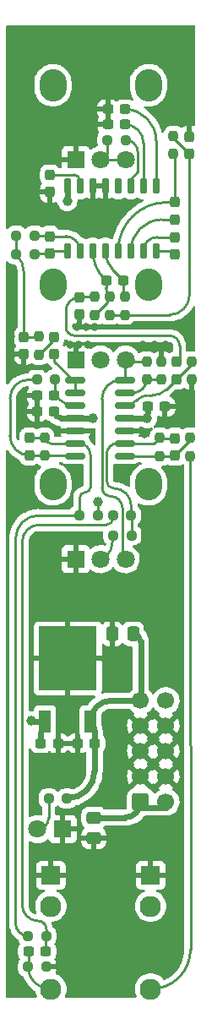
<source format=gbr>
%TF.GenerationSoftware,KiCad,Pcbnew,6.0.7+dfsg-1~bpo11+1*%
%TF.CreationDate,2022-10-26T04:05:39+08:00*%
%TF.ProjectId,MiniDelay v1.0 - Main,4d696e69-4465-46c6-9179-2076312e3020,rev?*%
%TF.SameCoordinates,Original*%
%TF.FileFunction,Copper,L2,Bot*%
%TF.FilePolarity,Positive*%
%FSLAX46Y46*%
G04 Gerber Fmt 4.6, Leading zero omitted, Abs format (unit mm)*
G04 Created by KiCad (PCBNEW 6.0.7+dfsg-1~bpo11+1) date 2022-10-26 04:05:39*
%MOMM*%
%LPD*%
G01*
G04 APERTURE LIST*
G04 Aperture macros list*
%AMRoundRect*
0 Rectangle with rounded corners*
0 $1 Rounding radius*
0 $2 $3 $4 $5 $6 $7 $8 $9 X,Y pos of 4 corners*
0 Add a 4 corners polygon primitive as box body*
4,1,4,$2,$3,$4,$5,$6,$7,$8,$9,$2,$3,0*
0 Add four circle primitives for the rounded corners*
1,1,$1+$1,$2,$3*
1,1,$1+$1,$4,$5*
1,1,$1+$1,$6,$7*
1,1,$1+$1,$8,$9*
0 Add four rect primitives between the rounded corners*
20,1,$1+$1,$2,$3,$4,$5,0*
20,1,$1+$1,$4,$5,$6,$7,0*
20,1,$1+$1,$6,$7,$8,$9,0*
20,1,$1+$1,$8,$9,$2,$3,0*%
G04 Aperture macros list end*
%TA.AperFunction,ComponentPad*%
%ADD10R,1.800000X1.800000*%
%TD*%
%TA.AperFunction,ComponentPad*%
%ADD11C,1.800000*%
%TD*%
%TA.AperFunction,ComponentPad*%
%ADD12R,1.930000X1.830000*%
%TD*%
%TA.AperFunction,ComponentPad*%
%ADD13C,2.130000*%
%TD*%
%TA.AperFunction,ComponentPad*%
%ADD14O,2.720000X3.240000*%
%TD*%
%TA.AperFunction,SMDPad,CuDef*%
%ADD15RoundRect,0.237500X-0.237500X0.250000X-0.237500X-0.250000X0.237500X-0.250000X0.237500X0.250000X0*%
%TD*%
%TA.AperFunction,SMDPad,CuDef*%
%ADD16RoundRect,0.237500X0.237500X-0.300000X0.237500X0.300000X-0.237500X0.300000X-0.237500X-0.300000X0*%
%TD*%
%TA.AperFunction,SMDPad,CuDef*%
%ADD17RoundRect,0.250000X0.337500X0.475000X-0.337500X0.475000X-0.337500X-0.475000X0.337500X-0.475000X0*%
%TD*%
%TA.AperFunction,SMDPad,CuDef*%
%ADD18R,1.200000X2.200000*%
%TD*%
%TA.AperFunction,SMDPad,CuDef*%
%ADD19R,5.800000X6.400000*%
%TD*%
%TA.AperFunction,SMDPad,CuDef*%
%ADD20RoundRect,0.237500X0.250000X0.237500X-0.250000X0.237500X-0.250000X-0.237500X0.250000X-0.237500X0*%
%TD*%
%TA.AperFunction,SMDPad,CuDef*%
%ADD21RoundRect,0.237500X-0.250000X-0.237500X0.250000X-0.237500X0.250000X0.237500X-0.250000X0.237500X0*%
%TD*%
%TA.AperFunction,SMDPad,CuDef*%
%ADD22RoundRect,0.237500X-0.300000X-0.237500X0.300000X-0.237500X0.300000X0.237500X-0.300000X0.237500X0*%
%TD*%
%TA.AperFunction,SMDPad,CuDef*%
%ADD23RoundRect,0.237500X0.300000X0.237500X-0.300000X0.237500X-0.300000X-0.237500X0.300000X-0.237500X0*%
%TD*%
%TA.AperFunction,SMDPad,CuDef*%
%ADD24RoundRect,0.237500X-0.237500X0.300000X-0.237500X-0.300000X0.237500X-0.300000X0.237500X0.300000X0*%
%TD*%
%TA.AperFunction,ComponentPad*%
%ADD25RoundRect,0.250000X-0.600000X-0.600000X0.600000X-0.600000X0.600000X0.600000X-0.600000X0.600000X0*%
%TD*%
%TA.AperFunction,ComponentPad*%
%ADD26C,1.700000*%
%TD*%
%TA.AperFunction,SMDPad,CuDef*%
%ADD27RoundRect,0.237500X0.237500X-0.250000X0.237500X0.250000X-0.237500X0.250000X-0.237500X-0.250000X0*%
%TD*%
%TA.AperFunction,SMDPad,CuDef*%
%ADD28RoundRect,0.250000X0.475000X-0.337500X0.475000X0.337500X-0.475000X0.337500X-0.475000X-0.337500X0*%
%TD*%
%TA.AperFunction,SMDPad,CuDef*%
%ADD29RoundRect,0.150000X-0.150000X0.650000X-0.150000X-0.650000X0.150000X-0.650000X0.150000X0.650000X0*%
%TD*%
%TA.AperFunction,SMDPad,CuDef*%
%ADD30RoundRect,0.150000X0.825000X0.150000X-0.825000X0.150000X-0.825000X-0.150000X0.825000X-0.150000X0*%
%TD*%
%TA.AperFunction,ViaPad*%
%ADD31C,0.800000*%
%TD*%
%TA.AperFunction,ViaPad*%
%ADD32C,1.000000*%
%TD*%
%TA.AperFunction,Conductor*%
%ADD33C,0.250000*%
%TD*%
%TA.AperFunction,Conductor*%
%ADD34C,0.600000*%
%TD*%
G04 APERTURE END LIST*
D10*
%TO.P,D1,1,K*%
%TO.N,GND*%
X131200000Y-138550000D03*
D11*
%TO.P,D1,2,A*%
%TO.N,Net-(D1-Pad2)*%
X128660000Y-138550000D03*
%TD*%
D12*
%TO.P,AudioOut1,S*%
%TO.N,GND*%
X140000000Y-143170000D03*
D13*
%TO.P,AudioOut1,T*%
%TO.N,Net-(AudioOut1-PadT)*%
X140000000Y-154570000D03*
%TO.P,AudioOut1,TN*%
%TO.N,unconnected-(AudioOut1-PadTN)*%
X140000000Y-146270000D03*
%TD*%
D12*
%TO.P,AudioIn1,S*%
%TO.N,GND*%
X130000000Y-143170000D03*
D13*
%TO.P,AudioIn1,T*%
%TO.N,Net-(AudioIn1-PadT)*%
X130000000Y-154570000D03*
%TO.P,AudioIn1,TN*%
%TO.N,unconnected-(AudioIn1-PadTN)*%
X130000000Y-146270000D03*
%TD*%
D14*
%TO.P,LEVEL1,*%
%TO.N,*%
X139800000Y-104000000D03*
X130200000Y-104000000D03*
D10*
%TO.P,LEVEL1,1,1*%
%TO.N,GND*%
X132500000Y-111500000D03*
D11*
%TO.P,LEVEL1,2,2*%
%TO.N,WET_OUT*%
X135000000Y-111500000D03*
%TO.P,LEVEL1,3,3*%
%TO.N,Net-(LEVEL1-Pad3)*%
X137500000Y-111500000D03*
%TD*%
D14*
%TO.P,TIME1,*%
%TO.N,*%
X139800000Y-64000000D03*
X130200000Y-64000000D03*
D10*
%TO.P,TIME1,1,1*%
%TO.N,GND*%
X132500000Y-71500000D03*
D11*
%TO.P,TIME1,2,2*%
%TO.N,Net-(R5-Pad2)*%
X135000000Y-71500000D03*
%TO.P,TIME1,3,3*%
X137500000Y-71500000D03*
%TD*%
D14*
%TO.P,REPEATS1,*%
%TO.N,*%
X130200000Y-84000000D03*
X139800000Y-84000000D03*
D10*
%TO.P,REPEATS1,1,1*%
%TO.N,GND*%
X132500000Y-91500000D03*
D11*
%TO.P,REPEATS1,2,2*%
%TO.N,REPEATS*%
X135000000Y-91500000D03*
%TO.P,REPEATS1,3,3*%
%TO.N,Net-(LEVEL1-Pad3)*%
X137500000Y-91500000D03*
%TD*%
D15*
%TO.P,R14,1*%
%TO.N,Net-(C19-Pad2)*%
X134400000Y-85187500D03*
%TO.P,R14,2*%
%TO.N,Net-(C10-Pad2)*%
X134400000Y-87012500D03*
%TD*%
D16*
%TO.P,C22,1*%
%TO.N,Net-(C22-Pad1)*%
X142430000Y-101102500D03*
%TO.P,C22,2*%
%TO.N,Net-(C22-Pad2)*%
X142430000Y-99377500D03*
%TD*%
D17*
%TO.P,C1,1*%
%TO.N,+12V*%
X138237500Y-118975000D03*
%TO.P,C1,2*%
%TO.N,GND*%
X136162500Y-118975000D03*
%TD*%
D18*
%TO.P,U3,1,IN*%
%TO.N,+12V*%
X133980000Y-127750000D03*
D19*
%TO.P,U3,2,GND*%
%TO.N,GND*%
X131700000Y-121450000D03*
D18*
%TO.P,U3,3,OUT*%
%TO.N,+5V*%
X129420000Y-127750000D03*
%TD*%
D20*
%TO.P,R3,1*%
%TO.N,DRY_OUT*%
X129537500Y-149250000D03*
%TO.P,R3,2*%
%TO.N,Net-(C6-Pad2)*%
X127712500Y-149250000D03*
%TD*%
D16*
%TO.P,C19,1*%
%TO.N,GND*%
X132900000Y-86962500D03*
%TO.P,C19,2*%
%TO.N,Net-(C19-Pad2)*%
X132900000Y-85237500D03*
%TD*%
D21*
%TO.P,R17,1*%
%TO.N,DRY_OUT*%
X136237500Y-107110000D03*
%TO.P,R17,2*%
%TO.N,Net-(C22-Pad2)*%
X138062500Y-107110000D03*
%TD*%
D22*
%TO.P,C4,1*%
%TO.N,GND*%
X128637500Y-96700000D03*
%TO.P,C4,2*%
%TO.N,-12V*%
X130362500Y-96700000D03*
%TD*%
D15*
%TO.P,R19,1*%
%TO.N,GND*%
X141110000Y-91677500D03*
%TO.P,R19,2*%
%TO.N,Net-(R19-Pad2)*%
X141110000Y-93502500D03*
%TD*%
D20*
%TO.P,R6,1*%
%TO.N,REPEATS*%
X134687500Y-107110000D03*
%TO.P,R6,2*%
%TO.N,Net-(C6-Pad2)*%
X132862500Y-107110000D03*
%TD*%
D16*
%TO.P,C6,1*%
%TO.N,Net-(C6-Pad1)*%
X127825000Y-101087500D03*
%TO.P,C6,2*%
%TO.N,Net-(C6-Pad2)*%
X127825000Y-99362500D03*
%TD*%
D23*
%TO.P,C10,1*%
%TO.N,Net-(C10-Pad1)*%
X137262500Y-83600000D03*
%TO.P,C10,2*%
%TO.N,Net-(C10-Pad2)*%
X135537500Y-83600000D03*
%TD*%
D16*
%TO.P,C13,1*%
%TO.N,Net-(C13-Pad1)*%
X142400000Y-80952500D03*
%TO.P,C13,2*%
%TO.N,Net-(C13-Pad2)*%
X142400000Y-79227500D03*
%TD*%
D20*
%TO.P,R5,1*%
%TO.N,Net-(R5-Pad1)*%
X137492500Y-69490000D03*
%TO.P,R5,2*%
%TO.N,Net-(R5-Pad2)*%
X135667500Y-69490000D03*
%TD*%
D24*
%TO.P,C20,1*%
%TO.N,Net-(C20-Pad1)*%
X127300000Y-89237500D03*
%TO.P,C20,2*%
%TO.N,GND*%
X127300000Y-90962500D03*
%TD*%
D21*
%TO.P,R11,1*%
%TO.N,Net-(C6-Pad1)*%
X128587500Y-93500000D03*
%TO.P,R11,2*%
%TO.N,Net-(C12-Pad2)*%
X130412500Y-93500000D03*
%TD*%
D22*
%TO.P,C3,1*%
%TO.N,+12V*%
X139712500Y-96200000D03*
%TO.P,C3,2*%
%TO.N,GND*%
X141437500Y-96200000D03*
%TD*%
D25*
%TO.P,J1,1,Pin_1*%
%TO.N,-12V*%
X138997500Y-135830000D03*
D26*
%TO.P,J1,2,Pin_2*%
X141537500Y-135830000D03*
%TO.P,J1,3,Pin_3*%
%TO.N,GND*%
X138997500Y-133290000D03*
%TO.P,J1,4,Pin_4*%
X141537500Y-133290000D03*
%TO.P,J1,5,Pin_5*%
X138997500Y-130750000D03*
%TO.P,J1,6,Pin_6*%
X141537500Y-130750000D03*
%TO.P,J1,7,Pin_7*%
X138997500Y-128210000D03*
%TO.P,J1,8,Pin_8*%
X141537500Y-128210000D03*
%TO.P,J1,9,Pin_9*%
%TO.N,+12V*%
X138997500Y-125670000D03*
%TO.P,J1,10,Pin_10*%
X141537500Y-125670000D03*
%TD*%
D15*
%TO.P,R10,1*%
%TO.N,Net-(C16-Pad2)*%
X142300000Y-69087500D03*
%TO.P,R10,2*%
%TO.N,Net-(C11-Pad2)*%
X142300000Y-70912500D03*
%TD*%
D16*
%TO.P,C11,1*%
%TO.N,Net-(C11-Pad1)*%
X142400000Y-77462500D03*
%TO.P,C11,2*%
%TO.N,Net-(C11-Pad2)*%
X142400000Y-75737500D03*
%TD*%
D21*
%TO.P,R2,1*%
%TO.N,Net-(D1-Pad2)*%
X129787500Y-135475000D03*
%TO.P,R2,2*%
%TO.N,+12V*%
X131612500Y-135475000D03*
%TD*%
%TO.P,R18,1*%
%TO.N,WET_OUT*%
X136262500Y-109100000D03*
%TO.P,R18,2*%
%TO.N,Net-(C22-Pad2)*%
X138087500Y-109100000D03*
%TD*%
D23*
%TO.P,C5,1*%
%TO.N,DRY_OUT*%
X129487500Y-150800000D03*
%TO.P,C5,2*%
%TO.N,Net-(AudioIn1-PadT)*%
X127762500Y-150800000D03*
%TD*%
D15*
%TO.P,R4,1*%
%TO.N,Net-(C6-Pad2)*%
X129355000Y-99302500D03*
%TO.P,R4,2*%
%TO.N,Net-(C6-Pad1)*%
X129355000Y-101127500D03*
%TD*%
%TO.P,R21,1*%
%TO.N,Net-(C22-Pad2)*%
X140910000Y-99327500D03*
%TO.P,R21,2*%
%TO.N,Net-(C22-Pad1)*%
X140910000Y-101152500D03*
%TD*%
D20*
%TO.P,R1,1*%
%TO.N,GND*%
X129537500Y-152350000D03*
%TO.P,R1,2*%
%TO.N,Net-(AudioIn1-PadT)*%
X127712500Y-152350000D03*
%TD*%
D27*
%TO.P,R9,1*%
%TO.N,Net-(AudioOut1-PadT)*%
X143980000Y-101152500D03*
%TO.P,R9,2*%
%TO.N,Net-(C22-Pad1)*%
X143980000Y-99327500D03*
%TD*%
%TO.P,R20,1*%
%TO.N,Net-(R19-Pad2)*%
X139600000Y-93492500D03*
%TO.P,R20,2*%
%TO.N,Net-(LEVEL1-Pad3)*%
X139600000Y-91667500D03*
%TD*%
D28*
%TO.P,C2,1*%
%TO.N,GND*%
X134300000Y-139462500D03*
%TO.P,C2,2*%
%TO.N,-12V*%
X134300000Y-137387500D03*
%TD*%
D24*
%TO.P,C21,1*%
%TO.N,Net-(C19-Pad2)*%
X142630000Y-91727500D03*
%TO.P,C21,2*%
%TO.N,Net-(C21-Pad2)*%
X142630000Y-93452500D03*
%TD*%
D22*
%TO.P,C9,1*%
%TO.N,GND*%
X135697387Y-66409826D03*
%TO.P,C9,2*%
%TO.N,Net-(C9-Pad2)*%
X137422387Y-66409826D03*
%TD*%
D27*
%TO.P,R16,1*%
%TO.N,GND*%
X144130000Y-93512500D03*
%TO.P,R16,2*%
%TO.N,Net-(C21-Pad2)*%
X144130000Y-91687500D03*
%TD*%
D24*
%TO.P,C7,1*%
%TO.N,Net-(C7-Pad1)*%
X129900000Y-72987500D03*
%TO.P,C7,2*%
%TO.N,GND*%
X129900000Y-74712500D03*
%TD*%
D27*
%TO.P,R7,1*%
%TO.N,Net-(C16-Pad2)*%
X135900000Y-87012500D03*
%TO.P,R7,2*%
%TO.N,Net-(C10-Pad2)*%
X135900000Y-85187500D03*
%TD*%
D22*
%TO.P,C8,1*%
%TO.N,GND*%
X135717387Y-67949826D03*
%TO.P,C8,2*%
%TO.N,Net-(C8-Pad2)*%
X137442387Y-67949826D03*
%TD*%
D21*
%TO.P,R12,1*%
%TO.N,Net-(C20-Pad1)*%
X126537500Y-80950000D03*
%TO.P,R12,2*%
%TO.N,Net-(C15-Pad2)*%
X128362500Y-80950000D03*
%TD*%
D29*
%TO.P,U2,1,VCC*%
%TO.N,+5V*%
X131665000Y-74100000D03*
%TO.P,U2,2,REF*%
%TO.N,Net-(C7-Pad1)*%
X132935000Y-74100000D03*
%TO.P,U2,3,AGND*%
%TO.N,GND*%
X134205000Y-74100000D03*
%TO.P,U2,4,DGND*%
X135475000Y-74100000D03*
%TO.P,U2,5,CLK_O*%
%TO.N,unconnected-(U2-Pad5)*%
X136745000Y-74100000D03*
%TO.P,U2,6,VCO*%
%TO.N,Net-(R5-Pad1)*%
X138015000Y-74100000D03*
%TO.P,U2,7,CC1*%
%TO.N,Net-(C8-Pad2)*%
X139285000Y-74100000D03*
%TO.P,U2,8,CC0*%
%TO.N,Net-(C9-Pad2)*%
X140555000Y-74100000D03*
%TO.P,U2,9,OP1-OUT*%
%TO.N,Net-(C13-Pad1)*%
X140555000Y-80600000D03*
%TO.P,U2,10,OP1-IN*%
%TO.N,Net-(C13-Pad2)*%
X139285000Y-80600000D03*
%TO.P,U2,11,OP2-IN*%
%TO.N,Net-(C11-Pad1)*%
X138015000Y-80600000D03*
%TO.P,U2,12,OP2-OUT*%
%TO.N,Net-(C11-Pad2)*%
X136745000Y-80600000D03*
%TO.P,U2,13,LPF2-IN*%
%TO.N,Net-(C10-Pad1)*%
X135475000Y-80600000D03*
%TO.P,U2,14,LPF2-OUT*%
%TO.N,Net-(C10-Pad2)*%
X134205000Y-80600000D03*
%TO.P,U2,15,LPF1-OUT*%
%TO.N,Net-(C15-Pad1)*%
X132935000Y-80600000D03*
%TO.P,U2,16,LPF1-IN*%
%TO.N,Net-(C15-Pad2)*%
X131665000Y-80600000D03*
%TD*%
D24*
%TO.P,C18,1*%
%TO.N,Net-(C18-Pad1)*%
X130360000Y-89237500D03*
%TO.P,C18,2*%
%TO.N,Net-(C18-Pad2)*%
X130360000Y-90962500D03*
%TD*%
D30*
%TO.P,U1,1*%
%TO.N,Net-(LEVEL1-Pad3)*%
X137395000Y-93540000D03*
%TO.P,U1,2,-*%
%TO.N,Net-(R19-Pad2)*%
X137395000Y-94810000D03*
%TO.P,U1,3,+*%
%TO.N,Net-(C21-Pad2)*%
X137395000Y-96080000D03*
%TO.P,U1,4,V+*%
%TO.N,+12V*%
X137395000Y-97350000D03*
%TO.P,U1,5,+*%
%TO.N,GND*%
X137395000Y-98620000D03*
%TO.P,U1,6,-*%
%TO.N,Net-(C22-Pad2)*%
X137395000Y-99890000D03*
%TO.P,U1,7*%
%TO.N,Net-(C22-Pad1)*%
X137395000Y-101160000D03*
%TO.P,U1,8*%
%TO.N,Net-(C6-Pad1)*%
X132445000Y-101160000D03*
%TO.P,U1,9,-*%
%TO.N,Net-(C6-Pad2)*%
X132445000Y-99890000D03*
%TO.P,U1,10,+*%
%TO.N,GND*%
X132445000Y-98620000D03*
%TO.P,U1,11,V-*%
%TO.N,-12V*%
X132445000Y-97350000D03*
%TO.P,U1,12,+*%
%TO.N,Net-(C12-Pad2)*%
X132445000Y-96080000D03*
%TO.P,U1,13,-*%
%TO.N,Net-(C18-Pad2)*%
X132445000Y-94810000D03*
%TO.P,U1,14*%
X132445000Y-93540000D03*
%TD*%
D22*
%TO.P,C12,1*%
%TO.N,GND*%
X128637500Y-95100000D03*
%TO.P,C12,2*%
%TO.N,Net-(C12-Pad2)*%
X130362500Y-95100000D03*
%TD*%
%TO.P,C17,1*%
%TO.N,+5V*%
X128987500Y-129950000D03*
%TO.P,C17,2*%
%TO.N,GND*%
X130712500Y-129950000D03*
%TD*%
D24*
%TO.P,C16,1*%
%TO.N,GND*%
X143900000Y-69137500D03*
%TO.P,C16,2*%
%TO.N,Net-(C16-Pad2)*%
X143900000Y-70862500D03*
%TD*%
%TO.P,C15,1*%
%TO.N,Net-(C15-Pad1)*%
X129900000Y-79137500D03*
%TO.P,C15,2*%
%TO.N,Net-(C15-Pad2)*%
X129900000Y-80862500D03*
%TD*%
D27*
%TO.P,R15,1*%
%TO.N,Net-(C18-Pad1)*%
X128830000Y-91012500D03*
%TO.P,R15,2*%
%TO.N,Net-(C20-Pad1)*%
X128830000Y-89187500D03*
%TD*%
D23*
%TO.P,C14,1*%
%TO.N,+12V*%
X134412500Y-129950000D03*
%TO.P,C14,2*%
%TO.N,GND*%
X132687500Y-129950000D03*
%TD*%
D27*
%TO.P,R8,1*%
%TO.N,Net-(C16-Pad2)*%
X137400000Y-87012500D03*
%TO.P,R8,2*%
%TO.N,Net-(C10-Pad1)*%
X137400000Y-85187500D03*
%TD*%
D21*
%TO.P,R13,1*%
%TO.N,Net-(C20-Pad1)*%
X126537500Y-79070000D03*
%TO.P,R13,2*%
%TO.N,Net-(C15-Pad1)*%
X128362500Y-79070000D03*
%TD*%
D31*
%TO.N,GND*%
X135500000Y-76700000D03*
X133500000Y-69500000D03*
X132400000Y-67500000D03*
X130300000Y-132425000D03*
X131300000Y-69500000D03*
X132800000Y-90000000D03*
X132600000Y-88200000D03*
X132400000Y-68500000D03*
X134400000Y-88200000D03*
X137500000Y-103150000D03*
X135500000Y-75800000D03*
X131475000Y-132400000D03*
X143900000Y-97200000D03*
X131300000Y-67500000D03*
X127050000Y-96700000D03*
X132100000Y-133375000D03*
X130900000Y-133375000D03*
X132700000Y-132400000D03*
X133500000Y-88200000D03*
X129625000Y-133375000D03*
X133700000Y-90000000D03*
X126000000Y-88200000D03*
X126200000Y-150000000D03*
X126000000Y-90200000D03*
X126200000Y-151200000D03*
X126200000Y-152400000D03*
X133500000Y-67500000D03*
X143900000Y-96200000D03*
X133500000Y-68500000D03*
X131300000Y-68500000D03*
X126000000Y-91200000D03*
X134600000Y-76700000D03*
X141500000Y-90000000D03*
X133700000Y-75800000D03*
X139200000Y-90000000D03*
X132400000Y-69500000D03*
X126000000Y-87200000D03*
X139400000Y-98950000D03*
X133700000Y-76700000D03*
X134600000Y-75800000D03*
X129100000Y-132450000D03*
X126000000Y-89200000D03*
X127000000Y-98100000D03*
X131900000Y-90000000D03*
X140400000Y-90000000D03*
X127050000Y-95125000D03*
D32*
%TO.N,+12V*%
X139675000Y-97375000D03*
%TO.N,REPEATS*%
X134710000Y-105790000D03*
%TO.N,-12V*%
X134175000Y-97375000D03*
%TO.N,+5V*%
X131650000Y-75600000D03*
X128025000Y-127725000D03*
%TD*%
D33*
%TO.N,Net-(C22-Pad1)*%
X143980000Y-99327500D02*
X143980000Y-99552500D01*
X137395000Y-101160000D02*
X137405000Y-101150000D01*
X137405000Y-101150000D02*
X142382500Y-101150000D01*
X143980000Y-99552500D02*
X142430000Y-101102500D01*
X141320000Y-101142500D02*
X141318722Y-101141222D01*
X141200000Y-101112500D02*
G75*
G02*
X141152500Y-101160000I-47500J0D01*
G01*
%TO.N,Net-(C22-Pad2)*%
X138087500Y-106855911D02*
X138087500Y-107550000D01*
X137395000Y-99890000D02*
X136685000Y-99890000D01*
X137395000Y-99890000D02*
X140357500Y-99880000D01*
X138087500Y-107550000D02*
X138087500Y-109100000D01*
X142430000Y-99377500D02*
X140960000Y-99377500D01*
X138062500Y-107110000D02*
X138062500Y-106162500D01*
X135600000Y-103700000D02*
X135600000Y-100975000D01*
X135600000Y-103700000D02*
G75*
G03*
X136300000Y-104400000I700000J0D01*
G01*
X135600000Y-100975000D02*
G75*
G02*
X136685000Y-99890000I1085000J0D01*
G01*
X136300000Y-104400000D02*
G75*
G02*
X138062500Y-106162500I0J-1762500D01*
G01*
X140910000Y-99327500D02*
G75*
G02*
X140357500Y-99880000I-552500J0D01*
G01*
%TO.N,Net-(AudioIn1-PadT)*%
X127762500Y-150800000D02*
X127762500Y-152300000D01*
X129932500Y-154570000D02*
X129950000Y-154570000D01*
X129932500Y-154570000D02*
G75*
G02*
X127712500Y-152350000I0J2220000D01*
G01*
X127712500Y-152350000D02*
G75*
G03*
X127762500Y-152300000I0J50000D01*
G01*
%TO.N,GND*%
X129487500Y-152300000D02*
X129537500Y-152350000D01*
X131805000Y-119310000D02*
G75*
G02*
X132002500Y-119112500I197500J0D01*
G01*
D34*
%TO.N,+12V*%
X138997500Y-125670000D02*
X136060000Y-125670000D01*
X137395000Y-97350000D02*
X139287500Y-97350000D01*
X139682701Y-96383100D02*
X139670792Y-96366708D01*
X139675000Y-97375000D02*
X139688962Y-96402369D01*
X139688962Y-96402369D02*
X139682701Y-96383100D01*
X134387500Y-129950000D02*
X134387500Y-128733792D01*
X139670792Y-96366708D02*
X139654400Y-96354799D01*
X139000000Y-125667500D02*
X139000000Y-119737500D01*
X134387500Y-129950000D02*
X134387500Y-132700000D01*
X131612500Y-135475000D02*
G75*
G03*
X134387500Y-132700000I0J2775000D01*
G01*
X133980000Y-127750000D02*
G75*
G02*
X136060000Y-125670000I2080000J0D01*
G01*
X138237500Y-118975000D02*
G75*
G02*
X139000000Y-119737500I0J-762500D01*
G01*
X139000000Y-125667500D02*
G75*
G02*
X138997500Y-125670000I-2500J0D01*
G01*
X133979998Y-127750002D02*
G75*
G02*
X134387500Y-128733792I-983798J-983798D01*
G01*
D33*
%TO.N,Net-(D1-Pad2)*%
X129787500Y-135475000D02*
X129787500Y-137422500D01*
X128660000Y-138550000D02*
G75*
G03*
X129787500Y-137422500I0J1127500D01*
G01*
%TO.N,Net-(C6-Pad2)*%
X132862500Y-107110000D02*
X128788816Y-107110000D01*
X133950000Y-101018249D02*
X133950000Y-104320000D01*
X132862500Y-105407500D02*
X132862500Y-107110000D01*
X126460000Y-109438816D02*
X126460000Y-147997500D01*
X132445000Y-99890000D02*
X132821751Y-99890000D01*
X129355000Y-99302500D02*
X127885000Y-99302500D01*
X132445000Y-99890000D02*
X129942500Y-99890000D01*
X127712500Y-149250000D02*
G75*
G02*
X126460000Y-147997500I0J1252500D01*
G01*
X129355000Y-99302500D02*
G75*
G03*
X129942500Y-99890000I587500J0D01*
G01*
X133490000Y-104780000D02*
G75*
G03*
X133950000Y-104320000I0J460000D01*
G01*
X126460000Y-109438816D02*
G75*
G02*
X128788816Y-107110000I2328800J16D01*
G01*
X132862500Y-105407500D02*
G75*
G02*
X133490000Y-104780000I627500J0D01*
G01*
X127825000Y-99362500D02*
G75*
G02*
X127885000Y-99302500I60000J0D01*
G01*
X133950000Y-101018249D02*
G75*
G03*
X132821751Y-99890000I-1128200J49D01*
G01*
%TO.N,DRY_OUT*%
X129537500Y-148557500D02*
X129537500Y-149250000D01*
X135580000Y-108050000D02*
X128851738Y-108050000D01*
X127130000Y-109771738D02*
X127130000Y-146150000D01*
X129487500Y-150800000D02*
X129487500Y-149300000D01*
X136237500Y-107110000D02*
X136237500Y-107392500D01*
X128730000Y-147750000D02*
G75*
G02*
X127130000Y-146150000I0J1600000D01*
G01*
X129537500Y-149250000D02*
G75*
G03*
X129487500Y-149300000I0J-50000D01*
G01*
X135580000Y-108050000D02*
G75*
G03*
X136237500Y-107392500I0J657500D01*
G01*
X129537500Y-148557500D02*
G75*
G03*
X128730000Y-147750000I-807500J0D01*
G01*
X127130000Y-109771738D02*
G75*
G02*
X128851738Y-108050000I1721700J38D01*
G01*
%TO.N,Net-(C6-Pad1)*%
X128870000Y-101122500D02*
X132407500Y-101122500D01*
X125900000Y-99117725D02*
X125900000Y-95400000D01*
X127800000Y-93500000D02*
X128587500Y-93500000D01*
X128870000Y-101122500D02*
X127904775Y-101122500D01*
X127800000Y-93500000D02*
G75*
G03*
X125900000Y-95400000I0J-1900000D01*
G01*
X125900000Y-99117725D02*
G75*
G03*
X127904775Y-101122500I2004800J25D01*
G01*
X132445000Y-101160000D02*
G75*
G03*
X132407500Y-101122500I-37500J0D01*
G01*
%TO.N,Net-(R5-Pad2)*%
X137500000Y-71500000D02*
X135000000Y-71500000D01*
X135667500Y-69490000D02*
X135667500Y-70832500D01*
X135000000Y-71500000D02*
G75*
G03*
X135667500Y-70832500I0J667500D01*
G01*
%TO.N,Net-(R5-Pad1)*%
X138015000Y-74100000D02*
X138015000Y-73385000D01*
X138725000Y-72675000D02*
X138725000Y-70722500D01*
X138015000Y-73385000D02*
X138725000Y-72675000D01*
X137492500Y-69490000D02*
G75*
G02*
X138725000Y-70722500I0J-1232500D01*
G01*
%TO.N,REPEATS*%
X134710000Y-105790000D02*
X134710000Y-107055681D01*
X134687506Y-107110006D02*
G75*
G03*
X134710000Y-107055681I-54306J54306D01*
G01*
%TO.N,Net-(C10-Pad2)*%
X135537500Y-83600000D02*
X135537500Y-84312348D01*
X135384100Y-83446600D02*
X135537500Y-83600000D01*
X135670190Y-85742309D02*
X134400000Y-87012500D01*
X135900014Y-85187486D02*
G75*
G02*
X135537500Y-84312348I875186J875186D01*
G01*
X135384100Y-83446600D02*
G75*
G02*
X134205000Y-80600000I2846600J2846600D01*
G01*
X135670186Y-85742305D02*
G75*
G03*
X135900000Y-85187500I-554786J554805D01*
G01*
%TO.N,Net-(C16-Pad2)*%
X142300000Y-69262500D02*
X143900000Y-70862500D01*
X143900000Y-70862500D02*
X143900000Y-85014373D01*
X141901873Y-87012500D02*
X137400000Y-87012500D01*
X142300000Y-69087500D02*
X142300000Y-69262500D01*
X135900000Y-87012500D02*
X137400000Y-87012500D01*
X141901873Y-87012500D02*
G75*
G03*
X143900000Y-85014373I27J1998100D01*
G01*
%TO.N,Net-(C10-Pad1)*%
X136332367Y-82669867D02*
X137262500Y-83600000D01*
X137262500Y-83600000D02*
X137262500Y-84855546D01*
X136332374Y-82669860D02*
G75*
G02*
X135475000Y-80600000I2069826J2069860D01*
G01*
X137400013Y-85187487D02*
G75*
G02*
X137262500Y-84855546I331987J331987D01*
G01*
%TO.N,Net-(AudioOut1-PadT)*%
X143975000Y-109400000D02*
X144000000Y-150620000D01*
X143980000Y-108945976D02*
X143975000Y-109400000D01*
X143980000Y-101152500D02*
X143980000Y-108945976D01*
X140050000Y-154570000D02*
G75*
G03*
X144000000Y-150620000I0J3950000D01*
G01*
%TO.N,Net-(C11-Pad2)*%
X142400000Y-71012500D02*
X142400000Y-75737500D01*
X142300000Y-70912500D02*
X142400000Y-71012500D01*
X141607486Y-75737500D02*
X142400000Y-75737500D01*
X141607486Y-75737500D02*
G75*
G03*
X136745000Y-80600000I14J-4862500D01*
G01*
%TO.N,Net-(C12-Pad2)*%
X130362500Y-95100000D02*
X130562915Y-95300415D01*
X130412500Y-93500000D02*
X130412500Y-95050000D01*
X130412500Y-95050000D02*
X130362500Y-95100000D01*
X132445000Y-96079991D02*
G75*
G02*
X130562915Y-95300415I0J2661691D01*
G01*
%TO.N,Net-(C15-Pad2)*%
X131665000Y-80600000D02*
X130162500Y-80600000D01*
X129900000Y-80862500D02*
X128625000Y-80862500D01*
X129900000Y-80862500D02*
G75*
G02*
X130162500Y-80600000I262500J0D01*
G01*
%TO.N,Net-(C20-Pad1)*%
X127300000Y-82790837D02*
X127300000Y-89237500D01*
X127300000Y-89237500D02*
X128709290Y-89237500D01*
X126537500Y-79070000D02*
X126537500Y-80950000D01*
X128830003Y-89187503D02*
G75*
G02*
X128709290Y-89237500I-120703J120703D01*
G01*
X127299984Y-82790837D02*
G75*
G03*
X126537500Y-80950000I-2603284J37D01*
G01*
%TO.N,Net-(C15-Pad1)*%
X129873372Y-79070769D02*
X129873372Y-79075839D01*
X129900000Y-79137500D02*
X131472500Y-79137500D01*
X129872603Y-79070000D02*
X129873372Y-79070769D01*
X128362500Y-79070000D02*
X129872603Y-79070000D01*
X132935000Y-80600000D02*
G75*
G03*
X131472500Y-79137500I-1462500J0D01*
G01*
X129900032Y-79137502D02*
G75*
G03*
X129873372Y-79075839I-73532J4802D01*
G01*
%TO.N,Net-(C19-Pad2)*%
X132400000Y-89100000D02*
X141900000Y-89100000D01*
X134400000Y-85187500D02*
X133020710Y-85187500D01*
X131500000Y-86637500D02*
X131500000Y-88200000D01*
X142900000Y-90100000D02*
X142900000Y-91627500D01*
X132899997Y-85237497D02*
G75*
G02*
X133020710Y-85187500I120703J-120703D01*
G01*
X132400000Y-89100000D02*
G75*
G02*
X131500000Y-88200000I0J900000D01*
G01*
X131500000Y-86637500D02*
G75*
G02*
X132900000Y-85237500I1400000J0D01*
G01*
X142900000Y-90100000D02*
G75*
G03*
X141900000Y-89100000I-1000000J0D01*
G01*
%TO.N,Net-(C18-Pad1)*%
X130186759Y-89655741D02*
X128830000Y-91012500D01*
X130186763Y-89655745D02*
G75*
G03*
X130360000Y-89237500I-418263J418245D01*
G01*
%TO.N,Net-(C21-Pad2)*%
X138600000Y-95575000D02*
X138589975Y-95585025D01*
X140175000Y-95075000D02*
X139807106Y-95075000D01*
X142630000Y-93452500D02*
X141596167Y-94486333D01*
X144130000Y-91687500D02*
X144130000Y-91952500D01*
X144130000Y-91952500D02*
X142630000Y-93452500D01*
X140175000Y-95075009D02*
G75*
G03*
X141596167Y-94486333I0J2009809D01*
G01*
X138599998Y-95574998D02*
G75*
G02*
X139807106Y-95075000I1207102J-1207102D01*
G01*
X137395000Y-96079985D02*
G75*
G03*
X138589975Y-95585025I0J1689985D01*
G01*
%TO.N,WET_OUT*%
X136262500Y-109100000D02*
X136262500Y-109347031D01*
X135349991Y-111549991D02*
G75*
G03*
X136262500Y-109347031I-2202991J2202991D01*
G01*
%TO.N,Net-(R19-Pad2)*%
X141110000Y-93502500D02*
X139610000Y-93502500D01*
X139610000Y-93502500D02*
X139600000Y-93492500D01*
X138282500Y-94810000D02*
X137395000Y-94810000D01*
X138282500Y-94810000D02*
G75*
G03*
X139600000Y-93492500I0J1317500D01*
G01*
%TO.N,Net-(LEVEL1-Pad3)*%
X139600000Y-91667500D02*
X137717500Y-91667500D01*
X137395000Y-93540000D02*
X137018249Y-93540000D01*
X137600000Y-91550000D02*
X137293937Y-91856063D01*
X137395000Y-91755000D02*
X137395000Y-93540000D01*
X135125000Y-95433249D02*
X135125000Y-104325000D01*
X137175000Y-106375000D02*
X137175000Y-110875000D01*
X137395000Y-91755000D02*
G75*
G02*
X137600000Y-91550000I205000J0D01*
G01*
X137850000Y-111550000D02*
G75*
G02*
X137175000Y-110875000I0J675000D01*
G01*
X135125000Y-95433249D02*
G75*
G02*
X137018249Y-93540000I1893200J49D01*
G01*
X137175000Y-106375000D02*
G75*
G03*
X136000000Y-105200000I-1175000J0D01*
G01*
X137850000Y-111550000D02*
G75*
G02*
X137275000Y-110975000I0J575000D01*
G01*
X136000000Y-105200000D02*
G75*
G02*
X135125000Y-104325000I0J875000D01*
G01*
X137600000Y-91550000D02*
G75*
G03*
X137717500Y-91667500I117500J0D01*
G01*
D34*
%TO.N,-12V*%
X134300000Y-137387500D02*
X137440000Y-137387500D01*
X132445000Y-97350000D02*
X131012500Y-97350000D01*
X139050000Y-136400000D02*
X141590000Y-136400000D01*
X132445000Y-97350000D02*
X134150000Y-97350000D01*
X138997500Y-135830000D02*
G75*
G02*
X137440000Y-137387500I-1557500J0D01*
G01*
X130362500Y-96700000D02*
G75*
G03*
X131012500Y-97350000I650000J0D01*
G01*
D33*
X134175000Y-97375000D02*
G75*
G03*
X134150000Y-97350000I-25000J0D01*
G01*
%TO.N,Net-(C8-Pad2)*%
X139285000Y-74100000D02*
X139285000Y-69792439D01*
X137442387Y-67949800D02*
G75*
G02*
X139285000Y-69792439I13J-1842600D01*
G01*
%TO.N,Net-(C9-Pad2)*%
X140555000Y-74100000D02*
X140555000Y-69542439D01*
X137422387Y-66409800D02*
G75*
G02*
X140555000Y-69542439I13J-3132600D01*
G01*
%TO.N,Net-(C11-Pad1)*%
X141152494Y-77462500D02*
X142400000Y-77462500D01*
X141152494Y-77462500D02*
G75*
G03*
X138015000Y-80600000I6J-3137500D01*
G01*
%TO.N,Net-(C13-Pad2)*%
X142428000Y-79227500D02*
X140657498Y-79227500D01*
X139285000Y-80600000D02*
G75*
G02*
X140657498Y-79227500I1372500J0D01*
G01*
%TO.N,Net-(C13-Pad1)*%
X140555000Y-80600000D02*
X142075500Y-80600000D01*
X142428000Y-80952500D02*
G75*
G03*
X142075500Y-80600000I-352500J0D01*
G01*
D34*
%TO.N,+5V*%
X128962500Y-128854502D02*
X128962500Y-129950000D01*
X129420000Y-127750000D02*
X128085355Y-127750000D01*
X131665000Y-74100000D02*
X131665000Y-75585000D01*
D33*
X131650000Y-75600000D02*
G75*
G03*
X131665000Y-75585000I0J15000D01*
G01*
X128025013Y-127724987D02*
G75*
G03*
X128085355Y-127750000I60387J60387D01*
G01*
%TO.N,Net-(C18-Pad2)*%
X132445000Y-93540000D02*
X132445000Y-94810000D01*
X132240000Y-93540000D02*
X132445000Y-93540000D01*
X130360000Y-90962500D02*
X130360000Y-91660000D01*
X130360000Y-91660000D02*
X132240000Y-93540000D01*
%TO.N,Net-(C7-Pad1)*%
X132935000Y-74100000D02*
X132935000Y-73591182D01*
X130062500Y-72975000D02*
X132318818Y-72975000D01*
X132935000Y-73591182D02*
G75*
G03*
X132318818Y-72975000I-616200J-18D01*
G01*
%TD*%
%TA.AperFunction,Conductor*%
%TO.N,GND*%
G36*
X143262320Y-101982340D02*
G01*
X143276507Y-101991440D01*
X143276997Y-101991929D01*
X143283228Y-101995770D01*
X143283232Y-101995773D01*
X143286614Y-101997857D01*
X143288439Y-101999884D01*
X143288975Y-102000308D01*
X143288903Y-102000400D01*
X143334108Y-102050628D01*
X143346500Y-102105118D01*
X143346500Y-108941856D01*
X143346492Y-108943244D01*
X143342407Y-109314154D01*
X143342178Y-109317519D01*
X143341452Y-109320354D01*
X143341495Y-109390322D01*
X143341498Y-109396011D01*
X143341490Y-109397397D01*
X143341100Y-109432878D01*
X143341426Y-109435712D01*
X143341524Y-109439439D01*
X143365842Y-149537072D01*
X143366469Y-150570141D01*
X143365391Y-150586661D01*
X143361882Y-150613317D01*
X143364127Y-150633654D01*
X143364715Y-150654069D01*
X143348678Y-150960068D01*
X143347300Y-150973185D01*
X143295060Y-151303017D01*
X143292318Y-151315917D01*
X143205887Y-151638481D01*
X143201811Y-151651024D01*
X143082142Y-151962772D01*
X143076778Y-151974821D01*
X142925170Y-152272367D01*
X142918576Y-152283788D01*
X142736698Y-152563857D01*
X142728945Y-152574527D01*
X142518795Y-152834041D01*
X142509970Y-152843842D01*
X142273842Y-153079970D01*
X142264041Y-153088795D01*
X142004527Y-153298945D01*
X141993857Y-153306698D01*
X141713788Y-153488576D01*
X141702367Y-153495170D01*
X141522582Y-153586776D01*
X141406898Y-153645720D01*
X141337123Y-153658824D01*
X141271338Y-153632124D01*
X141253885Y-153615283D01*
X141119286Y-153457688D01*
X141119281Y-153457683D01*
X141116073Y-153453927D01*
X140927740Y-153293075D01*
X140716563Y-153163666D01*
X140711993Y-153161773D01*
X140711989Y-153161771D01*
X140492315Y-153070779D01*
X140492313Y-153070778D01*
X140487742Y-153068885D01*
X140399930Y-153047803D01*
X140251724Y-153012221D01*
X140251718Y-153012220D01*
X140246911Y-153011066D01*
X140000000Y-152991634D01*
X139753089Y-153011066D01*
X139748282Y-153012220D01*
X139748276Y-153012221D01*
X139600070Y-153047803D01*
X139512258Y-153068885D01*
X139507687Y-153070778D01*
X139507685Y-153070779D01*
X139288011Y-153161771D01*
X139288007Y-153161773D01*
X139283437Y-153163666D01*
X139072260Y-153293075D01*
X138883927Y-153453927D01*
X138723075Y-153642260D01*
X138593666Y-153853437D01*
X138591773Y-153858007D01*
X138591771Y-153858011D01*
X138587864Y-153867444D01*
X138498885Y-154082258D01*
X138485941Y-154136174D01*
X138442221Y-154318276D01*
X138442220Y-154318282D01*
X138441066Y-154323089D01*
X138421634Y-154570000D01*
X138441066Y-154816911D01*
X138442220Y-154821718D01*
X138442221Y-154821724D01*
X138468248Y-154930132D01*
X138498885Y-155057742D01*
X138500778Y-155062313D01*
X138500779Y-155062315D01*
X138585050Y-155265761D01*
X138592639Y-155336350D01*
X138560860Y-155399837D01*
X138499802Y-155436065D01*
X138468641Y-155439979D01*
X131531359Y-155439979D01*
X131463238Y-155419977D01*
X131416745Y-155366321D01*
X131406641Y-155296047D01*
X131414950Y-155265761D01*
X131499221Y-155062315D01*
X131499222Y-155062313D01*
X131501115Y-155057742D01*
X131531752Y-154930132D01*
X131557779Y-154821724D01*
X131557780Y-154821718D01*
X131558934Y-154816911D01*
X131578366Y-154570000D01*
X131558934Y-154323089D01*
X131557780Y-154318282D01*
X131557779Y-154318276D01*
X131514059Y-154136174D01*
X131501115Y-154082258D01*
X131412136Y-153867444D01*
X131408229Y-153858011D01*
X131408227Y-153858007D01*
X131406334Y-153853437D01*
X131276925Y-153642260D01*
X131116073Y-153453927D01*
X130927740Y-153293075D01*
X130716563Y-153163666D01*
X130711993Y-153161773D01*
X130711989Y-153161771D01*
X130527642Y-153085412D01*
X130472361Y-153040863D01*
X130449940Y-152973500D01*
X130461666Y-152915752D01*
X130470057Y-152897759D01*
X130520315Y-152746234D01*
X130523181Y-152732868D01*
X130532672Y-152640230D01*
X130533000Y-152633815D01*
X130533000Y-152622115D01*
X130528525Y-152606876D01*
X130527135Y-152605671D01*
X130519452Y-152604000D01*
X129409500Y-152604000D01*
X129341379Y-152583998D01*
X129294886Y-152530342D01*
X129283500Y-152478000D01*
X129283500Y-152222000D01*
X129303502Y-152153879D01*
X129357158Y-152107386D01*
X129409500Y-152096000D01*
X130514885Y-152096000D01*
X130530124Y-152091525D01*
X130531329Y-152090135D01*
X130533000Y-152082452D01*
X130533000Y-152066234D01*
X130532663Y-152059718D01*
X130522925Y-151965868D01*
X130520032Y-151952472D01*
X130469512Y-151801047D01*
X130463347Y-151787885D01*
X130375721Y-151646282D01*
X130377144Y-151645402D01*
X130353849Y-151587849D01*
X130367020Y-151518085D01*
X130376273Y-151503660D01*
X130376929Y-151503003D01*
X130403538Y-151459835D01*
X130464369Y-151361150D01*
X130464370Y-151361148D01*
X130468209Y-151354920D01*
X130522974Y-151189809D01*
X130533500Y-151087072D01*
X130533500Y-150512928D01*
X130522707Y-150408907D01*
X130467654Y-150243893D01*
X130376116Y-150095969D01*
X130377510Y-150095106D01*
X130354170Y-150037445D01*
X130367340Y-149967680D01*
X130376440Y-149953493D01*
X130376929Y-149953003D01*
X130449946Y-149834548D01*
X130464369Y-149811150D01*
X130464370Y-149811148D01*
X130468209Y-149804920D01*
X130522974Y-149639809D01*
X130524127Y-149628561D01*
X130533172Y-149540271D01*
X130533500Y-149537072D01*
X130533500Y-148962928D01*
X130522707Y-148858907D01*
X130467654Y-148693893D01*
X130376116Y-148545969D01*
X130370934Y-148540796D01*
X130258184Y-148428242D01*
X130258179Y-148428238D01*
X130253003Y-148423071D01*
X130211200Y-148397303D01*
X130163706Y-148344530D01*
X130154797Y-148319457D01*
X130146632Y-148285445D01*
X130104710Y-148110830D01*
X130062487Y-148008893D01*
X130054898Y-147938305D01*
X130086677Y-147874818D01*
X130147735Y-147838591D01*
X130169010Y-147835065D01*
X130193797Y-147833114D01*
X130246911Y-147828934D01*
X130251718Y-147827780D01*
X130251724Y-147827779D01*
X130402830Y-147791501D01*
X130487742Y-147771115D01*
X130492315Y-147769221D01*
X130711989Y-147678229D01*
X130711993Y-147678227D01*
X130716563Y-147676334D01*
X130927740Y-147546925D01*
X131116073Y-147386073D01*
X131276925Y-147197740D01*
X131406334Y-146986563D01*
X131417809Y-146958862D01*
X131499221Y-146762315D01*
X131499222Y-146762313D01*
X131501115Y-146757742D01*
X131533402Y-146623260D01*
X131557779Y-146521724D01*
X131557780Y-146521718D01*
X131558934Y-146516911D01*
X131578366Y-146270000D01*
X138421634Y-146270000D01*
X138441066Y-146516911D01*
X138442220Y-146521718D01*
X138442221Y-146521724D01*
X138466598Y-146623260D01*
X138498885Y-146757742D01*
X138500778Y-146762313D01*
X138500779Y-146762315D01*
X138582192Y-146958862D01*
X138593666Y-146986563D01*
X138723075Y-147197740D01*
X138883927Y-147386073D01*
X139072260Y-147546925D01*
X139283437Y-147676334D01*
X139288007Y-147678227D01*
X139288011Y-147678229D01*
X139507685Y-147769221D01*
X139512258Y-147771115D01*
X139597170Y-147791501D01*
X139748276Y-147827779D01*
X139748282Y-147827780D01*
X139753089Y-147828934D01*
X140000000Y-147848366D01*
X140246911Y-147828934D01*
X140251718Y-147827780D01*
X140251724Y-147827779D01*
X140402830Y-147791501D01*
X140487742Y-147771115D01*
X140492315Y-147769221D01*
X140711989Y-147678229D01*
X140711993Y-147678227D01*
X140716563Y-147676334D01*
X140927740Y-147546925D01*
X141116073Y-147386073D01*
X141276925Y-147197740D01*
X141406334Y-146986563D01*
X141417809Y-146958862D01*
X141499221Y-146762315D01*
X141499222Y-146762313D01*
X141501115Y-146757742D01*
X141533402Y-146623260D01*
X141557779Y-146521724D01*
X141557780Y-146521718D01*
X141558934Y-146516911D01*
X141578366Y-146270000D01*
X141558934Y-146023089D01*
X141557780Y-146018282D01*
X141557779Y-146018276D01*
X141502270Y-145787070D01*
X141501115Y-145782258D01*
X141406334Y-145553437D01*
X141276925Y-145342260D01*
X141116073Y-145153927D01*
X140927740Y-144993075D01*
X140716563Y-144863666D01*
X140648342Y-144835408D01*
X140593062Y-144790859D01*
X140570641Y-144723496D01*
X140588199Y-144654705D01*
X140640162Y-144606326D01*
X140696561Y-144592999D01*
X141009669Y-144592999D01*
X141016490Y-144592629D01*
X141067352Y-144587105D01*
X141082604Y-144583479D01*
X141203054Y-144538324D01*
X141218649Y-144529786D01*
X141320724Y-144453285D01*
X141333285Y-144440724D01*
X141409786Y-144338649D01*
X141418324Y-144323054D01*
X141463478Y-144202606D01*
X141467105Y-144187351D01*
X141472631Y-144136486D01*
X141473000Y-144129672D01*
X141473000Y-143442115D01*
X141468525Y-143426876D01*
X141467135Y-143425671D01*
X141459452Y-143424000D01*
X138545116Y-143424000D01*
X138529877Y-143428475D01*
X138528672Y-143429865D01*
X138527001Y-143437548D01*
X138527001Y-144129669D01*
X138527371Y-144136490D01*
X138532895Y-144187352D01*
X138536521Y-144202604D01*
X138581676Y-144323054D01*
X138590214Y-144338649D01*
X138666715Y-144440724D01*
X138679276Y-144453285D01*
X138781351Y-144529786D01*
X138796946Y-144538324D01*
X138917394Y-144583478D01*
X138932649Y-144587105D01*
X138983514Y-144592631D01*
X138990328Y-144593000D01*
X139303438Y-144593000D01*
X139371559Y-144613002D01*
X139418052Y-144666658D01*
X139428156Y-144736932D01*
X139398662Y-144801512D01*
X139351657Y-144835408D01*
X139323360Y-144847129D01*
X139288011Y-144861771D01*
X139288007Y-144861773D01*
X139283437Y-144863666D01*
X139072260Y-144993075D01*
X138883927Y-145153927D01*
X138723075Y-145342260D01*
X138593666Y-145553437D01*
X138498885Y-145782258D01*
X138497730Y-145787070D01*
X138442221Y-146018276D01*
X138442220Y-146018282D01*
X138441066Y-146023089D01*
X138421634Y-146270000D01*
X131578366Y-146270000D01*
X131558934Y-146023089D01*
X131557780Y-146018282D01*
X131557779Y-146018276D01*
X131502270Y-145787070D01*
X131501115Y-145782258D01*
X131406334Y-145553437D01*
X131276925Y-145342260D01*
X131116073Y-145153927D01*
X130927740Y-144993075D01*
X130716563Y-144863666D01*
X130648342Y-144835408D01*
X130593062Y-144790859D01*
X130570641Y-144723496D01*
X130588199Y-144654705D01*
X130640162Y-144606326D01*
X130696561Y-144592999D01*
X131009669Y-144592999D01*
X131016490Y-144592629D01*
X131067352Y-144587105D01*
X131082604Y-144583479D01*
X131203054Y-144538324D01*
X131218649Y-144529786D01*
X131320724Y-144453285D01*
X131333285Y-144440724D01*
X131409786Y-144338649D01*
X131418324Y-144323054D01*
X131463478Y-144202606D01*
X131467105Y-144187351D01*
X131472631Y-144136486D01*
X131473000Y-144129672D01*
X131473000Y-143442115D01*
X131468525Y-143426876D01*
X131467135Y-143425671D01*
X131459452Y-143424000D01*
X128545116Y-143424000D01*
X128529877Y-143428475D01*
X128528672Y-143429865D01*
X128527001Y-143437548D01*
X128527001Y-144129669D01*
X128527371Y-144136490D01*
X128532895Y-144187352D01*
X128536521Y-144202604D01*
X128581676Y-144323054D01*
X128590214Y-144338649D01*
X128666715Y-144440724D01*
X128679276Y-144453285D01*
X128781351Y-144529786D01*
X128796946Y-144538324D01*
X128917394Y-144583478D01*
X128932649Y-144587105D01*
X128983514Y-144592631D01*
X128990328Y-144593000D01*
X129303438Y-144593000D01*
X129371559Y-144613002D01*
X129418052Y-144666658D01*
X129428156Y-144736932D01*
X129398662Y-144801512D01*
X129351657Y-144835408D01*
X129323360Y-144847129D01*
X129288011Y-144861771D01*
X129288007Y-144861773D01*
X129283437Y-144863666D01*
X129072260Y-144993075D01*
X128883927Y-145153927D01*
X128723075Y-145342260D01*
X128593666Y-145553437D01*
X128498885Y-145782258D01*
X128497730Y-145787070D01*
X128442221Y-146018276D01*
X128442220Y-146018282D01*
X128441066Y-146023089D01*
X128421634Y-146270000D01*
X128441066Y-146516911D01*
X128442220Y-146521718D01*
X128442221Y-146521724D01*
X128466598Y-146623260D01*
X128498885Y-146757742D01*
X128500778Y-146762313D01*
X128500779Y-146762315D01*
X128552952Y-146888272D01*
X128560541Y-146958862D01*
X128528762Y-147022349D01*
X128467703Y-147058576D01*
X128396752Y-147056042D01*
X128383300Y-147050688D01*
X128312571Y-147017706D01*
X128256740Y-146991672D01*
X128237719Y-146980690D01*
X128117772Y-146896702D01*
X128100948Y-146882584D01*
X127997416Y-146779052D01*
X127983298Y-146762228D01*
X127899310Y-146642281D01*
X127888328Y-146623260D01*
X127826446Y-146490553D01*
X127818934Y-146469915D01*
X127781036Y-146328480D01*
X127777222Y-146306849D01*
X127767203Y-146192326D01*
X127767756Y-146171611D01*
X127767119Y-146171563D01*
X127767432Y-146167445D01*
X127768013Y-146163364D01*
X127768153Y-146150000D01*
X127764413Y-146119093D01*
X127763500Y-146103958D01*
X127763500Y-142897885D01*
X128527000Y-142897885D01*
X128531475Y-142913124D01*
X128532865Y-142914329D01*
X128540548Y-142916000D01*
X129727885Y-142916000D01*
X129743124Y-142911525D01*
X129744329Y-142910135D01*
X129746000Y-142902452D01*
X129746000Y-142897885D01*
X130254000Y-142897885D01*
X130258475Y-142913124D01*
X130259865Y-142914329D01*
X130267548Y-142916000D01*
X131454884Y-142916000D01*
X131470123Y-142911525D01*
X131471328Y-142910135D01*
X131472999Y-142902452D01*
X131472999Y-142897885D01*
X138527000Y-142897885D01*
X138531475Y-142913124D01*
X138532865Y-142914329D01*
X138540548Y-142916000D01*
X139727885Y-142916000D01*
X139743124Y-142911525D01*
X139744329Y-142910135D01*
X139746000Y-142902452D01*
X139746000Y-142897885D01*
X140254000Y-142897885D01*
X140258475Y-142913124D01*
X140259865Y-142914329D01*
X140267548Y-142916000D01*
X141454884Y-142916000D01*
X141470123Y-142911525D01*
X141471328Y-142910135D01*
X141472999Y-142902452D01*
X141472999Y-142210331D01*
X141472629Y-142203510D01*
X141467105Y-142152648D01*
X141463479Y-142137396D01*
X141418324Y-142016946D01*
X141409786Y-142001351D01*
X141333285Y-141899276D01*
X141320724Y-141886715D01*
X141218649Y-141810214D01*
X141203054Y-141801676D01*
X141082606Y-141756522D01*
X141067351Y-141752895D01*
X141016486Y-141747369D01*
X141009672Y-141747000D01*
X140272115Y-141747000D01*
X140256876Y-141751475D01*
X140255671Y-141752865D01*
X140254000Y-141760548D01*
X140254000Y-142897885D01*
X139746000Y-142897885D01*
X139746000Y-141765116D01*
X139741525Y-141749877D01*
X139740135Y-141748672D01*
X139732452Y-141747001D01*
X138990331Y-141747001D01*
X138983510Y-141747371D01*
X138932648Y-141752895D01*
X138917396Y-141756521D01*
X138796946Y-141801676D01*
X138781351Y-141810214D01*
X138679276Y-141886715D01*
X138666715Y-141899276D01*
X138590214Y-142001351D01*
X138581676Y-142016946D01*
X138536522Y-142137394D01*
X138532895Y-142152649D01*
X138527369Y-142203514D01*
X138527000Y-142210328D01*
X138527000Y-142897885D01*
X131472999Y-142897885D01*
X131472999Y-142210331D01*
X131472629Y-142203510D01*
X131467105Y-142152648D01*
X131463479Y-142137396D01*
X131418324Y-142016946D01*
X131409786Y-142001351D01*
X131333285Y-141899276D01*
X131320724Y-141886715D01*
X131218649Y-141810214D01*
X131203054Y-141801676D01*
X131082606Y-141756522D01*
X131067351Y-141752895D01*
X131016486Y-141747369D01*
X131009672Y-141747000D01*
X130272115Y-141747000D01*
X130256876Y-141751475D01*
X130255671Y-141752865D01*
X130254000Y-141760548D01*
X130254000Y-142897885D01*
X129746000Y-142897885D01*
X129746000Y-141765116D01*
X129741525Y-141749877D01*
X129740135Y-141748672D01*
X129732452Y-141747001D01*
X128990331Y-141747001D01*
X128983510Y-141747371D01*
X128932648Y-141752895D01*
X128917396Y-141756521D01*
X128796946Y-141801676D01*
X128781351Y-141810214D01*
X128679276Y-141886715D01*
X128666715Y-141899276D01*
X128590214Y-142001351D01*
X128581676Y-142016946D01*
X128536522Y-142137394D01*
X128532895Y-142152649D01*
X128527369Y-142203514D01*
X128527000Y-142210328D01*
X128527000Y-142897885D01*
X127763500Y-142897885D01*
X127763500Y-139877127D01*
X127783502Y-139809006D01*
X127837158Y-139762513D01*
X127907432Y-139752409D01*
X127953069Y-139768339D01*
X128049322Y-139824584D01*
X128265694Y-139907209D01*
X128270760Y-139908240D01*
X128270761Y-139908240D01*
X128323846Y-139919040D01*
X128492656Y-139953385D01*
X128623324Y-139958176D01*
X128718949Y-139961683D01*
X128718953Y-139961683D01*
X128724113Y-139961872D01*
X128729233Y-139961216D01*
X128729235Y-139961216D01*
X128828668Y-139948478D01*
X128953847Y-139932442D01*
X128958795Y-139930957D01*
X128958802Y-139930956D01*
X129170747Y-139867369D01*
X129175690Y-139865886D01*
X129180324Y-139863616D01*
X129379049Y-139766262D01*
X129379052Y-139766260D01*
X129383684Y-139763991D01*
X129572243Y-139629494D01*
X129575898Y-139625852D01*
X129575906Y-139625845D01*
X129617697Y-139584199D01*
X129680068Y-139550282D01*
X129750875Y-139555470D01*
X129807637Y-139598116D01*
X129824619Y-139629218D01*
X129846677Y-139688056D01*
X129855214Y-139703649D01*
X129931715Y-139805724D01*
X129944276Y-139818285D01*
X130046351Y-139894786D01*
X130061946Y-139903324D01*
X130182394Y-139948478D01*
X130197649Y-139952105D01*
X130248514Y-139957631D01*
X130255328Y-139958000D01*
X130927885Y-139958000D01*
X130943124Y-139953525D01*
X130944329Y-139952135D01*
X130946000Y-139944452D01*
X130946000Y-139939884D01*
X131454000Y-139939884D01*
X131458475Y-139955123D01*
X131459865Y-139956328D01*
X131467548Y-139957999D01*
X132144669Y-139957999D01*
X132151490Y-139957629D01*
X132202352Y-139952105D01*
X132217604Y-139948479D01*
X132338054Y-139903324D01*
X132353649Y-139894786D01*
X132417283Y-139847095D01*
X133067001Y-139847095D01*
X133067338Y-139853614D01*
X133077257Y-139949206D01*
X133080149Y-139962600D01*
X133131588Y-140116784D01*
X133137761Y-140129962D01*
X133223063Y-140267807D01*
X133232099Y-140279208D01*
X133346829Y-140393739D01*
X133358240Y-140402751D01*
X133496243Y-140487816D01*
X133509424Y-140493963D01*
X133663710Y-140545138D01*
X133677086Y-140548005D01*
X133771438Y-140557672D01*
X133777854Y-140558000D01*
X134027885Y-140558000D01*
X134043124Y-140553525D01*
X134044329Y-140552135D01*
X134046000Y-140544452D01*
X134046000Y-140539884D01*
X134554000Y-140539884D01*
X134558475Y-140555123D01*
X134559865Y-140556328D01*
X134567548Y-140557999D01*
X134822095Y-140557999D01*
X134828614Y-140557662D01*
X134924206Y-140547743D01*
X134937600Y-140544851D01*
X135091784Y-140493412D01*
X135104962Y-140487239D01*
X135242807Y-140401937D01*
X135254208Y-140392901D01*
X135368739Y-140278171D01*
X135377751Y-140266760D01*
X135462816Y-140128757D01*
X135468963Y-140115576D01*
X135520138Y-139961290D01*
X135523005Y-139947914D01*
X135532672Y-139853562D01*
X135533000Y-139847146D01*
X135533000Y-139734615D01*
X135528525Y-139719376D01*
X135527135Y-139718171D01*
X135519452Y-139716500D01*
X134572115Y-139716500D01*
X134556876Y-139720975D01*
X134555671Y-139722365D01*
X134554000Y-139730048D01*
X134554000Y-140539884D01*
X134046000Y-140539884D01*
X134046000Y-139734615D01*
X134041525Y-139719376D01*
X134040135Y-139718171D01*
X134032452Y-139716500D01*
X133085116Y-139716500D01*
X133069877Y-139720975D01*
X133068672Y-139722365D01*
X133067001Y-139730048D01*
X133067001Y-139847095D01*
X132417283Y-139847095D01*
X132455724Y-139818285D01*
X132468285Y-139805724D01*
X132544786Y-139703649D01*
X132553324Y-139688054D01*
X132598478Y-139567606D01*
X132602105Y-139552351D01*
X132607631Y-139501486D01*
X132608000Y-139494672D01*
X132608000Y-138822115D01*
X132603525Y-138806876D01*
X132602135Y-138805671D01*
X132594452Y-138804000D01*
X131472115Y-138804000D01*
X131456876Y-138808475D01*
X131455671Y-138809865D01*
X131454000Y-138817548D01*
X131454000Y-139939884D01*
X130946000Y-139939884D01*
X130946000Y-138277885D01*
X131454000Y-138277885D01*
X131458475Y-138293124D01*
X131459865Y-138294329D01*
X131467548Y-138296000D01*
X132589884Y-138296000D01*
X132605123Y-138291525D01*
X132606328Y-138290135D01*
X132607999Y-138282452D01*
X132607999Y-137775400D01*
X133066500Y-137775400D01*
X133077474Y-137881166D01*
X133133450Y-138048946D01*
X133226522Y-138199348D01*
X133351697Y-138324305D01*
X133356235Y-138327102D01*
X133396824Y-138384353D01*
X133400054Y-138455276D01*
X133364428Y-138516687D01*
X133355932Y-138524062D01*
X133345793Y-138532098D01*
X133231261Y-138646829D01*
X133222249Y-138658240D01*
X133137184Y-138796243D01*
X133131037Y-138809424D01*
X133079862Y-138963710D01*
X133076995Y-138977086D01*
X133067328Y-139071438D01*
X133067000Y-139077855D01*
X133067000Y-139190385D01*
X133071475Y-139205624D01*
X133072865Y-139206829D01*
X133080548Y-139208500D01*
X135514884Y-139208500D01*
X135530123Y-139204025D01*
X135531328Y-139202635D01*
X135532999Y-139194952D01*
X135532999Y-139077905D01*
X135532662Y-139071386D01*
X135522743Y-138975794D01*
X135519851Y-138962400D01*
X135468412Y-138808216D01*
X135462239Y-138795038D01*
X135376937Y-138657193D01*
X135367901Y-138645792D01*
X135253172Y-138531262D01*
X135244238Y-138524206D01*
X135203177Y-138466288D01*
X135199947Y-138395365D01*
X135235574Y-138333954D01*
X135243407Y-138327154D01*
X135249348Y-138323478D01*
X135339687Y-138232982D01*
X135401968Y-138198903D01*
X135428859Y-138196000D01*
X137374324Y-138196000D01*
X137391860Y-138197226D01*
X137413361Y-138200248D01*
X137413364Y-138200248D01*
X137417283Y-138200799D01*
X137428447Y-138200955D01*
X137436039Y-138201061D01*
X137436043Y-138201061D01*
X137440000Y-138201116D01*
X137443933Y-138200675D01*
X137443949Y-138200674D01*
X137452103Y-138199759D01*
X137458541Y-138199203D01*
X137511499Y-138196000D01*
X137721914Y-138183273D01*
X137721919Y-138183272D01*
X137725711Y-138183043D01*
X137873749Y-138155914D01*
X138003504Y-138132136D01*
X138003511Y-138132134D01*
X138007256Y-138131448D01*
X138280529Y-138046292D01*
X138541545Y-137928819D01*
X138609557Y-137887704D01*
X138783233Y-137782713D01*
X138783236Y-137782711D01*
X138786498Y-137780739D01*
X138797482Y-137772134D01*
X138867100Y-137717592D01*
X139011816Y-137604214D01*
X139214214Y-137401816D01*
X139327831Y-137256794D01*
X139385587Y-137215506D01*
X139427016Y-137208500D01*
X141635610Y-137208500D01*
X141770255Y-137193397D01*
X141798498Y-137183562D01*
X141890503Y-137151522D01*
X141941552Y-137133745D01*
X141947529Y-137130010D01*
X141953879Y-137126968D01*
X141953952Y-137127121D01*
X141977985Y-137116245D01*
X141984122Y-137114404D01*
X142034884Y-137099174D01*
X142039534Y-137096896D01*
X142039539Y-137096894D01*
X142230846Y-137003173D01*
X142235494Y-137000896D01*
X142417360Y-136871173D01*
X142575596Y-136713489D01*
X142705953Y-136532077D01*
X142715223Y-136513322D01*
X142802636Y-136336453D01*
X142802637Y-136336451D01*
X142804930Y-136331811D01*
X142851832Y-136177440D01*
X142868365Y-136123023D01*
X142868365Y-136123021D01*
X142869870Y-136118069D01*
X142899029Y-135896590D01*
X142899111Y-135893240D01*
X142900574Y-135833365D01*
X142900574Y-135833361D01*
X142900656Y-135830000D01*
X142882352Y-135607361D01*
X142827931Y-135390702D01*
X142738854Y-135185840D01*
X142617514Y-134998277D01*
X142467170Y-134833051D01*
X142463119Y-134829852D01*
X142463115Y-134829848D01*
X142295914Y-134697800D01*
X142295910Y-134697798D01*
X142291859Y-134694598D01*
X142250069Y-134671529D01*
X142200098Y-134621097D01*
X142185326Y-134551654D01*
X142210442Y-134485248D01*
X142237793Y-134458642D01*
X142286747Y-134423723D01*
X142295148Y-134413023D01*
X142288160Y-134399870D01*
X141550312Y-133662022D01*
X141536368Y-133654408D01*
X141534535Y-133654539D01*
X141527920Y-133658790D01*
X140784237Y-134402473D01*
X140777477Y-134414853D01*
X140782758Y-134421907D01*
X140829469Y-134449203D01*
X140878193Y-134500841D01*
X140891264Y-134570624D01*
X140864533Y-134636396D01*
X140824084Y-134669752D01*
X140811107Y-134676507D01*
X140806974Y-134679610D01*
X140806971Y-134679612D01*
X140685295Y-134770969D01*
X140632465Y-134810635D01*
X140533831Y-134913850D01*
X140498527Y-134950793D01*
X140437003Y-134986223D01*
X140366090Y-134982766D01*
X140308304Y-134941520D01*
X140293333Y-134917194D01*
X140291365Y-134912994D01*
X140289050Y-134906054D01*
X140195978Y-134755652D01*
X140070803Y-134630695D01*
X139974825Y-134571533D01*
X139926468Y-134541725D01*
X139926466Y-134541724D01*
X139920238Y-134537885D01*
X139864697Y-134519463D01*
X139845140Y-134512976D01*
X139786780Y-134472545D01*
X139776229Y-134447146D01*
X139773924Y-134448370D01*
X139748160Y-134399870D01*
X139010312Y-133662022D01*
X138996368Y-133654408D01*
X138994535Y-133654539D01*
X138987920Y-133658790D01*
X138244237Y-134402473D01*
X138221485Y-134444139D01*
X138219277Y-134454287D01*
X138169074Y-134504488D01*
X138148567Y-134513424D01*
X138073554Y-134538450D01*
X137923152Y-134631522D01*
X137917979Y-134636704D01*
X137861495Y-134693287D01*
X137798195Y-134756697D01*
X137794355Y-134762927D01*
X137794354Y-134762928D01*
X137709966Y-134899831D01*
X137705385Y-134907262D01*
X137649703Y-135075139D01*
X137639000Y-135179600D01*
X137639000Y-136445201D01*
X137618998Y-136513322D01*
X137565342Y-136559815D01*
X137525352Y-136570594D01*
X137482880Y-136574777D01*
X137465397Y-136574536D01*
X137465391Y-136574945D01*
X137458354Y-136574847D01*
X137451360Y-136573963D01*
X137406118Y-136578399D01*
X137393823Y-136579000D01*
X135428959Y-136579000D01*
X135360838Y-136558998D01*
X135339941Y-136542173D01*
X135253484Y-136455866D01*
X135253479Y-136455862D01*
X135248303Y-136450695D01*
X135242072Y-136446854D01*
X135103968Y-136361725D01*
X135103966Y-136361724D01*
X135097738Y-136357885D01*
X135004191Y-136326857D01*
X134936389Y-136304368D01*
X134936387Y-136304368D01*
X134929861Y-136302203D01*
X134923025Y-136301503D01*
X134923022Y-136301502D01*
X134876679Y-136296754D01*
X134825400Y-136291500D01*
X133774600Y-136291500D01*
X133771354Y-136291837D01*
X133771350Y-136291837D01*
X133675692Y-136301762D01*
X133675688Y-136301763D01*
X133668834Y-136302474D01*
X133662298Y-136304655D01*
X133662296Y-136304655D01*
X133566987Y-136336453D01*
X133501054Y-136358450D01*
X133350652Y-136451522D01*
X133225695Y-136576697D01*
X133132885Y-136727262D01*
X133077203Y-136895139D01*
X133066500Y-136999600D01*
X133066500Y-137775400D01*
X132607999Y-137775400D01*
X132607999Y-137605331D01*
X132607629Y-137598510D01*
X132602105Y-137547648D01*
X132598479Y-137532396D01*
X132553324Y-137411946D01*
X132544786Y-137396351D01*
X132468285Y-137294276D01*
X132455724Y-137281715D01*
X132353649Y-137205214D01*
X132338054Y-137196676D01*
X132217606Y-137151522D01*
X132202351Y-137147895D01*
X132151486Y-137142369D01*
X132144672Y-137142000D01*
X131472115Y-137142000D01*
X131456876Y-137146475D01*
X131455671Y-137147865D01*
X131454000Y-137155548D01*
X131454000Y-138277885D01*
X130946000Y-138277885D01*
X130946000Y-137160116D01*
X130941525Y-137144877D01*
X130940135Y-137143672D01*
X130932452Y-137142001D01*
X130547000Y-137142001D01*
X130478879Y-137121999D01*
X130432386Y-137068343D01*
X130421000Y-137016001D01*
X130421000Y-136422699D01*
X130441002Y-136354578D01*
X130480699Y-136315554D01*
X130504031Y-136301116D01*
X130513630Y-136291500D01*
X130610747Y-136194214D01*
X130673030Y-136160135D01*
X130743850Y-136165138D01*
X130788937Y-136194059D01*
X130891812Y-136296754D01*
X130891817Y-136296758D01*
X130896997Y-136301929D01*
X130903227Y-136305769D01*
X130903228Y-136305770D01*
X131004729Y-136368336D01*
X131045080Y-136393209D01*
X131210191Y-136447974D01*
X131217027Y-136448674D01*
X131217030Y-136448675D01*
X131268526Y-136453951D01*
X131312928Y-136458500D01*
X131912072Y-136458500D01*
X131915318Y-136458163D01*
X131915322Y-136458163D01*
X132009235Y-136448419D01*
X132009239Y-136448418D01*
X132016093Y-136447707D01*
X132022629Y-136445526D01*
X132022631Y-136445526D01*
X132155395Y-136401232D01*
X132181107Y-136392654D01*
X132329031Y-136301116D01*
X132419343Y-136210646D01*
X132477901Y-136177440D01*
X132546986Y-136160135D01*
X132653990Y-136133332D01*
X132656898Y-136132292D01*
X132656903Y-136132290D01*
X132922273Y-136037338D01*
X132985500Y-136014715D01*
X133242339Y-135893240D01*
X133301006Y-135865493D01*
X133301010Y-135865491D01*
X133303788Y-135864177D01*
X133323289Y-135852488D01*
X133603137Y-135684754D01*
X133603146Y-135684748D01*
X133605787Y-135683165D01*
X133888590Y-135473424D01*
X134149473Y-135236973D01*
X134385924Y-134976090D01*
X134432085Y-134913850D01*
X134593822Y-134695772D01*
X134595665Y-134693287D01*
X134597248Y-134690646D01*
X134597254Y-134690637D01*
X134775094Y-134393929D01*
X134776677Y-134391288D01*
X134841285Y-134254686D01*
X134925895Y-134075791D01*
X134925895Y-134075790D01*
X134927215Y-134073000D01*
X135045832Y-133741490D01*
X135131383Y-133399949D01*
X135151866Y-133261863D01*
X137635550Y-133261863D01*
X137647809Y-133474477D01*
X137649245Y-133484697D01*
X137696065Y-133692446D01*
X137699145Y-133702275D01*
X137779270Y-133899603D01*
X137783913Y-133908794D01*
X137863960Y-134039420D01*
X137874416Y-134048880D01*
X137883194Y-134045096D01*
X138625478Y-133302812D01*
X138631856Y-133291132D01*
X139361908Y-133291132D01*
X139362039Y-133292965D01*
X139366290Y-133299580D01*
X140107974Y-134041264D01*
X140119984Y-134047823D01*
X140131723Y-134038855D01*
X140165522Y-133991819D01*
X140166649Y-133992629D01*
X140214159Y-133948881D01*
X140284096Y-133936661D01*
X140349538Y-133964191D01*
X140377370Y-133996029D01*
X140403959Y-134039419D01*
X140414416Y-134048880D01*
X140423194Y-134045096D01*
X141165478Y-133302812D01*
X141171856Y-133291132D01*
X141901908Y-133291132D01*
X141902039Y-133292965D01*
X141906290Y-133299580D01*
X142647974Y-134041264D01*
X142659984Y-134047823D01*
X142671723Y-134038855D01*
X142702504Y-133996019D01*
X142707815Y-133987180D01*
X142802170Y-133796267D01*
X142805969Y-133786672D01*
X142867876Y-133582915D01*
X142870055Y-133572834D01*
X142898090Y-133359887D01*
X142898609Y-133353212D01*
X142900072Y-133293364D01*
X142899878Y-133286646D01*
X142882281Y-133072604D01*
X142880596Y-133062424D01*
X142828714Y-132855875D01*
X142825394Y-132846124D01*
X142740472Y-132650814D01*
X142735605Y-132641739D01*
X142670563Y-132541197D01*
X142659877Y-132531995D01*
X142650312Y-132536398D01*
X141909522Y-133277188D01*
X141901908Y-133291132D01*
X141171856Y-133291132D01*
X141173092Y-133288868D01*
X141172961Y-133287035D01*
X141168710Y-133280420D01*
X140427349Y-132539059D01*
X140415813Y-132532759D01*
X140403528Y-132542384D01*
X140370692Y-132590520D01*
X140315781Y-132635523D01*
X140245256Y-132643694D01*
X140181509Y-132612440D01*
X140160811Y-132587955D01*
X140130562Y-132541197D01*
X140119877Y-132531995D01*
X140110312Y-132536398D01*
X139369522Y-133277188D01*
X139361908Y-133291132D01*
X138631856Y-133291132D01*
X138633092Y-133288868D01*
X138632961Y-133287035D01*
X138628710Y-133280420D01*
X137887349Y-132539059D01*
X137875813Y-132532759D01*
X137863531Y-132542382D01*
X137815589Y-132612662D01*
X137810504Y-132621613D01*
X137720838Y-132814783D01*
X137717275Y-132824470D01*
X137660364Y-133029681D01*
X137658433Y-133039800D01*
X137635802Y-133251574D01*
X137635550Y-133261863D01*
X135151866Y-133261863D01*
X135183046Y-133051668D01*
X135187713Y-132956680D01*
X135198070Y-132745847D01*
X135199144Y-132734497D01*
X135200247Y-132726648D01*
X135200248Y-132726641D01*
X135200799Y-132722717D01*
X135201116Y-132700000D01*
X135196785Y-132661388D01*
X135196000Y-132647343D01*
X135196000Y-131874853D01*
X138237477Y-131874853D01*
X138242758Y-131881907D01*
X138289979Y-131909501D01*
X138338703Y-131961139D01*
X138351774Y-132030922D01*
X138325043Y-132096694D01*
X138284587Y-132130053D01*
X138275966Y-132134541D01*
X138267234Y-132140039D01*
X138247177Y-132155099D01*
X138238723Y-132166427D01*
X138245468Y-132178758D01*
X138984688Y-132917978D01*
X138998632Y-132925592D01*
X139000465Y-132925461D01*
X139007080Y-132921210D01*
X139750889Y-132177401D01*
X139757910Y-132164544D01*
X139751111Y-132155213D01*
X139747059Y-132152521D01*
X139709616Y-132131852D01*
X139659645Y-132081420D01*
X139644873Y-132011977D01*
X139669989Y-131945572D01*
X139697340Y-131918965D01*
X139746747Y-131883723D01*
X139753711Y-131874853D01*
X140777477Y-131874853D01*
X140782758Y-131881907D01*
X140829979Y-131909501D01*
X140878703Y-131961139D01*
X140891774Y-132030922D01*
X140865043Y-132096694D01*
X140824587Y-132130053D01*
X140815966Y-132134541D01*
X140807234Y-132140039D01*
X140787177Y-132155099D01*
X140778723Y-132166427D01*
X140785468Y-132178758D01*
X141524688Y-132917978D01*
X141538632Y-132925592D01*
X141540465Y-132925461D01*
X141547080Y-132921210D01*
X142290889Y-132177401D01*
X142297910Y-132164544D01*
X142291111Y-132155213D01*
X142287059Y-132152521D01*
X142249616Y-132131852D01*
X142199645Y-132081420D01*
X142184873Y-132011977D01*
X142209989Y-131945572D01*
X142237340Y-131918965D01*
X142286747Y-131883723D01*
X142295148Y-131873023D01*
X142288160Y-131859870D01*
X141550312Y-131122022D01*
X141536368Y-131114408D01*
X141534535Y-131114539D01*
X141527920Y-131118790D01*
X140784237Y-131862473D01*
X140777477Y-131874853D01*
X139753711Y-131874853D01*
X139755148Y-131873023D01*
X139748160Y-131859870D01*
X139010312Y-131122022D01*
X138996368Y-131114408D01*
X138994535Y-131114539D01*
X138987920Y-131118790D01*
X138244237Y-131862473D01*
X138237477Y-131874853D01*
X135196000Y-131874853D01*
X135196000Y-130811244D01*
X135216002Y-130743123D01*
X135232827Y-130722227D01*
X135233190Y-130721863D01*
X137635550Y-130721863D01*
X137647809Y-130934477D01*
X137649245Y-130944697D01*
X137696065Y-131152446D01*
X137699145Y-131162275D01*
X137779270Y-131359603D01*
X137783913Y-131368794D01*
X137863960Y-131499420D01*
X137874416Y-131508880D01*
X137883194Y-131505096D01*
X138625478Y-130762812D01*
X138631856Y-130751132D01*
X139361908Y-130751132D01*
X139362039Y-130752965D01*
X139366290Y-130759580D01*
X140107974Y-131501264D01*
X140119984Y-131507823D01*
X140131723Y-131498855D01*
X140165522Y-131451819D01*
X140166649Y-131452629D01*
X140214159Y-131408881D01*
X140284096Y-131396661D01*
X140349538Y-131424191D01*
X140377370Y-131456029D01*
X140403959Y-131499419D01*
X140414416Y-131508880D01*
X140423194Y-131505096D01*
X141165478Y-130762812D01*
X141171856Y-130751132D01*
X141901908Y-130751132D01*
X141902039Y-130752965D01*
X141906290Y-130759580D01*
X142647974Y-131501264D01*
X142659984Y-131507823D01*
X142671723Y-131498855D01*
X142702504Y-131456019D01*
X142707815Y-131447180D01*
X142802170Y-131256267D01*
X142805969Y-131246672D01*
X142867876Y-131042915D01*
X142870055Y-131032834D01*
X142898090Y-130819887D01*
X142898609Y-130813212D01*
X142900072Y-130753364D01*
X142899878Y-130746646D01*
X142882281Y-130532604D01*
X142880596Y-130522424D01*
X142828714Y-130315875D01*
X142825394Y-130306124D01*
X142740472Y-130110814D01*
X142735605Y-130101739D01*
X142670563Y-130001197D01*
X142659877Y-129991995D01*
X142650312Y-129996398D01*
X141909522Y-130737188D01*
X141901908Y-130751132D01*
X141171856Y-130751132D01*
X141173092Y-130748868D01*
X141172961Y-130747035D01*
X141168710Y-130740420D01*
X140427349Y-129999059D01*
X140415813Y-129992759D01*
X140403528Y-130002384D01*
X140370692Y-130050520D01*
X140315781Y-130095523D01*
X140245256Y-130103694D01*
X140181509Y-130072440D01*
X140160811Y-130047955D01*
X140130562Y-130001197D01*
X140119877Y-129991995D01*
X140110312Y-129996398D01*
X139369522Y-130737188D01*
X139361908Y-130751132D01*
X138631856Y-130751132D01*
X138633092Y-130748868D01*
X138632961Y-130747035D01*
X138628710Y-130740420D01*
X137887349Y-129999059D01*
X137875813Y-129992759D01*
X137863531Y-130002382D01*
X137815589Y-130072662D01*
X137810504Y-130081613D01*
X137720838Y-130274783D01*
X137717275Y-130284470D01*
X137660364Y-130489681D01*
X137658433Y-130499800D01*
X137635802Y-130711574D01*
X137635550Y-130721863D01*
X135233190Y-130721863D01*
X135296754Y-130658188D01*
X135296758Y-130658183D01*
X135301929Y-130653003D01*
X135329943Y-130607556D01*
X135389369Y-130511150D01*
X135389370Y-130511148D01*
X135393209Y-130504920D01*
X135447974Y-130339809D01*
X135458500Y-130237072D01*
X135458500Y-129662928D01*
X135455992Y-129638758D01*
X135448419Y-129565765D01*
X135448418Y-129565761D01*
X135447707Y-129558907D01*
X135425026Y-129490922D01*
X135394972Y-129400841D01*
X135392654Y-129393893D01*
X135356119Y-129334853D01*
X138237477Y-129334853D01*
X138242758Y-129341907D01*
X138289979Y-129369501D01*
X138338703Y-129421139D01*
X138351774Y-129490922D01*
X138325043Y-129556694D01*
X138284587Y-129590053D01*
X138275966Y-129594541D01*
X138267234Y-129600039D01*
X138247177Y-129615099D01*
X138238723Y-129626427D01*
X138245468Y-129638758D01*
X138984688Y-130377978D01*
X138998632Y-130385592D01*
X139000465Y-130385461D01*
X139007080Y-130381210D01*
X139750889Y-129637401D01*
X139757910Y-129624544D01*
X139751111Y-129615213D01*
X139747059Y-129612521D01*
X139709616Y-129591852D01*
X139659645Y-129541420D01*
X139644873Y-129471977D01*
X139669989Y-129405572D01*
X139697340Y-129378965D01*
X139746747Y-129343723D01*
X139753711Y-129334853D01*
X140777477Y-129334853D01*
X140782758Y-129341907D01*
X140829979Y-129369501D01*
X140878703Y-129421139D01*
X140891774Y-129490922D01*
X140865043Y-129556694D01*
X140824587Y-129590053D01*
X140815966Y-129594541D01*
X140807234Y-129600039D01*
X140787177Y-129615099D01*
X140778723Y-129626427D01*
X140785468Y-129638758D01*
X141524688Y-130377978D01*
X141538632Y-130385592D01*
X141540465Y-130385461D01*
X141547080Y-130381210D01*
X142290889Y-129637401D01*
X142297910Y-129624544D01*
X142291111Y-129615213D01*
X142287059Y-129612521D01*
X142249616Y-129591852D01*
X142199645Y-129541420D01*
X142184873Y-129471977D01*
X142209989Y-129405572D01*
X142237340Y-129378965D01*
X142286747Y-129343723D01*
X142295148Y-129333023D01*
X142288160Y-129319870D01*
X141550312Y-128582022D01*
X141536368Y-128574408D01*
X141534535Y-128574539D01*
X141527920Y-128578790D01*
X140784237Y-129322473D01*
X140777477Y-129334853D01*
X139753711Y-129334853D01*
X139755148Y-129333023D01*
X139748160Y-129319870D01*
X139010312Y-128582022D01*
X138996368Y-128574408D01*
X138994535Y-128574539D01*
X138987920Y-128578790D01*
X138244237Y-129322473D01*
X138237477Y-129334853D01*
X135356119Y-129334853D01*
X135307831Y-129256820D01*
X135304969Y-129252195D01*
X135304968Y-129252194D01*
X135301116Y-129245969D01*
X135232981Y-129177953D01*
X135198903Y-129115673D01*
X135196000Y-129088782D01*
X135196000Y-128799463D01*
X135197226Y-128781928D01*
X135200247Y-128760429D01*
X135200799Y-128756504D01*
X135201116Y-128733787D01*
X135198203Y-128707819D01*
X135197615Y-128700840D01*
X135185809Y-128490631D01*
X135185611Y-128487102D01*
X135144224Y-128243518D01*
X135137328Y-128219580D01*
X135126462Y-128181863D01*
X137635550Y-128181863D01*
X137647809Y-128394477D01*
X137649245Y-128404697D01*
X137696065Y-128612446D01*
X137699145Y-128622275D01*
X137779270Y-128819603D01*
X137783913Y-128828794D01*
X137863960Y-128959420D01*
X137874416Y-128968880D01*
X137883194Y-128965096D01*
X138625478Y-128222812D01*
X138631856Y-128211132D01*
X139361908Y-128211132D01*
X139362039Y-128212965D01*
X139366290Y-128219580D01*
X140107974Y-128961264D01*
X140119984Y-128967823D01*
X140131723Y-128958855D01*
X140165522Y-128911819D01*
X140166649Y-128912629D01*
X140214159Y-128868881D01*
X140284096Y-128856661D01*
X140349538Y-128884191D01*
X140377370Y-128916029D01*
X140403959Y-128959419D01*
X140414416Y-128968880D01*
X140423194Y-128965096D01*
X141165478Y-128222812D01*
X141171856Y-128211132D01*
X141901908Y-128211132D01*
X141902039Y-128212965D01*
X141906290Y-128219580D01*
X142647974Y-128961264D01*
X142659984Y-128967823D01*
X142671723Y-128958855D01*
X142702504Y-128916019D01*
X142707815Y-128907180D01*
X142802170Y-128716267D01*
X142805969Y-128706672D01*
X142867876Y-128502915D01*
X142870055Y-128492834D01*
X142898090Y-128279887D01*
X142898609Y-128273212D01*
X142900072Y-128213364D01*
X142899878Y-128206646D01*
X142882281Y-127992604D01*
X142880596Y-127982424D01*
X142828714Y-127775875D01*
X142825394Y-127766124D01*
X142740472Y-127570814D01*
X142735605Y-127561739D01*
X142670563Y-127461197D01*
X142659877Y-127451995D01*
X142650312Y-127456398D01*
X141909522Y-128197188D01*
X141901908Y-128211132D01*
X141171856Y-128211132D01*
X141173092Y-128208868D01*
X141172961Y-128207035D01*
X141168710Y-128200420D01*
X140427349Y-127459059D01*
X140415813Y-127452759D01*
X140403528Y-127462384D01*
X140370692Y-127510520D01*
X140315781Y-127555523D01*
X140245256Y-127563694D01*
X140181509Y-127532440D01*
X140160811Y-127507955D01*
X140130562Y-127461197D01*
X140119877Y-127451995D01*
X140110312Y-127456398D01*
X139369522Y-128197188D01*
X139361908Y-128211132D01*
X138631856Y-128211132D01*
X138633092Y-128208868D01*
X138632961Y-128207035D01*
X138628710Y-128200420D01*
X137887349Y-127459059D01*
X137875813Y-127452759D01*
X137863531Y-127462382D01*
X137815589Y-127532662D01*
X137810504Y-127541613D01*
X137720838Y-127734783D01*
X137717275Y-127744470D01*
X137660364Y-127949681D01*
X137658433Y-127959800D01*
X137635802Y-128171574D01*
X137635550Y-128181863D01*
X135126462Y-128181863D01*
X135093425Y-128067195D01*
X135088500Y-128032313D01*
X135088500Y-126982183D01*
X135108502Y-126914062D01*
X135118682Y-126900361D01*
X135154476Y-126858452D01*
X135168451Y-126844477D01*
X135305090Y-126727776D01*
X135321086Y-126716154D01*
X135474297Y-126622266D01*
X135491914Y-126613290D01*
X135627479Y-126557137D01*
X135657927Y-126544526D01*
X135676722Y-126538418D01*
X135851452Y-126496469D01*
X135870979Y-126493376D01*
X136015566Y-126481997D01*
X136041239Y-126482602D01*
X136048640Y-126483537D01*
X136093883Y-126479101D01*
X136106177Y-126478500D01*
X137842889Y-126478500D01*
X137911010Y-126498502D01*
X137938125Y-126522001D01*
X138043750Y-126643938D01*
X138215626Y-126786632D01*
X138289455Y-126829774D01*
X138338179Y-126881412D01*
X138351250Y-126951195D01*
X138324519Y-127016967D01*
X138284062Y-127050327D01*
X138275960Y-127054544D01*
X138267234Y-127060039D01*
X138247177Y-127075099D01*
X138238723Y-127086427D01*
X138245468Y-127098758D01*
X138984688Y-127837978D01*
X138998632Y-127845592D01*
X139000465Y-127845461D01*
X139007080Y-127841210D01*
X139750889Y-127097401D01*
X139757910Y-127084544D01*
X139751111Y-127075213D01*
X139747059Y-127072521D01*
X139710102Y-127052120D01*
X139660131Y-127001687D01*
X139645359Y-126932245D01*
X139670475Y-126865839D01*
X139697827Y-126839232D01*
X139721297Y-126822491D01*
X139877360Y-126711173D01*
X140035596Y-126553489D01*
X140165953Y-126372077D01*
X140167276Y-126373028D01*
X140214145Y-126329857D01*
X140284080Y-126317625D01*
X140349526Y-126345144D01*
X140377375Y-126376994D01*
X140437487Y-126475088D01*
X140583750Y-126643938D01*
X140755626Y-126786632D01*
X140829455Y-126829774D01*
X140878179Y-126881412D01*
X140891250Y-126951195D01*
X140864519Y-127016967D01*
X140824062Y-127050327D01*
X140815960Y-127054544D01*
X140807234Y-127060039D01*
X140787177Y-127075099D01*
X140778723Y-127086427D01*
X140785468Y-127098758D01*
X141524688Y-127837978D01*
X141538632Y-127845592D01*
X141540465Y-127845461D01*
X141547080Y-127841210D01*
X142290889Y-127097401D01*
X142297910Y-127084544D01*
X142291111Y-127075213D01*
X142287059Y-127072521D01*
X142250102Y-127052120D01*
X142200131Y-127001687D01*
X142185359Y-126932245D01*
X142210475Y-126865839D01*
X142237827Y-126839232D01*
X142261297Y-126822491D01*
X142417360Y-126711173D01*
X142575596Y-126553489D01*
X142705953Y-126372077D01*
X142726820Y-126329857D01*
X142802636Y-126176453D01*
X142802637Y-126176451D01*
X142804930Y-126171811D01*
X142869870Y-125958069D01*
X142899029Y-125736590D01*
X142900656Y-125670000D01*
X142882352Y-125447361D01*
X142827931Y-125230702D01*
X142738854Y-125025840D01*
X142677151Y-124930461D01*
X142620322Y-124842617D01*
X142620320Y-124842614D01*
X142617514Y-124838277D01*
X142467170Y-124673051D01*
X142463119Y-124669852D01*
X142463115Y-124669848D01*
X142295914Y-124537800D01*
X142295910Y-124537798D01*
X142291859Y-124534598D01*
X142096289Y-124426638D01*
X142091420Y-124424914D01*
X142091416Y-124424912D01*
X141890587Y-124353795D01*
X141890583Y-124353794D01*
X141885712Y-124352069D01*
X141880619Y-124351162D01*
X141880616Y-124351161D01*
X141670873Y-124313800D01*
X141670867Y-124313799D01*
X141665784Y-124312894D01*
X141591952Y-124311992D01*
X141447581Y-124310228D01*
X141447579Y-124310228D01*
X141442411Y-124310165D01*
X141221591Y-124343955D01*
X141009256Y-124413357D01*
X140811107Y-124516507D01*
X140806974Y-124519610D01*
X140806971Y-124519612D01*
X140636607Y-124647525D01*
X140632465Y-124650635D01*
X140478129Y-124812138D01*
X140370701Y-124969621D01*
X140315793Y-125014621D01*
X140245268Y-125022792D01*
X140181521Y-124991538D01*
X140160824Y-124967054D01*
X140080322Y-124842617D01*
X140080320Y-124842614D01*
X140077514Y-124838277D01*
X139927170Y-124673051D01*
X139903520Y-124654373D01*
X139856407Y-124617165D01*
X139815345Y-124559248D01*
X139808500Y-124518284D01*
X139808500Y-119803176D01*
X139809726Y-119785640D01*
X139812748Y-119764139D01*
X139812748Y-119764136D01*
X139813299Y-119760217D01*
X139813616Y-119737500D01*
X139810854Y-119712877D01*
X139810390Y-119707819D01*
X139796803Y-119517843D01*
X139796482Y-119513352D01*
X139748714Y-119293768D01*
X139670182Y-119083216D01*
X139562485Y-118885984D01*
X139547847Y-118866430D01*
X139430513Y-118709689D01*
X139430507Y-118709682D01*
X139427815Y-118706086D01*
X139370405Y-118648676D01*
X139336379Y-118586364D01*
X139333500Y-118559581D01*
X139333500Y-118449600D01*
X139322526Y-118343834D01*
X139266550Y-118176054D01*
X139173478Y-118025652D01*
X139048303Y-117900695D01*
X139017512Y-117881715D01*
X138903968Y-117811725D01*
X138903966Y-117811724D01*
X138897738Y-117807885D01*
X138817995Y-117781436D01*
X138736389Y-117754368D01*
X138736387Y-117754368D01*
X138729861Y-117752203D01*
X138723025Y-117751503D01*
X138723022Y-117751502D01*
X138679969Y-117747091D01*
X138625400Y-117741500D01*
X137849600Y-117741500D01*
X137846354Y-117741837D01*
X137846350Y-117741837D01*
X137750692Y-117751762D01*
X137750688Y-117751763D01*
X137743834Y-117752474D01*
X137737298Y-117754655D01*
X137737296Y-117754655D01*
X137720928Y-117760116D01*
X137576054Y-117808450D01*
X137425652Y-117901522D01*
X137300695Y-118026697D01*
X137297898Y-118031235D01*
X137240647Y-118071824D01*
X137169724Y-118075054D01*
X137108313Y-118039428D01*
X137100938Y-118030932D01*
X137092902Y-118020793D01*
X136978171Y-117906261D01*
X136966760Y-117897249D01*
X136828757Y-117812184D01*
X136815576Y-117806037D01*
X136661290Y-117754862D01*
X136647914Y-117751995D01*
X136553562Y-117742328D01*
X136547145Y-117742000D01*
X136434615Y-117742000D01*
X136419376Y-117746475D01*
X136418171Y-117747865D01*
X136416500Y-117755548D01*
X136416500Y-120189884D01*
X136420975Y-120205123D01*
X136422365Y-120206328D01*
X136430048Y-120207999D01*
X136547095Y-120207999D01*
X136553614Y-120207662D01*
X136649206Y-120197743D01*
X136662600Y-120194851D01*
X136816784Y-120143412D01*
X136829962Y-120137239D01*
X136967807Y-120051937D01*
X136979208Y-120042901D01*
X137093738Y-119928172D01*
X137100794Y-119919238D01*
X137158712Y-119878177D01*
X137229635Y-119874947D01*
X137291046Y-119910574D01*
X137297846Y-119918407D01*
X137301522Y-119924348D01*
X137426697Y-120049305D01*
X137432927Y-120053145D01*
X137432928Y-120053146D01*
X137570288Y-120137816D01*
X137577262Y-120142115D01*
X137657005Y-120168564D01*
X137738611Y-120195632D01*
X137738613Y-120195632D01*
X137745139Y-120197797D01*
X137751975Y-120198497D01*
X137751978Y-120198498D01*
X137795031Y-120202909D01*
X137849600Y-120208500D01*
X138065500Y-120208500D01*
X138133621Y-120228502D01*
X138180114Y-120282158D01*
X138191500Y-120334500D01*
X138191500Y-124513318D01*
X138171498Y-124581439D01*
X138141153Y-124614078D01*
X138096606Y-124647525D01*
X138096600Y-124647531D01*
X138092465Y-124650635D01*
X137938129Y-124812138D01*
X137936132Y-124815065D01*
X137878103Y-124855148D01*
X137838602Y-124861500D01*
X136125676Y-124861500D01*
X136108140Y-124860274D01*
X136086639Y-124857252D01*
X136086636Y-124857252D01*
X136082717Y-124856701D01*
X136069929Y-124856523D01*
X136063954Y-124856439D01*
X136063951Y-124856439D01*
X136060000Y-124856384D01*
X136053392Y-124857126D01*
X136046417Y-124857712D01*
X135862188Y-124868058D01*
X135736081Y-124875140D01*
X135416236Y-124929484D01*
X135232816Y-124982326D01*
X135161822Y-124981963D01*
X135102292Y-124943276D01*
X135073129Y-124878545D01*
X135079954Y-124817021D01*
X135098478Y-124767609D01*
X135102105Y-124752351D01*
X135107631Y-124701486D01*
X135108000Y-124694672D01*
X135107999Y-121722115D01*
X135103524Y-121706876D01*
X135102134Y-121705671D01*
X135094451Y-121704000D01*
X131972115Y-121704000D01*
X131956876Y-121708475D01*
X131955671Y-121709865D01*
X131954000Y-121717548D01*
X131954000Y-125139884D01*
X131958475Y-125155123D01*
X131959865Y-125156328D01*
X131967548Y-125157999D01*
X134326155Y-125157999D01*
X134394276Y-125178001D01*
X134440769Y-125231657D01*
X134450873Y-125301931D01*
X134421379Y-125366511D01*
X134399068Y-125386760D01*
X134259080Y-125486087D01*
X134256212Y-125488122D01*
X134014304Y-125704304D01*
X133798122Y-125946212D01*
X133796087Y-125949079D01*
X133796087Y-125949080D01*
X133697225Y-126088413D01*
X133641492Y-126132395D01*
X133594464Y-126141500D01*
X133331866Y-126141500D01*
X133269684Y-126148255D01*
X133133295Y-126199385D01*
X133016739Y-126286739D01*
X132929385Y-126403295D01*
X132878255Y-126539684D01*
X132871500Y-126601866D01*
X132871500Y-128898134D01*
X132878255Y-128960316D01*
X132926415Y-129088782D01*
X132929385Y-129096705D01*
X132928367Y-129097087D01*
X132941500Y-129148418D01*
X132941500Y-130914885D01*
X132945975Y-130930124D01*
X132947365Y-130931329D01*
X132955048Y-130933000D01*
X133033766Y-130933000D01*
X133040282Y-130932663D01*
X133134132Y-130922925D01*
X133147528Y-130920032D01*
X133298953Y-130869512D01*
X133312115Y-130863347D01*
X133386698Y-130817194D01*
X133455150Y-130798357D01*
X133522919Y-130819519D01*
X133568490Y-130873960D01*
X133579000Y-130924339D01*
X133579000Y-132640845D01*
X133578006Y-132656637D01*
X133573963Y-132688640D01*
X133574651Y-132695653D01*
X133576423Y-132713730D01*
X133576754Y-132734266D01*
X133562716Y-132948438D01*
X133560565Y-132964778D01*
X133513604Y-133200870D01*
X133509340Y-133216783D01*
X133431964Y-133444726D01*
X133425657Y-133459952D01*
X133319192Y-133675842D01*
X133310951Y-133690116D01*
X133177219Y-133890259D01*
X133167186Y-133903335D01*
X133008470Y-134084316D01*
X132996816Y-134095970D01*
X132815835Y-134254686D01*
X132802759Y-134264719D01*
X132602616Y-134398451D01*
X132588342Y-134406692D01*
X132372454Y-134513156D01*
X132357228Y-134519463D01*
X132310494Y-134535327D01*
X132254019Y-134554498D01*
X132183085Y-134557455D01*
X132173851Y-134554778D01*
X132136249Y-134542306D01*
X132014809Y-134502026D01*
X132007973Y-134501326D01*
X132007970Y-134501325D01*
X131956474Y-134496049D01*
X131912072Y-134491500D01*
X131312928Y-134491500D01*
X131309682Y-134491837D01*
X131309678Y-134491837D01*
X131215765Y-134501581D01*
X131215761Y-134501582D01*
X131208907Y-134502293D01*
X131202371Y-134504474D01*
X131202369Y-134504474D01*
X131107479Y-134536132D01*
X131043893Y-134557346D01*
X130895969Y-134648884D01*
X130890796Y-134654066D01*
X130789253Y-134755786D01*
X130726970Y-134789865D01*
X130656150Y-134784862D01*
X130611063Y-134755941D01*
X130508188Y-134653246D01*
X130508183Y-134653242D01*
X130503003Y-134648071D01*
X130496772Y-134644230D01*
X130361150Y-134560631D01*
X130361148Y-134560630D01*
X130354920Y-134556791D01*
X130189809Y-134502026D01*
X130182973Y-134501326D01*
X130182970Y-134501325D01*
X130131474Y-134496049D01*
X130087072Y-134491500D01*
X129487928Y-134491500D01*
X129484682Y-134491837D01*
X129484678Y-134491837D01*
X129390765Y-134501581D01*
X129390761Y-134501582D01*
X129383907Y-134502293D01*
X129377371Y-134504474D01*
X129377369Y-134504474D01*
X129282479Y-134536132D01*
X129218893Y-134557346D01*
X129070969Y-134648884D01*
X129065796Y-134654066D01*
X128953242Y-134766816D01*
X128953238Y-134766821D01*
X128948071Y-134771997D01*
X128944231Y-134778227D01*
X128944230Y-134778228D01*
X128869273Y-134899831D01*
X128856791Y-134920080D01*
X128802026Y-135085191D01*
X128791500Y-135187928D01*
X128791500Y-135762072D01*
X128802293Y-135866093D01*
X128804474Y-135872629D01*
X128804474Y-135872631D01*
X128848768Y-136005395D01*
X128857346Y-136031107D01*
X128948884Y-136179031D01*
X129071997Y-136301929D01*
X129078224Y-136305767D01*
X129078226Y-136305769D01*
X129094116Y-136315564D01*
X129141609Y-136368336D01*
X129154000Y-136422824D01*
X129154000Y-137056821D01*
X129133998Y-137124942D01*
X129080342Y-137171435D01*
X129005904Y-137180868D01*
X128798095Y-137143851D01*
X128798089Y-137143850D01*
X128793006Y-137142945D01*
X128715644Y-137142000D01*
X128566581Y-137140179D01*
X128566579Y-137140179D01*
X128561411Y-137140116D01*
X128332464Y-137175150D01*
X128112314Y-137247106D01*
X128107726Y-137249494D01*
X128107722Y-137249496D01*
X127947680Y-137332809D01*
X127878021Y-137346522D01*
X127812005Y-137320397D01*
X127770594Y-137262729D01*
X127763500Y-137221046D01*
X127763500Y-130549565D01*
X127783502Y-130481444D01*
X127837158Y-130434951D01*
X127907432Y-130424847D01*
X127972012Y-130454341D01*
X128003600Y-130496113D01*
X128005031Y-130499167D01*
X128007346Y-130506107D01*
X128011195Y-130512328D01*
X128011197Y-130512331D01*
X128070124Y-130607556D01*
X128098884Y-130654031D01*
X128104066Y-130659204D01*
X128216816Y-130771758D01*
X128216821Y-130771762D01*
X128221997Y-130776929D01*
X128228227Y-130780769D01*
X128228228Y-130780770D01*
X128291688Y-130819887D01*
X128370080Y-130868209D01*
X128535191Y-130922974D01*
X128542027Y-130923674D01*
X128542030Y-130923675D01*
X128589370Y-130928525D01*
X128637928Y-130933500D01*
X129337072Y-130933500D01*
X129340318Y-130933163D01*
X129340322Y-130933163D01*
X129434235Y-130923419D01*
X129434239Y-130923418D01*
X129441093Y-130922707D01*
X129447629Y-130920526D01*
X129447631Y-130920526D01*
X129587206Y-130873960D01*
X129606107Y-130867654D01*
X129754031Y-130776116D01*
X129761274Y-130768861D01*
X129763038Y-130767895D01*
X129764941Y-130766387D01*
X129765199Y-130766713D01*
X129823554Y-130734781D01*
X129894375Y-130739782D01*
X129939470Y-130768708D01*
X129942131Y-130771364D01*
X129953540Y-130780375D01*
X130089063Y-130863912D01*
X130102241Y-130870056D01*
X130253766Y-130920315D01*
X130267132Y-130923181D01*
X130359770Y-130932672D01*
X130366185Y-130933000D01*
X130440385Y-130933000D01*
X130455624Y-130928525D01*
X130456829Y-130927135D01*
X130458500Y-130919452D01*
X130458500Y-130914885D01*
X130966500Y-130914885D01*
X130970975Y-130930124D01*
X130972365Y-130931329D01*
X130980048Y-130933000D01*
X131058766Y-130933000D01*
X131065282Y-130932663D01*
X131159132Y-130922925D01*
X131172528Y-130920032D01*
X131323953Y-130869512D01*
X131337115Y-130863347D01*
X131472492Y-130779574D01*
X131483890Y-130770540D01*
X131596361Y-130657873D01*
X131601116Y-130651852D01*
X131659033Y-130610789D01*
X131729956Y-130607556D01*
X131791368Y-130643180D01*
X131798746Y-130651681D01*
X131804458Y-130658888D01*
X131917129Y-130771363D01*
X131928540Y-130780375D01*
X132064063Y-130863912D01*
X132077241Y-130870056D01*
X132228766Y-130920315D01*
X132242132Y-130923181D01*
X132334770Y-130932672D01*
X132341185Y-130933000D01*
X132415385Y-130933000D01*
X132430624Y-130928525D01*
X132431829Y-130927135D01*
X132433500Y-130919452D01*
X132433500Y-130222115D01*
X132429025Y-130206876D01*
X132427635Y-130205671D01*
X132419952Y-130204000D01*
X130984615Y-130204000D01*
X130969376Y-130208475D01*
X130968171Y-130209865D01*
X130966500Y-130217548D01*
X130966500Y-130914885D01*
X130458500Y-130914885D01*
X130458500Y-129677885D01*
X130966500Y-129677885D01*
X130970975Y-129693124D01*
X130972365Y-129694329D01*
X130980048Y-129696000D01*
X132415385Y-129696000D01*
X132430624Y-129691525D01*
X132431829Y-129690135D01*
X132433500Y-129682452D01*
X132433500Y-128985115D01*
X132429025Y-128969876D01*
X132427635Y-128968671D01*
X132419952Y-128967000D01*
X132341234Y-128967000D01*
X132334718Y-128967337D01*
X132240868Y-128977075D01*
X132227472Y-128979968D01*
X132076047Y-129030488D01*
X132062885Y-129036653D01*
X131927508Y-129120426D01*
X131916110Y-129129460D01*
X131803639Y-129242127D01*
X131798884Y-129248148D01*
X131740967Y-129289211D01*
X131670044Y-129292444D01*
X131608632Y-129256820D01*
X131601254Y-129248319D01*
X131595542Y-129241112D01*
X131482871Y-129128637D01*
X131471460Y-129119625D01*
X131335937Y-129036088D01*
X131322759Y-129029944D01*
X131171234Y-128979685D01*
X131157868Y-128976819D01*
X131065230Y-128967328D01*
X131058815Y-128967000D01*
X130984615Y-128967000D01*
X130969376Y-128971475D01*
X130968171Y-128972865D01*
X130966500Y-128980548D01*
X130966500Y-129677885D01*
X130458500Y-129677885D01*
X130458500Y-129148418D01*
X130471633Y-129097087D01*
X130470615Y-129096705D01*
X130473585Y-129088782D01*
X130521745Y-128960316D01*
X130528500Y-128898134D01*
X130528500Y-126601866D01*
X130521745Y-126539684D01*
X130470615Y-126403295D01*
X130383261Y-126286739D01*
X130266705Y-126199385D01*
X130130316Y-126148255D01*
X130068134Y-126141500D01*
X128771866Y-126141500D01*
X128709684Y-126148255D01*
X128573295Y-126199385D01*
X128456739Y-126286739D01*
X128369385Y-126403295D01*
X128318255Y-126539684D01*
X128311500Y-126601866D01*
X128311500Y-126605283D01*
X128311359Y-126607890D01*
X128287705Y-126674831D01*
X128231615Y-126718356D01*
X128172374Y-126726391D01*
X128032075Y-126711645D01*
X127900920Y-126723581D01*
X127831266Y-126709836D01*
X127780102Y-126660615D01*
X127763500Y-126598100D01*
X127763500Y-124694669D01*
X128292001Y-124694669D01*
X128292371Y-124701490D01*
X128297895Y-124752352D01*
X128301521Y-124767604D01*
X128346676Y-124888054D01*
X128355214Y-124903649D01*
X128431715Y-125005724D01*
X128444276Y-125018285D01*
X128546351Y-125094786D01*
X128561946Y-125103324D01*
X128682394Y-125148478D01*
X128697649Y-125152105D01*
X128748514Y-125157631D01*
X128755328Y-125158000D01*
X131427885Y-125158000D01*
X131443124Y-125153525D01*
X131444329Y-125152135D01*
X131446000Y-125144452D01*
X131446000Y-121722115D01*
X131441525Y-121706876D01*
X131440135Y-121705671D01*
X131432452Y-121704000D01*
X128310116Y-121704000D01*
X128294877Y-121708475D01*
X128293672Y-121709865D01*
X128292001Y-121717548D01*
X128292001Y-124694669D01*
X127763500Y-124694669D01*
X127763500Y-121177885D01*
X128292000Y-121177885D01*
X128296475Y-121193124D01*
X128297865Y-121194329D01*
X128305548Y-121196000D01*
X131427885Y-121196000D01*
X131443124Y-121191525D01*
X131444329Y-121190135D01*
X131446000Y-121182452D01*
X131446000Y-121177885D01*
X131954000Y-121177885D01*
X131958475Y-121193124D01*
X131959865Y-121194329D01*
X131967548Y-121196000D01*
X135089884Y-121196000D01*
X135105123Y-121191525D01*
X135106328Y-121190135D01*
X135107999Y-121182452D01*
X135107999Y-120109141D01*
X135128001Y-120041020D01*
X135181657Y-119994527D01*
X135251931Y-119984423D01*
X135316511Y-120013917D01*
X135323018Y-120019969D01*
X135346829Y-120043739D01*
X135358240Y-120052751D01*
X135496243Y-120137816D01*
X135509424Y-120143963D01*
X135663710Y-120195138D01*
X135677086Y-120198005D01*
X135771438Y-120207672D01*
X135777854Y-120208000D01*
X135890385Y-120208000D01*
X135905624Y-120203525D01*
X135906829Y-120202135D01*
X135908500Y-120194452D01*
X135908500Y-117760116D01*
X135904025Y-117744877D01*
X135902635Y-117743672D01*
X135894952Y-117742001D01*
X135777905Y-117742001D01*
X135771386Y-117742338D01*
X135675794Y-117752257D01*
X135662400Y-117755149D01*
X135508216Y-117806588D01*
X135495038Y-117812761D01*
X135357193Y-117898063D01*
X135345792Y-117907099D01*
X135238421Y-118014656D01*
X135176138Y-118048735D01*
X135105318Y-118043732D01*
X135048422Y-118001203D01*
X134968285Y-117894276D01*
X134955724Y-117881715D01*
X134853649Y-117805214D01*
X134838054Y-117796676D01*
X134717606Y-117751522D01*
X134702351Y-117747895D01*
X134651486Y-117742369D01*
X134644672Y-117742000D01*
X131972115Y-117742000D01*
X131956876Y-117746475D01*
X131955671Y-117747865D01*
X131954000Y-117755548D01*
X131954000Y-121177885D01*
X131446000Y-121177885D01*
X131446000Y-117760116D01*
X131441525Y-117744877D01*
X131440135Y-117743672D01*
X131432452Y-117742001D01*
X128755331Y-117742001D01*
X128748510Y-117742371D01*
X128697648Y-117747895D01*
X128682396Y-117751521D01*
X128561946Y-117796676D01*
X128546351Y-117805214D01*
X128444276Y-117881715D01*
X128431715Y-117894276D01*
X128355214Y-117996351D01*
X128346676Y-118011946D01*
X128301522Y-118132394D01*
X128297895Y-118147649D01*
X128292369Y-118198514D01*
X128292000Y-118205328D01*
X128292000Y-121177885D01*
X127763500Y-121177885D01*
X127763500Y-112444669D01*
X131092001Y-112444669D01*
X131092371Y-112451490D01*
X131097895Y-112502352D01*
X131101521Y-112517604D01*
X131146676Y-112638054D01*
X131155214Y-112653649D01*
X131231715Y-112755724D01*
X131244276Y-112768285D01*
X131346351Y-112844786D01*
X131361946Y-112853324D01*
X131482394Y-112898478D01*
X131497649Y-112902105D01*
X131548514Y-112907631D01*
X131555328Y-112908000D01*
X132227885Y-112908000D01*
X132243124Y-112903525D01*
X132244329Y-112902135D01*
X132246000Y-112894452D01*
X132246000Y-111772115D01*
X132241525Y-111756876D01*
X132240135Y-111755671D01*
X132232452Y-111754000D01*
X131110116Y-111754000D01*
X131094877Y-111758475D01*
X131093672Y-111759865D01*
X131092001Y-111767548D01*
X131092001Y-112444669D01*
X127763500Y-112444669D01*
X127763500Y-111227885D01*
X131092000Y-111227885D01*
X131096475Y-111243124D01*
X131097865Y-111244329D01*
X131105548Y-111246000D01*
X132227885Y-111246000D01*
X132243124Y-111241525D01*
X132244329Y-111240135D01*
X132246000Y-111232452D01*
X132246000Y-110110116D01*
X132241525Y-110094877D01*
X132240135Y-110093672D01*
X132232452Y-110092001D01*
X131555331Y-110092001D01*
X131548510Y-110092371D01*
X131497648Y-110097895D01*
X131482396Y-110101521D01*
X131361946Y-110146676D01*
X131346351Y-110155214D01*
X131244276Y-110231715D01*
X131231715Y-110244276D01*
X131155214Y-110346351D01*
X131146676Y-110361946D01*
X131101522Y-110482394D01*
X131097895Y-110497649D01*
X131092369Y-110548514D01*
X131092000Y-110555328D01*
X131092000Y-111227885D01*
X127763500Y-111227885D01*
X127763500Y-109821744D01*
X127764578Y-109805301D01*
X127764745Y-109804031D01*
X127768118Y-109778407D01*
X127766583Y-109764506D01*
X127766301Y-109739698D01*
X127779069Y-109593732D01*
X127782883Y-109572103D01*
X127826269Y-109410175D01*
X127833781Y-109389536D01*
X127904629Y-109237597D01*
X127915607Y-109218582D01*
X128011770Y-109081245D01*
X128025885Y-109064425D01*
X128144425Y-108945885D01*
X128161245Y-108931770D01*
X128298582Y-108835607D01*
X128317597Y-108824629D01*
X128469536Y-108753781D01*
X128490175Y-108746269D01*
X128652104Y-108702883D01*
X128673733Y-108699069D01*
X128733036Y-108693881D01*
X128812893Y-108686896D01*
X128829909Y-108687269D01*
X128829911Y-108687046D01*
X128837507Y-108687126D01*
X128845041Y-108688118D01*
X128879983Y-108684261D01*
X128893807Y-108683500D01*
X135140675Y-108683500D01*
X135208796Y-108703502D01*
X135255289Y-108757158D01*
X135265939Y-108812928D01*
X135266500Y-108812928D01*
X135266500Y-109387072D01*
X135266837Y-109390318D01*
X135266837Y-109390322D01*
X135275859Y-109477268D01*
X135277293Y-109491093D01*
X135279474Y-109497629D01*
X135279474Y-109497631D01*
X135311536Y-109593732D01*
X135332346Y-109656107D01*
X135423884Y-109804031D01*
X135429066Y-109809204D01*
X135503518Y-109883526D01*
X135537597Y-109945808D01*
X135535575Y-110007582D01*
X135523499Y-110049497D01*
X135485420Y-110109417D01*
X135420990Y-110139239D01*
X135370239Y-110136434D01*
X135365906Y-110135290D01*
X135361028Y-110133562D01*
X135239887Y-110111984D01*
X135138095Y-110093851D01*
X135138089Y-110093850D01*
X135133006Y-110092945D01*
X135055644Y-110092000D01*
X134906581Y-110090179D01*
X134906579Y-110090179D01*
X134901411Y-110090116D01*
X134672464Y-110125150D01*
X134452314Y-110197106D01*
X134447726Y-110199494D01*
X134447722Y-110199496D01*
X134313490Y-110269373D01*
X134246872Y-110304052D01*
X134242739Y-110307155D01*
X134242736Y-110307157D01*
X134065789Y-110440013D01*
X134061655Y-110443117D01*
X134061066Y-110442333D01*
X134001346Y-110470484D01*
X133930955Y-110461231D01*
X133876741Y-110415391D01*
X133863925Y-110390224D01*
X133853323Y-110361944D01*
X133844786Y-110346351D01*
X133768285Y-110244276D01*
X133755724Y-110231715D01*
X133653649Y-110155214D01*
X133638054Y-110146676D01*
X133517606Y-110101522D01*
X133502351Y-110097895D01*
X133451486Y-110092369D01*
X133444672Y-110092000D01*
X132772115Y-110092000D01*
X132756876Y-110096475D01*
X132755671Y-110097865D01*
X132754000Y-110105548D01*
X132754000Y-112889884D01*
X132758475Y-112905123D01*
X132759865Y-112906328D01*
X132767548Y-112907999D01*
X133444669Y-112907999D01*
X133451490Y-112907629D01*
X133502352Y-112902105D01*
X133517604Y-112898479D01*
X133638054Y-112853324D01*
X133653649Y-112844786D01*
X133755724Y-112768285D01*
X133768285Y-112755724D01*
X133844786Y-112653649D01*
X133853325Y-112638052D01*
X133865278Y-112606167D01*
X133907919Y-112549402D01*
X133974480Y-112524702D01*
X134043829Y-112539909D01*
X134063741Y-112553448D01*
X134189349Y-112657730D01*
X134389322Y-112774584D01*
X134605694Y-112857209D01*
X134610760Y-112858240D01*
X134610761Y-112858240D01*
X134663846Y-112869040D01*
X134832656Y-112903385D01*
X134963324Y-112908176D01*
X135058949Y-112911683D01*
X135058953Y-112911683D01*
X135064113Y-112911872D01*
X135069233Y-112911216D01*
X135069235Y-112911216D01*
X135168668Y-112898478D01*
X135293847Y-112882442D01*
X135298795Y-112880957D01*
X135298802Y-112880956D01*
X135510747Y-112817369D01*
X135515690Y-112815886D01*
X135596236Y-112776427D01*
X135719049Y-112716262D01*
X135719052Y-112716260D01*
X135723684Y-112713991D01*
X135912243Y-112579494D01*
X136076303Y-112416005D01*
X136145370Y-112319888D01*
X136201365Y-112276240D01*
X136272068Y-112269794D01*
X136335033Y-112302597D01*
X136355128Y-112327584D01*
X136356799Y-112330311D01*
X136356804Y-112330317D01*
X136359501Y-112334719D01*
X136511147Y-112509784D01*
X136689349Y-112657730D01*
X136889322Y-112774584D01*
X137105694Y-112857209D01*
X137110760Y-112858240D01*
X137110761Y-112858240D01*
X137163846Y-112869040D01*
X137332656Y-112903385D01*
X137463324Y-112908176D01*
X137558949Y-112911683D01*
X137558953Y-112911683D01*
X137564113Y-112911872D01*
X137569233Y-112911216D01*
X137569235Y-112911216D01*
X137668668Y-112898478D01*
X137793847Y-112882442D01*
X137798795Y-112880957D01*
X137798802Y-112880956D01*
X138010747Y-112817369D01*
X138015690Y-112815886D01*
X138096236Y-112776427D01*
X138219049Y-112716262D01*
X138219052Y-112716260D01*
X138223684Y-112713991D01*
X138412243Y-112579494D01*
X138576303Y-112416005D01*
X138711458Y-112227917D01*
X138814078Y-112020280D01*
X138881408Y-111798671D01*
X138911640Y-111569041D01*
X138913327Y-111500000D01*
X138907032Y-111423434D01*
X138894773Y-111274318D01*
X138894772Y-111274312D01*
X138894349Y-111269167D01*
X138837925Y-111044533D01*
X138745570Y-110832131D01*
X138619764Y-110637665D01*
X138463887Y-110466358D01*
X138459836Y-110463159D01*
X138459832Y-110463155D01*
X138286177Y-110326011D01*
X138286172Y-110326008D01*
X138282123Y-110322810D01*
X138277608Y-110320317D01*
X138277595Y-110320309D01*
X138276685Y-110319807D01*
X138276389Y-110319508D01*
X138273287Y-110317447D01*
X138273712Y-110316807D01*
X138226715Y-110269373D01*
X138211945Y-110199930D01*
X138237063Y-110133525D01*
X138294095Y-110091242D01*
X138337581Y-110083500D01*
X138387072Y-110083500D01*
X138390318Y-110083163D01*
X138390322Y-110083163D01*
X138484235Y-110073419D01*
X138484239Y-110073418D01*
X138491093Y-110072707D01*
X138497629Y-110070526D01*
X138497631Y-110070526D01*
X138649159Y-110019972D01*
X138656107Y-110017654D01*
X138804031Y-109926116D01*
X138846547Y-109883526D01*
X138921758Y-109808184D01*
X138921762Y-109808179D01*
X138926929Y-109803003D01*
X138965951Y-109739698D01*
X139014369Y-109661150D01*
X139014370Y-109661148D01*
X139018209Y-109654920D01*
X139072974Y-109489809D01*
X139083500Y-109387072D01*
X139083500Y-108812928D01*
X139083163Y-108809678D01*
X139073419Y-108715765D01*
X139073418Y-108715761D01*
X139072707Y-108708907D01*
X139064485Y-108684261D01*
X139019972Y-108550841D01*
X139017654Y-108543893D01*
X138926116Y-108395969D01*
X138803003Y-108273071D01*
X138796776Y-108269233D01*
X138796774Y-108269231D01*
X138780884Y-108259436D01*
X138733391Y-108206664D01*
X138721000Y-108152176D01*
X138721000Y-108041940D01*
X138741002Y-107973819D01*
X138768736Y-107943194D01*
X138772806Y-107939968D01*
X138779031Y-107936116D01*
X138784202Y-107930936D01*
X138896758Y-107818184D01*
X138896762Y-107818179D01*
X138901929Y-107813003D01*
X138993209Y-107664920D01*
X139047974Y-107499809D01*
X139052916Y-107451579D01*
X139058172Y-107400271D01*
X139058500Y-107397072D01*
X139058500Y-106822928D01*
X139047707Y-106718907D01*
X138992654Y-106553893D01*
X138901116Y-106405969D01*
X138778003Y-106283071D01*
X138771780Y-106279235D01*
X138771771Y-106279228D01*
X138760518Y-106272292D01*
X138713024Y-106219520D01*
X138702190Y-106170669D01*
X138700836Y-106170744D01*
X138700610Y-106166633D01*
X138700653Y-106162500D01*
X138700156Y-106158396D01*
X138700000Y-106155559D01*
X138699876Y-106154191D01*
X138698595Y-106133016D01*
X138690791Y-106003994D01*
X138706643Y-105934791D01*
X138757394Y-105885144D01*
X138826930Y-105870815D01*
X138875229Y-105884880D01*
X139049947Y-105976804D01*
X139054248Y-105978323D01*
X139054253Y-105978325D01*
X139187087Y-106025233D01*
X139305634Y-106067096D01*
X139403653Y-106086415D01*
X139567206Y-106118652D01*
X139567212Y-106118653D01*
X139571678Y-106119533D01*
X139576232Y-106119760D01*
X139576234Y-106119760D01*
X139837936Y-106132789D01*
X139837942Y-106132789D01*
X139842505Y-106133016D01*
X140112441Y-106107262D01*
X140116870Y-106106178D01*
X140116877Y-106106177D01*
X140276584Y-106067096D01*
X140375832Y-106042810D01*
X140445695Y-106014513D01*
X140622931Y-105942725D01*
X140622932Y-105942725D01*
X140627160Y-105941012D01*
X140861161Y-105803999D01*
X141072932Y-105634641D01*
X141194399Y-105504612D01*
X141254921Y-105439824D01*
X141254923Y-105439821D01*
X141258037Y-105436488D01*
X141412598Y-105213688D01*
X141494624Y-105048810D01*
X141531346Y-104974997D01*
X141531347Y-104974994D01*
X141533379Y-104970910D01*
X141617847Y-104713240D01*
X141620940Y-104695428D01*
X141663579Y-104449856D01*
X141663580Y-104449848D01*
X141664235Y-104446075D01*
X141667156Y-104387391D01*
X141668422Y-104361971D01*
X141668422Y-104361963D01*
X141668500Y-104360400D01*
X141668500Y-103671116D01*
X141666328Y-103641170D01*
X141654205Y-103474100D01*
X141653875Y-103469549D01*
X141652891Y-103465091D01*
X141596400Y-103209223D01*
X141596399Y-103209219D01*
X141595415Y-103204763D01*
X141499345Y-102951190D01*
X141367676Y-102714141D01*
X141203167Y-102498583D01*
X141066109Y-102364599D01*
X141031379Y-102302678D01*
X141035640Y-102231810D01*
X141077540Y-102174495D01*
X141143774Y-102148931D01*
X141154188Y-102148500D01*
X141197072Y-102148500D01*
X141200318Y-102148163D01*
X141200322Y-102148163D01*
X141294235Y-102138419D01*
X141294239Y-102138418D01*
X141301093Y-102137707D01*
X141307629Y-102135526D01*
X141307631Y-102135526D01*
X141440395Y-102091232D01*
X141466107Y-102082654D01*
X141603138Y-101997857D01*
X141603571Y-101997589D01*
X141672023Y-101978751D01*
X141735990Y-101997473D01*
X141854483Y-102070513D01*
X141875080Y-102083209D01*
X142040191Y-102137974D01*
X142047027Y-102138674D01*
X142047030Y-102138675D01*
X142098526Y-102143951D01*
X142142928Y-102148500D01*
X142717072Y-102148500D01*
X142720318Y-102148163D01*
X142720322Y-102148163D01*
X142814235Y-102138419D01*
X142814239Y-102138418D01*
X142821093Y-102137707D01*
X142827629Y-102135526D01*
X142827631Y-102135526D01*
X142960395Y-102091232D01*
X142986107Y-102082654D01*
X143134031Y-101991116D01*
X143134894Y-101992510D01*
X143192555Y-101969170D01*
X143262320Y-101982340D01*
G37*
%TD.AperFunction*%
%TA.AperFunction,Conductor*%
G36*
X125717012Y-100599767D02*
G01*
X125737260Y-100622078D01*
X125836803Y-100762369D01*
X125836808Y-100762375D01*
X125838847Y-100765249D01*
X126036301Y-100986199D01*
X126257251Y-101183653D01*
X126498920Y-101355127D01*
X126758268Y-101498465D01*
X126761544Y-101499822D01*
X126797756Y-101514822D01*
X126853037Y-101559371D01*
X126869060Y-101591353D01*
X126905026Y-101699154D01*
X126907346Y-101706107D01*
X126998884Y-101854031D01*
X127004066Y-101859204D01*
X127116816Y-101971758D01*
X127116821Y-101971762D01*
X127121997Y-101976929D01*
X127128227Y-101980769D01*
X127128228Y-101980770D01*
X127255121Y-102058988D01*
X127270080Y-102068209D01*
X127435191Y-102122974D01*
X127442027Y-102123674D01*
X127442030Y-102123675D01*
X127493526Y-102128951D01*
X127537928Y-102133500D01*
X128112072Y-102133500D01*
X128115318Y-102133163D01*
X128115322Y-102133163D01*
X128209235Y-102123419D01*
X128209239Y-102123418D01*
X128216093Y-102122707D01*
X128222629Y-102120526D01*
X128222631Y-102120526D01*
X128355395Y-102076232D01*
X128381107Y-102067654D01*
X128529031Y-101976116D01*
X128530351Y-101978249D01*
X128585166Y-101956054D01*
X128654932Y-101969216D01*
X128663752Y-101974175D01*
X128774041Y-102042158D01*
X128800080Y-102058209D01*
X128909494Y-102094500D01*
X128941054Y-102104968D01*
X128999413Y-102145399D01*
X129026650Y-102210963D01*
X129014116Y-102280845D01*
X128980080Y-102322964D01*
X128930640Y-102362501D01*
X128930634Y-102362507D01*
X128927068Y-102365359D01*
X128923947Y-102368700D01*
X128799224Y-102502215D01*
X128741963Y-102563512D01*
X128587402Y-102786312D01*
X128585374Y-102790388D01*
X128585373Y-102790390D01*
X128503252Y-102955460D01*
X128466621Y-103029090D01*
X128382153Y-103286760D01*
X128335765Y-103553925D01*
X128331500Y-103639600D01*
X128331500Y-104328884D01*
X128331665Y-104331152D01*
X128331665Y-104331164D01*
X128335745Y-104387391D01*
X128346125Y-104530451D01*
X128347109Y-104534906D01*
X128347109Y-104534909D01*
X128394836Y-104751079D01*
X128404585Y-104795237D01*
X128417387Y-104829028D01*
X128486729Y-105012052D01*
X128500655Y-105048810D01*
X128632324Y-105285859D01*
X128635096Y-105289491D01*
X128751980Y-105442645D01*
X128796833Y-105501417D01*
X128990736Y-105690970D01*
X128994428Y-105693657D01*
X128994430Y-105693659D01*
X129107350Y-105775851D01*
X129209972Y-105850547D01*
X129449947Y-105976804D01*
X129454248Y-105978323D01*
X129454253Y-105978325D01*
X129587087Y-106025233D01*
X129705634Y-106067096D01*
X129803653Y-106086415D01*
X129967206Y-106118652D01*
X129967212Y-106118653D01*
X129971678Y-106119533D01*
X129976232Y-106119760D01*
X129976234Y-106119760D01*
X130237936Y-106132789D01*
X130237942Y-106132789D01*
X130242505Y-106133016D01*
X130512441Y-106107262D01*
X130516870Y-106106178D01*
X130516877Y-106106177D01*
X130676584Y-106067096D01*
X130775832Y-106042810D01*
X130845695Y-106014513D01*
X131022931Y-105942725D01*
X131022932Y-105942725D01*
X131027160Y-105941012D01*
X131261161Y-105803999D01*
X131472932Y-105634641D01*
X131594399Y-105504612D01*
X131654921Y-105439824D01*
X131654923Y-105439821D01*
X131658037Y-105436488D01*
X131812598Y-105213688D01*
X131894624Y-105048810D01*
X131931346Y-104974997D01*
X131931347Y-104974994D01*
X131933379Y-104970910D01*
X132017847Y-104713240D01*
X132020940Y-104695428D01*
X132063579Y-104449856D01*
X132063580Y-104449848D01*
X132064235Y-104446075D01*
X132067156Y-104387391D01*
X132068422Y-104361971D01*
X132068422Y-104361963D01*
X132068500Y-104360400D01*
X132068500Y-103671116D01*
X132066328Y-103641170D01*
X132054205Y-103474100D01*
X132053875Y-103469549D01*
X132052891Y-103465091D01*
X131996400Y-103209223D01*
X131996399Y-103209219D01*
X131995415Y-103204763D01*
X131899345Y-102951190D01*
X131767676Y-102714141D01*
X131603167Y-102498583D01*
X131409264Y-102309030D01*
X131400538Y-102302678D01*
X131193721Y-102152141D01*
X131190028Y-102149453D01*
X130950053Y-102023196D01*
X130945752Y-102021677D01*
X130945747Y-102021675D01*
X130886661Y-102000810D01*
X130829088Y-101959266D01*
X130803115Y-101893191D01*
X130816988Y-101823563D01*
X130866302Y-101772488D01*
X130928617Y-101756000D01*
X131082550Y-101756000D01*
X131150671Y-101776002D01*
X131171645Y-101792905D01*
X131213193Y-101834453D01*
X131220017Y-101838489D01*
X131220020Y-101838491D01*
X131290998Y-101880467D01*
X131356399Y-101919145D01*
X131364010Y-101921356D01*
X131364012Y-101921357D01*
X131416231Y-101936528D01*
X131516169Y-101965562D01*
X131522574Y-101966066D01*
X131522579Y-101966067D01*
X131551042Y-101968307D01*
X131551050Y-101968307D01*
X131553498Y-101968500D01*
X133190500Y-101968500D01*
X133258621Y-101988502D01*
X133305114Y-102042158D01*
X133316500Y-102094500D01*
X133316500Y-104052992D01*
X133296498Y-104121113D01*
X133242842Y-104167606D01*
X133219916Y-104175510D01*
X133099125Y-104204510D01*
X133094554Y-104206403D01*
X133094552Y-104206404D01*
X132920322Y-104278572D01*
X132920318Y-104278574D01*
X132915748Y-104280467D01*
X132746511Y-104384175D01*
X132595581Y-104513081D01*
X132466675Y-104664011D01*
X132362967Y-104833248D01*
X132361074Y-104837818D01*
X132361072Y-104837822D01*
X132304253Y-104974997D01*
X132287010Y-105016625D01*
X132285855Y-105021437D01*
X132241829Y-105204813D01*
X132241828Y-105204819D01*
X132240674Y-105209626D01*
X132240286Y-105214560D01*
X132233316Y-105303117D01*
X132231852Y-105311912D01*
X132231965Y-105311926D01*
X132230971Y-105319794D01*
X132229000Y-105327470D01*
X132229000Y-105352999D01*
X132228612Y-105362883D01*
X132227735Y-105374028D01*
X132227046Y-105380578D01*
X132224382Y-105400817D01*
X132225109Y-105407400D01*
X132225101Y-105407500D01*
X132225120Y-105407500D01*
X132226106Y-105416433D01*
X132226106Y-105416436D01*
X132228239Y-105435752D01*
X132229000Y-105449578D01*
X132229000Y-106162301D01*
X132208998Y-106230422D01*
X132169302Y-106269445D01*
X132145969Y-106283884D01*
X132140796Y-106289066D01*
X132028242Y-106401816D01*
X132028238Y-106401821D01*
X132023071Y-106406997D01*
X132019231Y-106413227D01*
X132019230Y-106413228D01*
X132017143Y-106416614D01*
X132015114Y-106418441D01*
X132014693Y-106418973D01*
X132014602Y-106418901D01*
X131964372Y-106464108D01*
X131909882Y-106476500D01*
X128842815Y-106476500D01*
X128825060Y-106475243D01*
X128802184Y-106471987D01*
X128795697Y-106471919D01*
X128792946Y-106471890D01*
X128792943Y-106471890D01*
X128788820Y-106471847D01*
X128784721Y-106472343D01*
X128784494Y-106472370D01*
X128775955Y-106473109D01*
X128740373Y-106474974D01*
X128478748Y-106488683D01*
X128172073Y-106537254D01*
X128009700Y-106580760D01*
X127875351Y-106616758D01*
X127875344Y-106616760D01*
X127872154Y-106617615D01*
X127582279Y-106728887D01*
X127579337Y-106730386D01*
X127391302Y-106826194D01*
X127305623Y-106869849D01*
X127302868Y-106871638D01*
X127302863Y-106871641D01*
X127047982Y-107037163D01*
X127045218Y-107038958D01*
X126803915Y-107234360D01*
X126584360Y-107453915D01*
X126388958Y-107695218D01*
X126387163Y-107697982D01*
X126312468Y-107813003D01*
X126219849Y-107955623D01*
X126078887Y-108232279D01*
X125967615Y-108522154D01*
X125966760Y-108525344D01*
X125966758Y-108525351D01*
X125930760Y-108659700D01*
X125887254Y-108822073D01*
X125838683Y-109128748D01*
X125838511Y-109132031D01*
X125838510Y-109132040D01*
X125833502Y-109227607D01*
X125826661Y-109358157D01*
X125825247Y-109358083D01*
X125825638Y-109361191D01*
X125826500Y-109361236D01*
X125826500Y-109361237D01*
X125826017Y-109370455D01*
X125824098Y-109407077D01*
X125823014Y-109418235D01*
X125822567Y-109421375D01*
X125822566Y-109421384D01*
X125821987Y-109425456D01*
X125821847Y-109438820D01*
X125822344Y-109442927D01*
X125825587Y-109469724D01*
X125826500Y-109484862D01*
X125826500Y-147947482D01*
X125825422Y-147963928D01*
X125823248Y-147980442D01*
X125821882Y-147990817D01*
X125822620Y-147997500D01*
X125822453Y-147997500D01*
X125822687Y-148001071D01*
X125822687Y-148001074D01*
X125831222Y-148131280D01*
X125838623Y-148244201D01*
X125839427Y-148248241D01*
X125839427Y-148248244D01*
X125873327Y-148418668D01*
X125886855Y-148486680D01*
X125888180Y-148490584D01*
X125888181Y-148490587D01*
X125909095Y-148552197D01*
X125966324Y-148720790D01*
X125968148Y-148724488D01*
X126031212Y-148852369D01*
X126075671Y-148942524D01*
X126213025Y-149148088D01*
X126215739Y-149151182D01*
X126215743Y-149151188D01*
X126373326Y-149330876D01*
X126376035Y-149333965D01*
X126379124Y-149336674D01*
X126558812Y-149494257D01*
X126558818Y-149494261D01*
X126561912Y-149496975D01*
X126565338Y-149499264D01*
X126565343Y-149499268D01*
X126677313Y-149574084D01*
X126722841Y-149628561D01*
X126726919Y-149641218D01*
X126727293Y-149641093D01*
X126782346Y-149806107D01*
X126786202Y-149812338D01*
X126873884Y-149954031D01*
X126872490Y-149954894D01*
X126895830Y-150012555D01*
X126882660Y-150082320D01*
X126873560Y-150096507D01*
X126873071Y-150096997D01*
X126869228Y-150103232D01*
X126786364Y-150237662D01*
X126781791Y-150245080D01*
X126727026Y-150410191D01*
X126716500Y-150512928D01*
X126716500Y-151087072D01*
X126727293Y-151191093D01*
X126782346Y-151356107D01*
X126873248Y-151503003D01*
X126873884Y-151504031D01*
X126872490Y-151504894D01*
X126895830Y-151562555D01*
X126882660Y-151632320D01*
X126873560Y-151646507D01*
X126873071Y-151646997D01*
X126781791Y-151795080D01*
X126727026Y-151960191D01*
X126716500Y-152062928D01*
X126716500Y-152637072D01*
X126716837Y-152640318D01*
X126716837Y-152640322D01*
X126726440Y-152732868D01*
X126727293Y-152741093D01*
X126782346Y-152906107D01*
X126873884Y-153054031D01*
X126879066Y-153059204D01*
X126991816Y-153171758D01*
X126991821Y-153171762D01*
X126996997Y-153176929D01*
X127145080Y-153268209D01*
X127152028Y-153270514D01*
X127152029Y-153270514D01*
X127182145Y-153280503D01*
X127240504Y-153320934D01*
X127258885Y-153351876D01*
X127357535Y-153590038D01*
X127512566Y-153870546D01*
X127698029Y-154131931D01*
X127911592Y-154370908D01*
X128150569Y-154584471D01*
X128394884Y-154757822D01*
X128438865Y-154813554D01*
X128444488Y-154831166D01*
X128498885Y-155057742D01*
X128500778Y-155062313D01*
X128500779Y-155062315D01*
X128585050Y-155265761D01*
X128592639Y-155336350D01*
X128560860Y-155399837D01*
X128499802Y-155436065D01*
X128468641Y-155439979D01*
X125634500Y-155439979D01*
X125566379Y-155419977D01*
X125519886Y-155366321D01*
X125508500Y-155313979D01*
X125508500Y-100694991D01*
X125528502Y-100626870D01*
X125582158Y-100580377D01*
X125652432Y-100570273D01*
X125717012Y-100599767D01*
G37*
%TD.AperFunction*%
%TA.AperFunction,Conductor*%
G36*
X139074402Y-101803502D02*
G01*
X139120895Y-101857158D01*
X139130999Y-101927432D01*
X139101505Y-101992012D01*
X139053583Y-102026284D01*
X138977068Y-102057275D01*
X138977062Y-102057278D01*
X138972840Y-102058988D01*
X138738839Y-102196001D01*
X138527068Y-102365359D01*
X138523947Y-102368700D01*
X138399224Y-102502215D01*
X138341963Y-102563512D01*
X138187402Y-102786312D01*
X138185374Y-102790388D01*
X138185373Y-102790390D01*
X138103252Y-102955460D01*
X138066621Y-103029090D01*
X137982153Y-103286760D01*
X137935765Y-103553925D01*
X137931500Y-103639600D01*
X137931500Y-104138157D01*
X137911498Y-104206278D01*
X137857842Y-104252771D01*
X137787568Y-104262875D01*
X137727793Y-104237342D01*
X137666562Y-104189370D01*
X137666559Y-104189368D01*
X137663571Y-104187027D01*
X137554536Y-104121113D01*
X137418773Y-104039041D01*
X137418769Y-104039039D01*
X137415512Y-104037070D01*
X137283349Y-103977588D01*
X137154662Y-103919671D01*
X137154656Y-103919669D01*
X137151186Y-103918107D01*
X137126524Y-103910422D01*
X136878088Y-103833006D01*
X136878084Y-103833005D01*
X136874448Y-103831872D01*
X136589334Y-103779622D01*
X136351893Y-103765260D01*
X136285104Y-103741182D01*
X136241935Y-103684817D01*
X136233500Y-103639490D01*
X136233500Y-102065782D01*
X136253502Y-101997661D01*
X136307158Y-101951168D01*
X136377432Y-101941064D01*
X136394652Y-101944785D01*
X136459989Y-101963767D01*
X136459993Y-101963768D01*
X136466169Y-101965562D01*
X136472574Y-101966066D01*
X136472579Y-101966067D01*
X136501042Y-101968307D01*
X136501050Y-101968307D01*
X136503498Y-101968500D01*
X138286502Y-101968500D01*
X138288950Y-101968307D01*
X138288958Y-101968307D01*
X138317421Y-101966067D01*
X138317426Y-101966066D01*
X138323831Y-101965562D01*
X138423769Y-101936528D01*
X138475988Y-101921357D01*
X138475990Y-101921356D01*
X138483601Y-101919145D01*
X138549002Y-101880467D01*
X138619980Y-101838491D01*
X138619983Y-101838489D01*
X138626807Y-101834453D01*
X138640855Y-101820405D01*
X138703167Y-101786379D01*
X138729950Y-101783500D01*
X139006281Y-101783500D01*
X139074402Y-101803502D01*
G37*
%TD.AperFunction*%
%TA.AperFunction,Conductor*%
G36*
X127702838Y-94161213D02*
G01*
X127741987Y-94193964D01*
X127745030Y-94197804D01*
X127748884Y-94204031D01*
X127756139Y-94211273D01*
X127757105Y-94213038D01*
X127758613Y-94214941D01*
X127758287Y-94215199D01*
X127790219Y-94273554D01*
X127785218Y-94344375D01*
X127756292Y-94389470D01*
X127753636Y-94392131D01*
X127744625Y-94403540D01*
X127661088Y-94539063D01*
X127654944Y-94552241D01*
X127604685Y-94703766D01*
X127601819Y-94717132D01*
X127592328Y-94809770D01*
X127592000Y-94816185D01*
X127592000Y-94827885D01*
X127596475Y-94843124D01*
X127597865Y-94844329D01*
X127605548Y-94846000D01*
X128765500Y-94846000D01*
X128833621Y-94866002D01*
X128880114Y-94919658D01*
X128891500Y-94972000D01*
X128891500Y-97664885D01*
X128895975Y-97680124D01*
X128897365Y-97681329D01*
X128905048Y-97683000D01*
X128983766Y-97683000D01*
X128990282Y-97682663D01*
X129084132Y-97672925D01*
X129097528Y-97670032D01*
X129248953Y-97619512D01*
X129262115Y-97613347D01*
X129397492Y-97529574D01*
X129408894Y-97520536D01*
X129410567Y-97518861D01*
X129411993Y-97518081D01*
X129414627Y-97515993D01*
X129414984Y-97516444D01*
X129472849Y-97484781D01*
X129543669Y-97489784D01*
X129588754Y-97518701D01*
X129590593Y-97520536D01*
X129596997Y-97526929D01*
X129603227Y-97530769D01*
X129603228Y-97530770D01*
X129721755Y-97603831D01*
X129745080Y-97618209D01*
X129868241Y-97659060D01*
X129898137Y-97668976D01*
X129954280Y-97706737D01*
X129974787Y-97730747D01*
X129977996Y-97734504D01*
X130152564Y-97883600D01*
X130348307Y-98003551D01*
X130352877Y-98005444D01*
X130352881Y-98005446D01*
X130554519Y-98088967D01*
X130560405Y-98091405D01*
X130633114Y-98108861D01*
X130778822Y-98143843D01*
X130778828Y-98143844D01*
X130783635Y-98144998D01*
X130824399Y-98148206D01*
X130869435Y-98151751D01*
X130935777Y-98177037D01*
X130977916Y-98234175D01*
X130982475Y-98305025D01*
X130980546Y-98312517D01*
X130970061Y-98348606D01*
X130970101Y-98362706D01*
X130977370Y-98366000D01*
X133924993Y-98366000D01*
X133924993Y-98366855D01*
X133957273Y-98365738D01*
X133957392Y-98364740D01*
X134153777Y-98388158D01*
X134159912Y-98387686D01*
X134159914Y-98387686D01*
X134350972Y-98372984D01*
X134351089Y-98374503D01*
X134414182Y-98381541D01*
X134469285Y-98426309D01*
X134491500Y-98497756D01*
X134491500Y-99930385D01*
X134471498Y-99998506D01*
X134417842Y-100044999D01*
X134347568Y-100055103D01*
X134282988Y-100025609D01*
X134264631Y-100005893D01*
X134159311Y-99865200D01*
X134156609Y-99861590D01*
X133978410Y-99683391D01*
X133967070Y-99674902D01*
X133962137Y-99671209D01*
X133919592Y-99614372D01*
X133916651Y-99605495D01*
X133881357Y-99484012D01*
X133881356Y-99484010D01*
X133879145Y-99476399D01*
X133794453Y-99333193D01*
X133791513Y-99330253D01*
X133766180Y-99265734D01*
X133780079Y-99196111D01*
X133792126Y-99177364D01*
X133798090Y-99169676D01*
X133874648Y-99040221D01*
X133880893Y-99025790D01*
X133919939Y-98891395D01*
X133919899Y-98877294D01*
X133912630Y-98874000D01*
X130983122Y-98874000D01*
X130969591Y-98877973D01*
X130968456Y-98885871D01*
X131009107Y-99025790D01*
X131015352Y-99040221D01*
X131030811Y-99066361D01*
X131048270Y-99135177D01*
X131025753Y-99202509D01*
X130970409Y-99246978D01*
X130922357Y-99256500D01*
X130464500Y-99256500D01*
X130396379Y-99236498D01*
X130349886Y-99182842D01*
X130338500Y-99130500D01*
X130338500Y-99002928D01*
X130331144Y-98932030D01*
X130328419Y-98905765D01*
X130328418Y-98905761D01*
X130327707Y-98898907D01*
X130320497Y-98877294D01*
X130274972Y-98740841D01*
X130272654Y-98733893D01*
X130181116Y-98585969D01*
X130175934Y-98580796D01*
X130063184Y-98468242D01*
X130063179Y-98468238D01*
X130058003Y-98463071D01*
X130051772Y-98459230D01*
X129916150Y-98375631D01*
X129916148Y-98375630D01*
X129909920Y-98371791D01*
X129744809Y-98317026D01*
X129737973Y-98316326D01*
X129737970Y-98316325D01*
X129686474Y-98311049D01*
X129642072Y-98306500D01*
X129067928Y-98306500D01*
X129064682Y-98306837D01*
X129064678Y-98306837D01*
X128970765Y-98316581D01*
X128970761Y-98316582D01*
X128963907Y-98317293D01*
X128957371Y-98319474D01*
X128957369Y-98319474D01*
X128870050Y-98348606D01*
X128798893Y-98372346D01*
X128650969Y-98463884D01*
X128649649Y-98461751D01*
X128594834Y-98483946D01*
X128525068Y-98470784D01*
X128516248Y-98465825D01*
X128386150Y-98385631D01*
X128386148Y-98385630D01*
X128379920Y-98381791D01*
X128214809Y-98327026D01*
X128207973Y-98326326D01*
X128207970Y-98326325D01*
X128144261Y-98319798D01*
X128112072Y-98316500D01*
X127537928Y-98316500D01*
X127534682Y-98316837D01*
X127534678Y-98316837D01*
X127440765Y-98326581D01*
X127440761Y-98326582D01*
X127433907Y-98327293D01*
X127427371Y-98329474D01*
X127427369Y-98329474D01*
X127301924Y-98371326D01*
X127268893Y-98382346D01*
X127120969Y-98473884D01*
X127115796Y-98479066D01*
X127003242Y-98591816D01*
X127003238Y-98591821D01*
X126998071Y-98596997D01*
X126994231Y-98603227D01*
X126994230Y-98603228D01*
X126917528Y-98727662D01*
X126906791Y-98745080D01*
X126852026Y-98910191D01*
X126851326Y-98917027D01*
X126851325Y-98917030D01*
X126850489Y-98925191D01*
X126841500Y-99012928D01*
X126841500Y-99480241D01*
X126821498Y-99548362D01*
X126767842Y-99594855D01*
X126697568Y-99604959D01*
X126632988Y-99575465D01*
X126592982Y-99509656D01*
X126584998Y-99476399D01*
X126552700Y-99341874D01*
X126549607Y-99322347D01*
X126539670Y-99196111D01*
X126536596Y-99157054D01*
X126537055Y-99139527D01*
X126537047Y-99139527D01*
X126537126Y-99131932D01*
X126538118Y-99124400D01*
X126534261Y-99089468D01*
X126533500Y-99075640D01*
X126533500Y-96983766D01*
X127592000Y-96983766D01*
X127592337Y-96990282D01*
X127602075Y-97084132D01*
X127604968Y-97097528D01*
X127655488Y-97248953D01*
X127661653Y-97262115D01*
X127745426Y-97397492D01*
X127754460Y-97408890D01*
X127867129Y-97521363D01*
X127878540Y-97530375D01*
X128014063Y-97613912D01*
X128027241Y-97620056D01*
X128178766Y-97670315D01*
X128192132Y-97673181D01*
X128284770Y-97682672D01*
X128291185Y-97683000D01*
X128365385Y-97683000D01*
X128380624Y-97678525D01*
X128381829Y-97677135D01*
X128383500Y-97669452D01*
X128383500Y-96972115D01*
X128379025Y-96956876D01*
X128377635Y-96955671D01*
X128369952Y-96954000D01*
X127610115Y-96954000D01*
X127594876Y-96958475D01*
X127593671Y-96959865D01*
X127592000Y-96967548D01*
X127592000Y-96983766D01*
X126533500Y-96983766D01*
X126533500Y-96427885D01*
X127592000Y-96427885D01*
X127596475Y-96443124D01*
X127597865Y-96444329D01*
X127605548Y-96446000D01*
X128365385Y-96446000D01*
X128380624Y-96441525D01*
X128381829Y-96440135D01*
X128383500Y-96432452D01*
X128383500Y-95372115D01*
X128379025Y-95356876D01*
X128377635Y-95355671D01*
X128369952Y-95354000D01*
X127610115Y-95354000D01*
X127594876Y-95358475D01*
X127593671Y-95359865D01*
X127592000Y-95367548D01*
X127592000Y-95383766D01*
X127592337Y-95390282D01*
X127602075Y-95484132D01*
X127604968Y-95497528D01*
X127655488Y-95648953D01*
X127661653Y-95662115D01*
X127745426Y-95797492D01*
X127754461Y-95808892D01*
X127756497Y-95810924D01*
X127757444Y-95812655D01*
X127759007Y-95814627D01*
X127758669Y-95814895D01*
X127790574Y-95873208D01*
X127785568Y-95944028D01*
X127756648Y-95989113D01*
X127753637Y-95992129D01*
X127744625Y-96003540D01*
X127661088Y-96139063D01*
X127654944Y-96152241D01*
X127604685Y-96303766D01*
X127601819Y-96317132D01*
X127592328Y-96409770D01*
X127592000Y-96416185D01*
X127592000Y-96427885D01*
X126533500Y-96427885D01*
X126533500Y-95453995D01*
X126534757Y-95436241D01*
X126537432Y-95417445D01*
X126538013Y-95413364D01*
X126538153Y-95400000D01*
X126537657Y-95395898D01*
X126536845Y-95389183D01*
X126536321Y-95364167D01*
X126548315Y-95211762D01*
X126551408Y-95192233D01*
X126593174Y-95018266D01*
X126599282Y-94999467D01*
X126667747Y-94834178D01*
X126676721Y-94816567D01*
X126770202Y-94664021D01*
X126781817Y-94648033D01*
X126898011Y-94511987D01*
X126911989Y-94498009D01*
X127048033Y-94381817D01*
X127064021Y-94370202D01*
X127216567Y-94276721D01*
X127234178Y-94267747D01*
X127399472Y-94199280D01*
X127418266Y-94193174D01*
X127592234Y-94151408D01*
X127611764Y-94148315D01*
X127633358Y-94146616D01*
X127702838Y-94161213D01*
G37*
%TD.AperFunction*%
%TA.AperFunction,Conductor*%
G36*
X139061265Y-98178502D02*
G01*
X139074806Y-98188545D01*
X139096650Y-98207136D01*
X139269294Y-98303624D01*
X139457392Y-98364740D01*
X139653777Y-98388158D01*
X139659912Y-98387686D01*
X139659914Y-98387686D01*
X139844830Y-98373457D01*
X139844834Y-98373456D01*
X139850972Y-98372984D01*
X140041463Y-98319798D01*
X140042219Y-98322504D01*
X140100968Y-98317565D01*
X140163700Y-98350809D01*
X140198501Y-98412692D01*
X140194320Y-98483565D01*
X140164897Y-98530028D01*
X140083071Y-98611997D01*
X139991791Y-98760080D01*
X139937026Y-98925191D01*
X139926500Y-99027928D01*
X139926500Y-99122376D01*
X139906498Y-99190497D01*
X139852842Y-99236990D01*
X139800926Y-99248375D01*
X138921114Y-99251344D01*
X138852928Y-99231573D01*
X138806255Y-99178075D01*
X138795914Y-99107835D01*
X138812237Y-99061207D01*
X138824648Y-99040221D01*
X138830893Y-99025790D01*
X138869939Y-98891395D01*
X138869899Y-98877294D01*
X138862630Y-98874000D01*
X137267000Y-98874000D01*
X137198879Y-98853998D01*
X137152386Y-98800342D01*
X137141000Y-98748000D01*
X137141000Y-98492000D01*
X137161002Y-98423879D01*
X137214658Y-98377386D01*
X137267000Y-98366000D01*
X138856878Y-98366000D01*
X138870409Y-98362027D01*
X138871544Y-98354129D01*
X138861528Y-98319653D01*
X138861731Y-98248657D01*
X138900284Y-98189041D01*
X138964949Y-98159732D01*
X138982525Y-98158500D01*
X138993144Y-98158500D01*
X139061265Y-98178502D01*
G37*
%TD.AperFunction*%
%TA.AperFunction,Conductor*%
G36*
X144326121Y-93278502D02*
G01*
X144372614Y-93332158D01*
X144384000Y-93384500D01*
X144384000Y-94489885D01*
X144388475Y-94505124D01*
X144389867Y-94506330D01*
X144392284Y-94506856D01*
X144454596Y-94540881D01*
X144488621Y-94603193D01*
X144491500Y-94629976D01*
X144491500Y-98214925D01*
X144471498Y-98283046D01*
X144417842Y-98329539D01*
X144352658Y-98340269D01*
X144267072Y-98331500D01*
X143692928Y-98331500D01*
X143689682Y-98331837D01*
X143689678Y-98331837D01*
X143595765Y-98341581D01*
X143595761Y-98341582D01*
X143588907Y-98342293D01*
X143582371Y-98344474D01*
X143582369Y-98344474D01*
X143459007Y-98385631D01*
X143423893Y-98397346D01*
X143275969Y-98488884D01*
X143275106Y-98487490D01*
X143217445Y-98510830D01*
X143147680Y-98497660D01*
X143133493Y-98488560D01*
X143133003Y-98488071D01*
X142984920Y-98396791D01*
X142819809Y-98342026D01*
X142812973Y-98341326D01*
X142812970Y-98341325D01*
X142757733Y-98335666D01*
X142717072Y-98331500D01*
X142142928Y-98331500D01*
X142139682Y-98331837D01*
X142139678Y-98331837D01*
X142045765Y-98341581D01*
X142045761Y-98341582D01*
X142038907Y-98342293D01*
X142032371Y-98344474D01*
X142032369Y-98344474D01*
X141909007Y-98385631D01*
X141873893Y-98397346D01*
X141867661Y-98401202D01*
X141867662Y-98401202D01*
X141736429Y-98482411D01*
X141667977Y-98501249D01*
X141604010Y-98482527D01*
X141471150Y-98400631D01*
X141471148Y-98400630D01*
X141464920Y-98396791D01*
X141299809Y-98342026D01*
X141292973Y-98341326D01*
X141292970Y-98341325D01*
X141237733Y-98335666D01*
X141197072Y-98331500D01*
X140622928Y-98331500D01*
X140619682Y-98331837D01*
X140619678Y-98331837D01*
X140525765Y-98341581D01*
X140525761Y-98341582D01*
X140518907Y-98342293D01*
X140512371Y-98344474D01*
X140512369Y-98344474D01*
X140438062Y-98369265D01*
X140367113Y-98371849D01*
X140306029Y-98335666D01*
X140274204Y-98272201D01*
X140281743Y-98201606D01*
X140320613Y-98150452D01*
X140368991Y-98112655D01*
X140373847Y-98108861D01*
X140503078Y-97959145D01*
X140600769Y-97787179D01*
X140663197Y-97599513D01*
X140687985Y-97403295D01*
X140688380Y-97375000D01*
X140676789Y-97256791D01*
X140690048Y-97187046D01*
X140738911Y-97135538D01*
X140807863Y-97118625D01*
X140841855Y-97124904D01*
X140978765Y-97170315D01*
X140992132Y-97173181D01*
X141084770Y-97182672D01*
X141091185Y-97183000D01*
X141165385Y-97183000D01*
X141180624Y-97178525D01*
X141181829Y-97177135D01*
X141183500Y-97169452D01*
X141183500Y-97164885D01*
X141691500Y-97164885D01*
X141695975Y-97180124D01*
X141697365Y-97181329D01*
X141705048Y-97183000D01*
X141783766Y-97183000D01*
X141790282Y-97182663D01*
X141884132Y-97172925D01*
X141897528Y-97170032D01*
X142048953Y-97119512D01*
X142062115Y-97113347D01*
X142197492Y-97029574D01*
X142208890Y-97020540D01*
X142321363Y-96907871D01*
X142330375Y-96896460D01*
X142413912Y-96760937D01*
X142420056Y-96747759D01*
X142470315Y-96596234D01*
X142473181Y-96582868D01*
X142482672Y-96490230D01*
X142483000Y-96483815D01*
X142483000Y-96472115D01*
X142478525Y-96456876D01*
X142477135Y-96455671D01*
X142469452Y-96454000D01*
X141709615Y-96454000D01*
X141694376Y-96458475D01*
X141693171Y-96459865D01*
X141691500Y-96467548D01*
X141691500Y-97164885D01*
X141183500Y-97164885D01*
X141183500Y-96072000D01*
X141203502Y-96003879D01*
X141257158Y-95957386D01*
X141309500Y-95946000D01*
X142464885Y-95946000D01*
X142480124Y-95941525D01*
X142481329Y-95940135D01*
X142483000Y-95932452D01*
X142483000Y-95916234D01*
X142482663Y-95909718D01*
X142472925Y-95815868D01*
X142470032Y-95802472D01*
X142419512Y-95651047D01*
X142413347Y-95637885D01*
X142329574Y-95502508D01*
X142320540Y-95491110D01*
X142207871Y-95378637D01*
X142196460Y-95369625D01*
X142060937Y-95286088D01*
X142047760Y-95279944D01*
X141974141Y-95255526D01*
X141915781Y-95215096D01*
X141888544Y-95149532D01*
X141901077Y-95079650D01*
X141929847Y-95041983D01*
X141986070Y-94991738D01*
X141987011Y-94992791D01*
X141988077Y-94991423D01*
X141987529Y-94990875D01*
X141989167Y-94989237D01*
X141991503Y-94987028D01*
X141991877Y-94986548D01*
X142023553Y-94958240D01*
X142031857Y-94951433D01*
X142034567Y-94949398D01*
X142037866Y-94946921D01*
X142047415Y-94937570D01*
X142066628Y-94913066D01*
X142076688Y-94901716D01*
X142442999Y-94535405D01*
X142505311Y-94501379D01*
X142532094Y-94498500D01*
X142917072Y-94498500D01*
X142920318Y-94498163D01*
X142920322Y-94498163D01*
X143014235Y-94488419D01*
X143014239Y-94488418D01*
X143021093Y-94487707D01*
X143027629Y-94485526D01*
X143027631Y-94485526D01*
X143160395Y-94441232D01*
X143186107Y-94432654D01*
X143305971Y-94358480D01*
X143374423Y-94339642D01*
X143438390Y-94358364D01*
X143569063Y-94438912D01*
X143582241Y-94445056D01*
X143733766Y-94495315D01*
X143747132Y-94498181D01*
X143839770Y-94507672D01*
X143846185Y-94508000D01*
X143857885Y-94508000D01*
X143873124Y-94503525D01*
X143874329Y-94502135D01*
X143876000Y-94494452D01*
X143876000Y-93384500D01*
X143896002Y-93316379D01*
X143949658Y-93269886D01*
X144002000Y-93258500D01*
X144258000Y-93258500D01*
X144326121Y-93278502D01*
G37*
%TD.AperFunction*%
%TA.AperFunction,Conductor*%
G36*
X125717012Y-81672571D02*
G01*
X125723518Y-81678622D01*
X125816816Y-81771758D01*
X125816821Y-81771762D01*
X125821997Y-81776929D01*
X125828227Y-81780769D01*
X125828228Y-81780770D01*
X125959847Y-81861901D01*
X125970080Y-81868209D01*
X126135191Y-81922974D01*
X126142027Y-81923674D01*
X126142030Y-81923675D01*
X126192064Y-81928801D01*
X126237928Y-81933500D01*
X126386129Y-81933500D01*
X126454250Y-81953502D01*
X126502538Y-82011283D01*
X126553244Y-82133701D01*
X126557911Y-82147038D01*
X126615143Y-82345702D01*
X126618287Y-82359477D01*
X126652917Y-82563309D01*
X126654497Y-82577335D01*
X126664171Y-82749634D01*
X126664183Y-82749844D01*
X126663303Y-82773350D01*
X126661882Y-82784145D01*
X126665739Y-82819085D01*
X126666500Y-82832910D01*
X126666500Y-88235036D01*
X126646498Y-88303157D01*
X126606804Y-88342179D01*
X126595969Y-88348884D01*
X126590796Y-88354066D01*
X126478242Y-88466816D01*
X126478238Y-88466821D01*
X126473071Y-88471997D01*
X126469231Y-88478227D01*
X126469230Y-88478228D01*
X126438730Y-88527709D01*
X126381791Y-88620080D01*
X126327026Y-88785191D01*
X126316500Y-88887928D01*
X126316500Y-89587072D01*
X126316837Y-89590318D01*
X126316837Y-89590322D01*
X126325638Y-89675141D01*
X126327293Y-89691093D01*
X126329474Y-89697629D01*
X126329474Y-89697631D01*
X126342809Y-89737601D01*
X126382346Y-89856107D01*
X126473884Y-90004031D01*
X126479065Y-90009203D01*
X126481139Y-90011273D01*
X126482105Y-90013038D01*
X126483613Y-90014941D01*
X126483287Y-90015199D01*
X126515219Y-90073554D01*
X126510218Y-90144375D01*
X126481292Y-90189470D01*
X126478636Y-90192131D01*
X126469625Y-90203540D01*
X126386088Y-90339063D01*
X126379944Y-90352241D01*
X126329685Y-90503766D01*
X126326819Y-90517132D01*
X126317328Y-90609770D01*
X126317000Y-90616185D01*
X126317000Y-90690385D01*
X126321475Y-90705624D01*
X126322865Y-90706829D01*
X126330548Y-90708500D01*
X127428000Y-90708500D01*
X127496121Y-90728502D01*
X127542614Y-90782158D01*
X127554000Y-90834500D01*
X127554000Y-91989885D01*
X127558475Y-92005124D01*
X127559865Y-92006329D01*
X127567548Y-92008000D01*
X127583766Y-92008000D01*
X127590282Y-92007663D01*
X127684132Y-91997925D01*
X127697528Y-91995032D01*
X127848953Y-91944512D01*
X127862111Y-91938349D01*
X127998085Y-91854206D01*
X128066537Y-91835369D01*
X128130504Y-91854091D01*
X128267929Y-91938801D01*
X128275080Y-91943209D01*
X128440191Y-91997974D01*
X128447027Y-91998674D01*
X128447030Y-91998675D01*
X128494370Y-92003525D01*
X128542928Y-92008500D01*
X129117072Y-92008500D01*
X129120318Y-92008163D01*
X129120322Y-92008163D01*
X129214235Y-91998419D01*
X129214239Y-91998418D01*
X129221093Y-91997707D01*
X129227629Y-91995526D01*
X129227631Y-91995526D01*
X129360395Y-91951232D01*
X129386107Y-91942654D01*
X129528563Y-91854500D01*
X129597015Y-91835663D01*
X129660981Y-91854385D01*
X129751205Y-91910000D01*
X129795506Y-91956564D01*
X129797529Y-91960245D01*
X129800448Y-91967617D01*
X129805104Y-91974026D01*
X129805106Y-91974029D01*
X129826436Y-92003387D01*
X129832952Y-92013307D01*
X129855458Y-92051362D01*
X129869779Y-92065683D01*
X129882619Y-92080716D01*
X129894528Y-92097107D01*
X129900634Y-92102158D01*
X129928605Y-92125298D01*
X129937384Y-92133288D01*
X130113962Y-92309866D01*
X130147988Y-92372178D01*
X130142923Y-92442993D01*
X130100376Y-92499829D01*
X130037870Y-92524288D01*
X130033879Y-92524702D01*
X130015765Y-92526581D01*
X130015761Y-92526582D01*
X130008907Y-92527293D01*
X130002371Y-92529474D01*
X130002369Y-92529474D01*
X129930502Y-92553451D01*
X129843893Y-92582346D01*
X129695969Y-92673884D01*
X129690796Y-92679066D01*
X129589253Y-92780786D01*
X129526970Y-92814865D01*
X129456150Y-92809862D01*
X129411063Y-92780941D01*
X129308188Y-92678246D01*
X129308183Y-92678242D01*
X129303003Y-92673071D01*
X129296772Y-92669230D01*
X129161150Y-92585631D01*
X129161148Y-92585630D01*
X129154920Y-92581791D01*
X128989809Y-92527026D01*
X128982973Y-92526326D01*
X128982970Y-92526325D01*
X128931474Y-92521049D01*
X128887072Y-92516500D01*
X128287928Y-92516500D01*
X128284682Y-92516837D01*
X128284678Y-92516837D01*
X128190765Y-92526581D01*
X128190761Y-92526582D01*
X128183907Y-92527293D01*
X128177371Y-92529474D01*
X128177369Y-92529474D01*
X128105502Y-92553451D01*
X128018893Y-92582346D01*
X127870969Y-92673884D01*
X127748071Y-92796997D01*
X127738858Y-92811942D01*
X127686089Y-92859434D01*
X127639208Y-92871595D01*
X127497860Y-92880145D01*
X127497856Y-92880146D01*
X127494062Y-92880375D01*
X127192585Y-92935622D01*
X127188953Y-92936754D01*
X127188952Y-92936754D01*
X127039925Y-92983193D01*
X126899966Y-93026806D01*
X126896496Y-93028368D01*
X126896490Y-93028370D01*
X126719317Y-93108110D01*
X126620472Y-93152597D01*
X126617209Y-93154569D01*
X126617210Y-93154569D01*
X126399516Y-93286169D01*
X126358177Y-93311159D01*
X126116908Y-93500182D01*
X125900182Y-93716908D01*
X125897832Y-93719908D01*
X125897829Y-93719911D01*
X125733685Y-93929425D01*
X125675928Y-93970713D01*
X125605018Y-93974220D01*
X125543469Y-93938835D01*
X125510821Y-93875790D01*
X125508500Y-93851718D01*
X125508500Y-91308766D01*
X126317000Y-91308766D01*
X126317337Y-91315282D01*
X126327075Y-91409132D01*
X126329968Y-91422528D01*
X126380488Y-91573953D01*
X126386653Y-91587115D01*
X126470426Y-91722492D01*
X126479460Y-91733890D01*
X126592129Y-91846363D01*
X126603540Y-91855375D01*
X126739063Y-91938912D01*
X126752241Y-91945056D01*
X126903766Y-91995315D01*
X126917132Y-91998181D01*
X127009770Y-92007672D01*
X127016185Y-92008000D01*
X127027885Y-92008000D01*
X127043124Y-92003525D01*
X127044329Y-92002135D01*
X127046000Y-91994452D01*
X127046000Y-91234615D01*
X127041525Y-91219376D01*
X127040135Y-91218171D01*
X127032452Y-91216500D01*
X126335115Y-91216500D01*
X126319876Y-91220975D01*
X126318671Y-91222365D01*
X126317000Y-91230048D01*
X126317000Y-91308766D01*
X125508500Y-91308766D01*
X125508500Y-81767795D01*
X125528502Y-81699674D01*
X125582158Y-81653181D01*
X125652432Y-81643077D01*
X125717012Y-81672571D01*
G37*
%TD.AperFunction*%
%TA.AperFunction,Conductor*%
G36*
X131545008Y-89475539D02*
G01*
X131568810Y-89493357D01*
X131761334Y-89598484D01*
X131857645Y-89634406D01*
X131962642Y-89673568D01*
X131962645Y-89673569D01*
X131966860Y-89675141D01*
X131971250Y-89676096D01*
X131971257Y-89676098D01*
X132128618Y-89710329D01*
X132181203Y-89721768D01*
X132185689Y-89722089D01*
X132185690Y-89722089D01*
X132301868Y-89730399D01*
X132308668Y-89731071D01*
X132312292Y-89731529D01*
X132319970Y-89733500D01*
X132340727Y-89733500D01*
X132349714Y-89733821D01*
X132360300Y-89734578D01*
X132360328Y-89734580D01*
X132369087Y-89735516D01*
X132381506Y-89737283D01*
X132386636Y-89738013D01*
X132393797Y-89738088D01*
X132395880Y-89738110D01*
X132395882Y-89738110D01*
X132400000Y-89738153D01*
X132404090Y-89737658D01*
X132404091Y-89737658D01*
X132411747Y-89736731D01*
X132430907Y-89734413D01*
X132446042Y-89733500D01*
X141849982Y-89733500D01*
X141866428Y-89734578D01*
X141885786Y-89737127D01*
X141885790Y-89737127D01*
X141893317Y-89738118D01*
X141900874Y-89737284D01*
X141900881Y-89737283D01*
X141931150Y-89737601D01*
X141978409Y-89743823D01*
X142010179Y-89752336D01*
X142067926Y-89776255D01*
X142096410Y-89792700D01*
X142145994Y-89830746D01*
X142169252Y-89854004D01*
X142182618Y-89871422D01*
X142207299Y-89903588D01*
X142223745Y-89932074D01*
X142247664Y-89989821D01*
X142256177Y-90021592D01*
X142261838Y-90064592D01*
X142262909Y-90082356D01*
X142262873Y-90085789D01*
X142261882Y-90093317D01*
X142262715Y-90100862D01*
X142262715Y-90100866D01*
X142265739Y-90128253D01*
X142266500Y-90142080D01*
X142266500Y-90592296D01*
X142246498Y-90660417D01*
X142192842Y-90706910D01*
X142180377Y-90711819D01*
X142080846Y-90745026D01*
X142080844Y-90745027D01*
X142073893Y-90747346D01*
X141985737Y-90801899D01*
X141935953Y-90832706D01*
X141867501Y-90851544D01*
X141803534Y-90832822D01*
X141670937Y-90751088D01*
X141657759Y-90744944D01*
X141506234Y-90694685D01*
X141492868Y-90691819D01*
X141400230Y-90682328D01*
X141393815Y-90682000D01*
X141382115Y-90682000D01*
X141366876Y-90686475D01*
X141365671Y-90687865D01*
X141364000Y-90695548D01*
X141364000Y-91805500D01*
X141343998Y-91873621D01*
X141290342Y-91920114D01*
X141238000Y-91931500D01*
X140982000Y-91931500D01*
X140913879Y-91911498D01*
X140867386Y-91857842D01*
X140856000Y-91805500D01*
X140856000Y-90700115D01*
X140851525Y-90684876D01*
X140850135Y-90683671D01*
X140842452Y-90682000D01*
X140826234Y-90682000D01*
X140819718Y-90682337D01*
X140725868Y-90692075D01*
X140712472Y-90694968D01*
X140561047Y-90745488D01*
X140547885Y-90751653D01*
X140429990Y-90824608D01*
X140361538Y-90843445D01*
X140297572Y-90824723D01*
X140161150Y-90740631D01*
X140161148Y-90740630D01*
X140154920Y-90736791D01*
X139989809Y-90682026D01*
X139982973Y-90681326D01*
X139982970Y-90681325D01*
X139931474Y-90676049D01*
X139887072Y-90671500D01*
X139312928Y-90671500D01*
X139309682Y-90671837D01*
X139309678Y-90671837D01*
X139215765Y-90681581D01*
X139215761Y-90681582D01*
X139208907Y-90682293D01*
X139202371Y-90684474D01*
X139202369Y-90684474D01*
X139109430Y-90715481D01*
X139043893Y-90737346D01*
X138895969Y-90828884D01*
X138894899Y-90827155D01*
X138838528Y-90849974D01*
X138768763Y-90836807D01*
X138720276Y-90793032D01*
X138622575Y-90642009D01*
X138622570Y-90642003D01*
X138619764Y-90637665D01*
X138616085Y-90633621D01*
X138554099Y-90565500D01*
X138463887Y-90466358D01*
X138459836Y-90463159D01*
X138459832Y-90463155D01*
X138286177Y-90326011D01*
X138286172Y-90326008D01*
X138282123Y-90322810D01*
X138277607Y-90320317D01*
X138277604Y-90320315D01*
X138083879Y-90213373D01*
X138083875Y-90213371D01*
X138079355Y-90210876D01*
X138074486Y-90209152D01*
X138074482Y-90209150D01*
X137865903Y-90135288D01*
X137865899Y-90135287D01*
X137861028Y-90133562D01*
X137855935Y-90132655D01*
X137855932Y-90132654D01*
X137638095Y-90093851D01*
X137638089Y-90093850D01*
X137633006Y-90092945D01*
X137555644Y-90092000D01*
X137406581Y-90090179D01*
X137406579Y-90090179D01*
X137401411Y-90090116D01*
X137172464Y-90125150D01*
X136952314Y-90197106D01*
X136947726Y-90199494D01*
X136947722Y-90199496D01*
X136751461Y-90301663D01*
X136746872Y-90304052D01*
X136742739Y-90307155D01*
X136742736Y-90307157D01*
X136565790Y-90440012D01*
X136561655Y-90443117D01*
X136401639Y-90610564D01*
X136354836Y-90679174D01*
X136299927Y-90724175D01*
X136229402Y-90732346D01*
X136165655Y-90701092D01*
X136144959Y-90676609D01*
X136122577Y-90642013D01*
X136122574Y-90642009D01*
X136119764Y-90637665D01*
X136116085Y-90633621D01*
X136054099Y-90565500D01*
X135963887Y-90466358D01*
X135959836Y-90463159D01*
X135959832Y-90463155D01*
X135786177Y-90326011D01*
X135786172Y-90326008D01*
X135782123Y-90322810D01*
X135777607Y-90320317D01*
X135777604Y-90320315D01*
X135583879Y-90213373D01*
X135583875Y-90213371D01*
X135579355Y-90210876D01*
X135574486Y-90209152D01*
X135574482Y-90209150D01*
X135365903Y-90135288D01*
X135365899Y-90135287D01*
X135361028Y-90133562D01*
X135355935Y-90132655D01*
X135355932Y-90132654D01*
X135138095Y-90093851D01*
X135138089Y-90093850D01*
X135133006Y-90092945D01*
X135055644Y-90092000D01*
X134906581Y-90090179D01*
X134906579Y-90090179D01*
X134901411Y-90090116D01*
X134672464Y-90125150D01*
X134452314Y-90197106D01*
X134447726Y-90199494D01*
X134447722Y-90199496D01*
X134251461Y-90301663D01*
X134246872Y-90304052D01*
X134242739Y-90307155D01*
X134242736Y-90307157D01*
X134065790Y-90440012D01*
X134061655Y-90443117D01*
X134061066Y-90442333D01*
X134001346Y-90470484D01*
X133930955Y-90461231D01*
X133876741Y-90415391D01*
X133863925Y-90390224D01*
X133853323Y-90361944D01*
X133844786Y-90346351D01*
X133768285Y-90244276D01*
X133755724Y-90231715D01*
X133653649Y-90155214D01*
X133638054Y-90146676D01*
X133517606Y-90101522D01*
X133502351Y-90097895D01*
X133451486Y-90092369D01*
X133444672Y-90092000D01*
X132772115Y-90092000D01*
X132756876Y-90096475D01*
X132755671Y-90097865D01*
X132754000Y-90105548D01*
X132754000Y-91628000D01*
X132733998Y-91696121D01*
X132680342Y-91742614D01*
X132628000Y-91754000D01*
X132372000Y-91754000D01*
X132303879Y-91733998D01*
X132257386Y-91680342D01*
X132246000Y-91628000D01*
X132246000Y-90110116D01*
X132241525Y-90094877D01*
X132240135Y-90093672D01*
X132232452Y-90092001D01*
X131555331Y-90092001D01*
X131548510Y-90092371D01*
X131497648Y-90097895D01*
X131482397Y-90101521D01*
X131363756Y-90145998D01*
X131292949Y-90151181D01*
X131230580Y-90117261D01*
X131196451Y-90055005D01*
X131201397Y-89984181D01*
X131212266Y-89961900D01*
X131274369Y-89861150D01*
X131274370Y-89861148D01*
X131278209Y-89854920D01*
X131332974Y-89689809D01*
X131343500Y-89587072D01*
X131343500Y-89576408D01*
X131363502Y-89508287D01*
X131417158Y-89461794D01*
X131487432Y-89451690D01*
X131545008Y-89475539D01*
G37*
%TD.AperFunction*%
%TA.AperFunction,Conductor*%
G36*
X144441522Y-86157201D02*
G01*
X144483779Y-86214253D01*
X144491500Y-86257683D01*
X144491500Y-90565500D01*
X144471498Y-90633621D01*
X144417842Y-90680114D01*
X144365500Y-90691500D01*
X143842928Y-90691500D01*
X143839682Y-90691837D01*
X143839678Y-90691837D01*
X143745765Y-90701581D01*
X143745761Y-90701582D01*
X143738907Y-90702293D01*
X143732372Y-90704473D01*
X143732364Y-90704475D01*
X143699377Y-90715481D01*
X143628428Y-90718067D01*
X143567344Y-90681883D01*
X143535518Y-90618420D01*
X143533500Y-90595958D01*
X143533500Y-90153995D01*
X143534757Y-90136241D01*
X143535138Y-90133562D01*
X143538013Y-90113364D01*
X143538153Y-90100000D01*
X143537351Y-90093371D01*
X143536758Y-90087214D01*
X143534455Y-90055005D01*
X143521004Y-89866935D01*
X143471336Y-89638614D01*
X143469769Y-89634412D01*
X143469767Y-89634406D01*
X143391249Y-89423892D01*
X143391248Y-89423889D01*
X143389680Y-89419686D01*
X143358128Y-89361902D01*
X143279857Y-89218561D01*
X143277698Y-89214607D01*
X143137671Y-89027552D01*
X142972448Y-88862329D01*
X142785393Y-88722302D01*
X142726024Y-88689884D01*
X142584259Y-88612474D01*
X142584257Y-88612473D01*
X142580314Y-88610320D01*
X142576111Y-88608752D01*
X142576108Y-88608751D01*
X142365594Y-88530233D01*
X142365588Y-88530231D01*
X142361386Y-88528664D01*
X142357000Y-88527710D01*
X142356997Y-88527709D01*
X142293856Y-88513974D01*
X142133065Y-88478996D01*
X142128581Y-88478675D01*
X142128579Y-88478675D01*
X141993467Y-88469012D01*
X141987523Y-88468424D01*
X141980030Y-88466500D01*
X141962845Y-88466500D01*
X141953858Y-88466179D01*
X141936070Y-88464907D01*
X141927309Y-88463972D01*
X141913364Y-88461987D01*
X141906452Y-88461915D01*
X141904120Y-88461890D01*
X141904118Y-88461890D01*
X141900000Y-88461847D01*
X141895910Y-88462342D01*
X141895909Y-88462342D01*
X141888253Y-88463269D01*
X141869093Y-88465587D01*
X141853958Y-88466500D01*
X132450018Y-88466500D01*
X132433572Y-88465422D01*
X132414214Y-88462873D01*
X132414210Y-88462873D01*
X132406683Y-88461882D01*
X132399135Y-88462715D01*
X132391535Y-88462636D01*
X132391541Y-88462101D01*
X132368849Y-88461566D01*
X132337360Y-88456579D01*
X132299866Y-88444397D01*
X132261134Y-88424662D01*
X132229242Y-88401490D01*
X132198510Y-88370758D01*
X132175338Y-88338866D01*
X132155603Y-88300134D01*
X132143421Y-88262641D01*
X132143103Y-88260631D01*
X132139359Y-88236991D01*
X132138401Y-88213368D01*
X132138013Y-88213364D01*
X132138110Y-88204120D01*
X132138110Y-88204118D01*
X132138153Y-88200000D01*
X132134413Y-88169093D01*
X132133500Y-88153958D01*
X132133500Y-88037883D01*
X132153502Y-87969762D01*
X132207158Y-87923269D01*
X132277432Y-87913165D01*
X132325616Y-87930623D01*
X132339063Y-87938912D01*
X132352241Y-87945056D01*
X132503766Y-87995315D01*
X132517132Y-87998181D01*
X132609770Y-88007672D01*
X132616185Y-88008000D01*
X132627885Y-88008000D01*
X132643124Y-88003525D01*
X132644329Y-88002135D01*
X132646000Y-87994452D01*
X132646000Y-86834500D01*
X132666002Y-86766379D01*
X132719658Y-86719886D01*
X132772000Y-86708500D01*
X133028000Y-86708500D01*
X133096121Y-86728502D01*
X133142614Y-86782158D01*
X133154000Y-86834500D01*
X133154000Y-87989885D01*
X133158475Y-88005124D01*
X133159865Y-88006329D01*
X133167548Y-88008000D01*
X133183766Y-88008000D01*
X133190282Y-88007663D01*
X133284132Y-87997925D01*
X133297528Y-87995032D01*
X133448953Y-87944512D01*
X133462111Y-87938349D01*
X133583114Y-87863470D01*
X133651566Y-87844633D01*
X133715533Y-87863355D01*
X133837196Y-87938349D01*
X133845080Y-87943209D01*
X134010191Y-87997974D01*
X134017027Y-87998674D01*
X134017030Y-87998675D01*
X134064370Y-88003525D01*
X134112928Y-88008500D01*
X134687072Y-88008500D01*
X134690318Y-88008163D01*
X134690322Y-88008163D01*
X134784235Y-87998419D01*
X134784239Y-87998418D01*
X134791093Y-87997707D01*
X134797629Y-87995526D01*
X134797631Y-87995526D01*
X134930395Y-87951232D01*
X134956107Y-87942654D01*
X135083593Y-87863763D01*
X135152043Y-87844927D01*
X135216010Y-87863649D01*
X135337196Y-87938349D01*
X135345080Y-87943209D01*
X135510191Y-87997974D01*
X135517027Y-87998674D01*
X135517030Y-87998675D01*
X135564370Y-88003525D01*
X135612928Y-88008500D01*
X136187072Y-88008500D01*
X136190318Y-88008163D01*
X136190322Y-88008163D01*
X136284235Y-87998419D01*
X136284239Y-87998418D01*
X136291093Y-87997707D01*
X136297629Y-87995526D01*
X136297631Y-87995526D01*
X136430395Y-87951232D01*
X136456107Y-87942654D01*
X136583593Y-87863763D01*
X136652043Y-87844927D01*
X136716010Y-87863649D01*
X136837196Y-87938349D01*
X136845080Y-87943209D01*
X137010191Y-87997974D01*
X137017027Y-87998674D01*
X137017030Y-87998675D01*
X137064370Y-88003525D01*
X137112928Y-88008500D01*
X137687072Y-88008500D01*
X137690318Y-88008163D01*
X137690322Y-88008163D01*
X137784235Y-87998419D01*
X137784239Y-87998418D01*
X137791093Y-87997707D01*
X137797629Y-87995526D01*
X137797631Y-87995526D01*
X137930395Y-87951232D01*
X137956107Y-87942654D01*
X138104031Y-87851116D01*
X138226929Y-87728003D01*
X138240564Y-87705884D01*
X138293336Y-87658391D01*
X138347824Y-87646000D01*
X141847869Y-87646000D01*
X141865625Y-87647257D01*
X141884422Y-87649933D01*
X141884429Y-87649934D01*
X141888500Y-87650513D01*
X141894916Y-87650580D01*
X141897738Y-87650610D01*
X141897741Y-87650610D01*
X141901864Y-87650653D01*
X141905959Y-87650157D01*
X141906259Y-87650141D01*
X141913716Y-87649482D01*
X142083602Y-87639943D01*
X142196980Y-87633577D01*
X142331957Y-87610645D01*
X142484907Y-87584660D01*
X142484912Y-87584659D01*
X142488384Y-87584069D01*
X142772413Y-87502244D01*
X142775680Y-87500891D01*
X142775688Y-87500888D01*
X142908953Y-87445689D01*
X143045494Y-87389133D01*
X143075659Y-87372462D01*
X143301096Y-87247868D01*
X143301101Y-87247865D01*
X143304193Y-87246156D01*
X143545257Y-87075113D01*
X143765655Y-86878155D01*
X143962613Y-86657757D01*
X144133656Y-86416693D01*
X144156449Y-86375453D01*
X144255222Y-86196735D01*
X144305679Y-86146789D01*
X144375129Y-86132051D01*
X144441522Y-86157201D01*
G37*
%TD.AperFunction*%
%TA.AperFunction,Conductor*%
G36*
X144433621Y-58028502D02*
G01*
X144480114Y-58082158D01*
X144491500Y-58134500D01*
X144491500Y-67994909D01*
X144471498Y-68063030D01*
X144417842Y-68109523D01*
X144347568Y-68119627D01*
X144325834Y-68114503D01*
X144296229Y-68104684D01*
X144282868Y-68101819D01*
X144190230Y-68092328D01*
X144183815Y-68092000D01*
X144172115Y-68092000D01*
X144156876Y-68096475D01*
X144155671Y-68097865D01*
X144154000Y-68105548D01*
X144154000Y-69265500D01*
X144133998Y-69333621D01*
X144080342Y-69380114D01*
X144028000Y-69391500D01*
X143772000Y-69391500D01*
X143703879Y-69371498D01*
X143657386Y-69317842D01*
X143646000Y-69265500D01*
X143646000Y-68110115D01*
X143641525Y-68094876D01*
X143640135Y-68093671D01*
X143632452Y-68092000D01*
X143616234Y-68092000D01*
X143609718Y-68092337D01*
X143515868Y-68102075D01*
X143502472Y-68104968D01*
X143351047Y-68155488D01*
X143337885Y-68161653D01*
X143202508Y-68245426D01*
X143191106Y-68254464D01*
X143189433Y-68256139D01*
X143188007Y-68256919D01*
X143185373Y-68259007D01*
X143185016Y-68258556D01*
X143127151Y-68290219D01*
X143056331Y-68285216D01*
X143011246Y-68256299D01*
X143008185Y-68253244D01*
X143003003Y-68248071D01*
X142979514Y-68233592D01*
X142861150Y-68160631D01*
X142861148Y-68160630D01*
X142854920Y-68156791D01*
X142689809Y-68102026D01*
X142682973Y-68101326D01*
X142682970Y-68101325D01*
X142631474Y-68096049D01*
X142587072Y-68091500D01*
X142012928Y-68091500D01*
X142009682Y-68091837D01*
X142009678Y-68091837D01*
X141915765Y-68101581D01*
X141915761Y-68101582D01*
X141908907Y-68102293D01*
X141902371Y-68104474D01*
X141902369Y-68104474D01*
X141778060Y-68145947D01*
X141743893Y-68157346D01*
X141595969Y-68248884D01*
X141590796Y-68254066D01*
X141478242Y-68366816D01*
X141478238Y-68366821D01*
X141473071Y-68371997D01*
X141469231Y-68378227D01*
X141469230Y-68378228D01*
X141386807Y-68511943D01*
X141381791Y-68520080D01*
X141364455Y-68572346D01*
X141328539Y-68680629D01*
X141288108Y-68738989D01*
X141222544Y-68766226D01*
X141152662Y-68753692D01*
X141100651Y-68705368D01*
X141086722Y-68671576D01*
X141031443Y-68450880D01*
X141031443Y-68450879D01*
X141030690Y-68447874D01*
X140907898Y-68104684D01*
X140907074Y-68102382D01*
X140906031Y-68099467D01*
X140747822Y-67764956D01*
X140602637Y-67522726D01*
X140559182Y-67450224D01*
X140559181Y-67450223D01*
X140557587Y-67447563D01*
X140337158Y-67150345D01*
X140088658Y-66876165D01*
X139814479Y-66627662D01*
X139517263Y-66407230D01*
X139395070Y-66333990D01*
X139346924Y-66281812D01*
X139334630Y-66211888D01*
X139362092Y-66146418D01*
X139420590Y-66106187D01*
X139484212Y-66102294D01*
X139567203Y-66118651D01*
X139571678Y-66119533D01*
X139576232Y-66119760D01*
X139576234Y-66119760D01*
X139837936Y-66132789D01*
X139837942Y-66132789D01*
X139842505Y-66133016D01*
X140112441Y-66107262D01*
X140116870Y-66106178D01*
X140116877Y-66106177D01*
X140276584Y-66067096D01*
X140375832Y-66042810D01*
X140432106Y-66020017D01*
X140622931Y-65942725D01*
X140622932Y-65942725D01*
X140627160Y-65941012D01*
X140861161Y-65803999D01*
X141072932Y-65634641D01*
X141111421Y-65593439D01*
X141254921Y-65439824D01*
X141254923Y-65439821D01*
X141258037Y-65436488D01*
X141412598Y-65213688D01*
X141494624Y-65048810D01*
X141531346Y-64974997D01*
X141531347Y-64974994D01*
X141533379Y-64970910D01*
X141617847Y-64713240D01*
X141664235Y-64446075D01*
X141668500Y-64360400D01*
X141668500Y-63671116D01*
X141666328Y-63641170D01*
X141654205Y-63474100D01*
X141653875Y-63469549D01*
X141652891Y-63465091D01*
X141596400Y-63209223D01*
X141596399Y-63209219D01*
X141595415Y-63204763D01*
X141499345Y-62951190D01*
X141367676Y-62714141D01*
X141203167Y-62498583D01*
X141009264Y-62309030D01*
X140790028Y-62149453D01*
X140550053Y-62023196D01*
X140545752Y-62021677D01*
X140545747Y-62021675D01*
X140367998Y-61958906D01*
X140294366Y-61932904D01*
X140196347Y-61913585D01*
X140032794Y-61881348D01*
X140032788Y-61881347D01*
X140028322Y-61880467D01*
X140023768Y-61880240D01*
X140023766Y-61880240D01*
X139762064Y-61867211D01*
X139762058Y-61867211D01*
X139757495Y-61866984D01*
X139487559Y-61892738D01*
X139483130Y-61893822D01*
X139483123Y-61893823D01*
X139353069Y-61925648D01*
X139224168Y-61957190D01*
X139219933Y-61958905D01*
X139219931Y-61958906D01*
X138977069Y-62057275D01*
X138972840Y-62058988D01*
X138738839Y-62196001D01*
X138527068Y-62365359D01*
X138523947Y-62368700D01*
X138399224Y-62502215D01*
X138341963Y-62563512D01*
X138187402Y-62786312D01*
X138185374Y-62790388D01*
X138185373Y-62790390D01*
X138103252Y-62955460D01*
X138066621Y-63029090D01*
X137982153Y-63286760D01*
X137935765Y-63553925D01*
X137931500Y-63639600D01*
X137931500Y-64328884D01*
X137931665Y-64331152D01*
X137931665Y-64331164D01*
X137939725Y-64442238D01*
X137946125Y-64530451D01*
X137947109Y-64534906D01*
X137947109Y-64534909D01*
X137986482Y-64713240D01*
X138004585Y-64795237D01*
X138100655Y-65048810D01*
X138232324Y-65285859D01*
X138235096Y-65289491D01*
X138287418Y-65358049D01*
X138312845Y-65424336D01*
X138298398Y-65493847D01*
X138248665Y-65544513D01*
X138179434Y-65560248D01*
X138121139Y-65541751D01*
X138046037Y-65495457D01*
X138046035Y-65495456D01*
X138039807Y-65491617D01*
X137874696Y-65436852D01*
X137867860Y-65436152D01*
X137867857Y-65436151D01*
X137816361Y-65430875D01*
X137771959Y-65426326D01*
X137072815Y-65426326D01*
X137069569Y-65426663D01*
X137069565Y-65426663D01*
X136975652Y-65436407D01*
X136975648Y-65436408D01*
X136968794Y-65437119D01*
X136962258Y-65439300D01*
X136962256Y-65439300D01*
X136829492Y-65483594D01*
X136803780Y-65492172D01*
X136655856Y-65583710D01*
X136650684Y-65588891D01*
X136648614Y-65590965D01*
X136646849Y-65591931D01*
X136644946Y-65593439D01*
X136644688Y-65593113D01*
X136586333Y-65625045D01*
X136515512Y-65620044D01*
X136470417Y-65591118D01*
X136467756Y-65588462D01*
X136456347Y-65579451D01*
X136320824Y-65495914D01*
X136307646Y-65489770D01*
X136156121Y-65439511D01*
X136142755Y-65436645D01*
X136050117Y-65427154D01*
X136043702Y-65426826D01*
X135969502Y-65426826D01*
X135954263Y-65431301D01*
X135953058Y-65432691D01*
X135951387Y-65440374D01*
X135951387Y-66908711D01*
X135966283Y-66959442D01*
X135971387Y-66994940D01*
X135971387Y-68077826D01*
X135951385Y-68145947D01*
X135897729Y-68192440D01*
X135845387Y-68203826D01*
X134690002Y-68203826D01*
X134674763Y-68208301D01*
X134673558Y-68209691D01*
X134671887Y-68217374D01*
X134671887Y-68233592D01*
X134672224Y-68240108D01*
X134681962Y-68333958D01*
X134684855Y-68347354D01*
X134735375Y-68498779D01*
X134741541Y-68511943D01*
X134828993Y-68653264D01*
X134847831Y-68721716D01*
X134827548Y-68786675D01*
X134828071Y-68786997D01*
X134825793Y-68790693D01*
X134750530Y-68912792D01*
X134736791Y-68935080D01*
X134682026Y-69100191D01*
X134671500Y-69202928D01*
X134671500Y-69777072D01*
X134671837Y-69780318D01*
X134671837Y-69780322D01*
X134672418Y-69785915D01*
X134682293Y-69881093D01*
X134684474Y-69887629D01*
X134684474Y-69887631D01*
X134714624Y-69978001D01*
X134717208Y-70048950D01*
X134681025Y-70110034D01*
X134634245Y-70137642D01*
X134452314Y-70197106D01*
X134447726Y-70199494D01*
X134447722Y-70199496D01*
X134347078Y-70251888D01*
X134246872Y-70304052D01*
X134242739Y-70307155D01*
X134242736Y-70307157D01*
X134065789Y-70440013D01*
X134061655Y-70443117D01*
X134061066Y-70442333D01*
X134001346Y-70470484D01*
X133930955Y-70461231D01*
X133876741Y-70415391D01*
X133863925Y-70390224D01*
X133853323Y-70361944D01*
X133844786Y-70346351D01*
X133768285Y-70244276D01*
X133755724Y-70231715D01*
X133653649Y-70155214D01*
X133638054Y-70146676D01*
X133517606Y-70101522D01*
X133502351Y-70097895D01*
X133451486Y-70092369D01*
X133444672Y-70092000D01*
X132772115Y-70092000D01*
X132756876Y-70096475D01*
X132755671Y-70097865D01*
X132754000Y-70105548D01*
X132754000Y-71628000D01*
X132733998Y-71696121D01*
X132680342Y-71742614D01*
X132628000Y-71754000D01*
X131110116Y-71754000D01*
X131094877Y-71758475D01*
X131093672Y-71759865D01*
X131092001Y-71767548D01*
X131092001Y-72215500D01*
X131071999Y-72283621D01*
X131018343Y-72330114D01*
X130966001Y-72341500D01*
X130870905Y-72341500D01*
X130802784Y-72321498D01*
X130763764Y-72281807D01*
X130726116Y-72220969D01*
X130642238Y-72137237D01*
X130608184Y-72103242D01*
X130608179Y-72103238D01*
X130603003Y-72098071D01*
X130454920Y-72006791D01*
X130289809Y-71952026D01*
X130282973Y-71951326D01*
X130282970Y-71951325D01*
X130231474Y-71946049D01*
X130187072Y-71941500D01*
X129612928Y-71941500D01*
X129609682Y-71941837D01*
X129609678Y-71941837D01*
X129515765Y-71951581D01*
X129515761Y-71951582D01*
X129508907Y-71952293D01*
X129502371Y-71954474D01*
X129502369Y-71954474D01*
X129369605Y-71998768D01*
X129343893Y-72007346D01*
X129195969Y-72098884D01*
X129190796Y-72104066D01*
X129078242Y-72216816D01*
X129078238Y-72216821D01*
X129073071Y-72221997D01*
X129069231Y-72228227D01*
X129069230Y-72228228D01*
X128992274Y-72353074D01*
X128981791Y-72370080D01*
X128927026Y-72535191D01*
X128916500Y-72637928D01*
X128916500Y-73337072D01*
X128927293Y-73441093D01*
X128982346Y-73606107D01*
X129073884Y-73754031D01*
X129079065Y-73759203D01*
X129081139Y-73761273D01*
X129082105Y-73763038D01*
X129083613Y-73764941D01*
X129083287Y-73765199D01*
X129115219Y-73823554D01*
X129110218Y-73894375D01*
X129081292Y-73939470D01*
X129078636Y-73942131D01*
X129069625Y-73953540D01*
X128986088Y-74089063D01*
X128979944Y-74102241D01*
X128929685Y-74253766D01*
X128926819Y-74267132D01*
X128917328Y-74359770D01*
X128917000Y-74366185D01*
X128917000Y-74440385D01*
X128921475Y-74455624D01*
X128922865Y-74456829D01*
X128930548Y-74458500D01*
X130028000Y-74458500D01*
X130096121Y-74478502D01*
X130142614Y-74532158D01*
X130154000Y-74584500D01*
X130154000Y-75739885D01*
X130158475Y-75755124D01*
X130159865Y-75756329D01*
X130167548Y-75758000D01*
X130183766Y-75758000D01*
X130190282Y-75757663D01*
X130284132Y-75747925D01*
X130297528Y-75745032D01*
X130448953Y-75694512D01*
X130468745Y-75685241D01*
X130469320Y-75686469D01*
X130530260Y-75669697D01*
X130598030Y-75690857D01*
X130643602Y-75745296D01*
X130652044Y-75772934D01*
X130652752Y-75776795D01*
X130653268Y-75782934D01*
X130654965Y-75788853D01*
X130654966Y-75788857D01*
X130666869Y-75830365D01*
X130707783Y-75973050D01*
X130798187Y-76148956D01*
X130921035Y-76303953D01*
X131071650Y-76432136D01*
X131244294Y-76528624D01*
X131432392Y-76589740D01*
X131628777Y-76613158D01*
X131634912Y-76612686D01*
X131634914Y-76612686D01*
X131819830Y-76598457D01*
X131819834Y-76598456D01*
X131825972Y-76597984D01*
X132016463Y-76544798D01*
X132021967Y-76542018D01*
X132021969Y-76542017D01*
X132187495Y-76458404D01*
X132187497Y-76458403D01*
X132192996Y-76455625D01*
X132348847Y-76333861D01*
X132478078Y-76184145D01*
X132575769Y-76012179D01*
X132638197Y-75824513D01*
X132662985Y-75628295D01*
X132663380Y-75600000D01*
X132658163Y-75546795D01*
X132671422Y-75477049D01*
X132720285Y-75425541D01*
X132783562Y-75408500D01*
X133151502Y-75408500D01*
X133153950Y-75408307D01*
X133153958Y-75408307D01*
X133182421Y-75406067D01*
X133182426Y-75406066D01*
X133188831Y-75405562D01*
X133288769Y-75376528D01*
X133340988Y-75361357D01*
X133340990Y-75361356D01*
X133348601Y-75359145D01*
X133491807Y-75274453D01*
X133494747Y-75271513D01*
X133559271Y-75246179D01*
X133628894Y-75260080D01*
X133647640Y-75272129D01*
X133655323Y-75278089D01*
X133784779Y-75354648D01*
X133799210Y-75360893D01*
X133933605Y-75399939D01*
X133947706Y-75399899D01*
X133951000Y-75392630D01*
X133951000Y-75386878D01*
X134459000Y-75386878D01*
X134462973Y-75400409D01*
X134470871Y-75401544D01*
X134610790Y-75360893D01*
X134625221Y-75354648D01*
X134754678Y-75278088D01*
X134762770Y-75271811D01*
X134828854Y-75245861D01*
X134898477Y-75259759D01*
X134917230Y-75271811D01*
X134925322Y-75278088D01*
X135054779Y-75354648D01*
X135069210Y-75360893D01*
X135203605Y-75399939D01*
X135217706Y-75399899D01*
X135221000Y-75392630D01*
X135221000Y-74372115D01*
X135216525Y-74356876D01*
X135215135Y-74355671D01*
X135207452Y-74354000D01*
X134477115Y-74354000D01*
X134461876Y-74358475D01*
X134460671Y-74359865D01*
X134459000Y-74367548D01*
X134459000Y-75386878D01*
X133951000Y-75386878D01*
X133951000Y-73972000D01*
X133971002Y-73903879D01*
X134024658Y-73857386D01*
X134077000Y-73846000D01*
X135603000Y-73846000D01*
X135671121Y-73866002D01*
X135717614Y-73919658D01*
X135729000Y-73972000D01*
X135729000Y-75386878D01*
X135732973Y-75400409D01*
X135740871Y-75401544D01*
X135880790Y-75360893D01*
X135895221Y-75354648D01*
X136024676Y-75278090D01*
X136032364Y-75272126D01*
X136098449Y-75246179D01*
X136168072Y-75260080D01*
X136184158Y-75270418D01*
X136188193Y-75274453D01*
X136331399Y-75359145D01*
X136339010Y-75361356D01*
X136339012Y-75361357D01*
X136391231Y-75376528D01*
X136491169Y-75405562D01*
X136497574Y-75406066D01*
X136497579Y-75406067D01*
X136526042Y-75408307D01*
X136526050Y-75408307D01*
X136528498Y-75408500D01*
X136961502Y-75408500D01*
X136963950Y-75408307D01*
X136963958Y-75408307D01*
X136992421Y-75406067D01*
X136992426Y-75406066D01*
X136998831Y-75405562D01*
X137098769Y-75376528D01*
X137150988Y-75361357D01*
X137150990Y-75361356D01*
X137158601Y-75359145D01*
X137301807Y-75274453D01*
X137304489Y-75271771D01*
X137368861Y-75246498D01*
X137438484Y-75260400D01*
X137454312Y-75270572D01*
X137458193Y-75274453D01*
X137601399Y-75359145D01*
X137609010Y-75361356D01*
X137609012Y-75361357D01*
X137661231Y-75376528D01*
X137761169Y-75405562D01*
X137767574Y-75406066D01*
X137767579Y-75406067D01*
X137796042Y-75408307D01*
X137796050Y-75408307D01*
X137798498Y-75408500D01*
X138231502Y-75408500D01*
X138233950Y-75408307D01*
X138233958Y-75408307D01*
X138262421Y-75406067D01*
X138262426Y-75406066D01*
X138268831Y-75405562D01*
X138368769Y-75376528D01*
X138420988Y-75361357D01*
X138420990Y-75361356D01*
X138428601Y-75359145D01*
X138571807Y-75274453D01*
X138574489Y-75271771D01*
X138638861Y-75246498D01*
X138708484Y-75260400D01*
X138724312Y-75270572D01*
X138728193Y-75274453D01*
X138871399Y-75359145D01*
X138879010Y-75361356D01*
X138879012Y-75361357D01*
X138931231Y-75376528D01*
X139031169Y-75405562D01*
X139037574Y-75406066D01*
X139037579Y-75406067D01*
X139066042Y-75408307D01*
X139066050Y-75408307D01*
X139068498Y-75408500D01*
X139168500Y-75408500D01*
X139236621Y-75428502D01*
X139283114Y-75482158D01*
X139293218Y-75552432D01*
X139263724Y-75617012D01*
X139223839Y-75647697D01*
X139018821Y-75747925D01*
X138989447Y-75762285D01*
X138987211Y-75763617D01*
X138987208Y-75763619D01*
X138601135Y-75993669D01*
X138601124Y-75993676D01*
X138598894Y-75995005D01*
X138596773Y-75996520D01*
X138596769Y-75996522D01*
X138333988Y-76184145D01*
X138228894Y-76259181D01*
X138086678Y-76379632D01*
X137906257Y-76532442D01*
X137881972Y-76553010D01*
X137560499Y-76874483D01*
X137266671Y-77221406D01*
X137002496Y-77591408D01*
X137001173Y-77593628D01*
X137001166Y-77593639D01*
X136800568Y-77930287D01*
X136769777Y-77981961D01*
X136768635Y-77984296D01*
X136768629Y-77984308D01*
X136611875Y-78304955D01*
X136570105Y-78390398D01*
X136404843Y-78813929D01*
X136275120Y-79249661D01*
X136274582Y-79252228D01*
X136256718Y-79337423D01*
X136223162Y-79399990D01*
X136197541Y-79420018D01*
X136195021Y-79421509D01*
X136188193Y-79425547D01*
X136185514Y-79428226D01*
X136121143Y-79453501D01*
X136051520Y-79439602D01*
X136035688Y-79429428D01*
X136031807Y-79425547D01*
X135888601Y-79340855D01*
X135880990Y-79338644D01*
X135880988Y-79338643D01*
X135828769Y-79323472D01*
X135728831Y-79294438D01*
X135722426Y-79293934D01*
X135722421Y-79293933D01*
X135693958Y-79291693D01*
X135693950Y-79291693D01*
X135691502Y-79291500D01*
X135258498Y-79291500D01*
X135256050Y-79291693D01*
X135256042Y-79291693D01*
X135227579Y-79293933D01*
X135227574Y-79293934D01*
X135221169Y-79294438D01*
X135121231Y-79323472D01*
X135069012Y-79338643D01*
X135069010Y-79338644D01*
X135061399Y-79340855D01*
X134918193Y-79425547D01*
X134915511Y-79428229D01*
X134851139Y-79453502D01*
X134781516Y-79439600D01*
X134765688Y-79429428D01*
X134761807Y-79425547D01*
X134618601Y-79340855D01*
X134610990Y-79338644D01*
X134610988Y-79338643D01*
X134558769Y-79323472D01*
X134458831Y-79294438D01*
X134452426Y-79293934D01*
X134452421Y-79293933D01*
X134423958Y-79291693D01*
X134423950Y-79291693D01*
X134421502Y-79291500D01*
X133988498Y-79291500D01*
X133986050Y-79291693D01*
X133986042Y-79291693D01*
X133957579Y-79293933D01*
X133957574Y-79293934D01*
X133951169Y-79294438D01*
X133851231Y-79323472D01*
X133799012Y-79338643D01*
X133799010Y-79338644D01*
X133791399Y-79340855D01*
X133648193Y-79425547D01*
X133645511Y-79428229D01*
X133581139Y-79453502D01*
X133511516Y-79439600D01*
X133495688Y-79429428D01*
X133491807Y-79425547D01*
X133348601Y-79340855D01*
X133340990Y-79338644D01*
X133340988Y-79338643D01*
X133288769Y-79323472D01*
X133188831Y-79294438D01*
X133161004Y-79292248D01*
X133094663Y-79266963D01*
X133076162Y-79249718D01*
X132957776Y-79114724D01*
X132751202Y-78933564D01*
X132522749Y-78780916D01*
X132276325Y-78659394D01*
X132272419Y-78658068D01*
X132020062Y-78572404D01*
X132020058Y-78572403D01*
X132016149Y-78571076D01*
X132012105Y-78570272D01*
X132012099Y-78570270D01*
X131750709Y-78518276D01*
X131750703Y-78518275D01*
X131746670Y-78517473D01*
X131742565Y-78517204D01*
X131742558Y-78517203D01*
X131556443Y-78505005D01*
X131556533Y-78503627D01*
X131552806Y-78504071D01*
X131552530Y-78504000D01*
X131544593Y-78504000D01*
X131544371Y-78503972D01*
X131536997Y-78503730D01*
X131529003Y-78503206D01*
X131502245Y-78501452D01*
X131492766Y-78500469D01*
X131485864Y-78499487D01*
X131478703Y-78499412D01*
X131476620Y-78499390D01*
X131476618Y-78499390D01*
X131472500Y-78499347D01*
X131468410Y-78499842D01*
X131468409Y-78499842D01*
X131466542Y-78500068D01*
X131441593Y-78503087D01*
X131426458Y-78504000D01*
X130878640Y-78504000D01*
X130810519Y-78483998D01*
X130771497Y-78444304D01*
X130726116Y-78370969D01*
X130700198Y-78345096D01*
X130608184Y-78253242D01*
X130608179Y-78253238D01*
X130603003Y-78248071D01*
X130596772Y-78244230D01*
X130461150Y-78160631D01*
X130461148Y-78160630D01*
X130454920Y-78156791D01*
X130289809Y-78102026D01*
X130282973Y-78101326D01*
X130282970Y-78101325D01*
X130230993Y-78096000D01*
X130187072Y-78091500D01*
X129612928Y-78091500D01*
X129609682Y-78091837D01*
X129609678Y-78091837D01*
X129515765Y-78101581D01*
X129515761Y-78101582D01*
X129508907Y-78102293D01*
X129502371Y-78104474D01*
X129502369Y-78104474D01*
X129468925Y-78115632D01*
X129343893Y-78157346D01*
X129228052Y-78229031D01*
X129207981Y-78241451D01*
X129139529Y-78260289D01*
X129075564Y-78241568D01*
X128955223Y-78167388D01*
X128936150Y-78155631D01*
X128936148Y-78155630D01*
X128929920Y-78151791D01*
X128764809Y-78097026D01*
X128757973Y-78096326D01*
X128757970Y-78096325D01*
X128706474Y-78091049D01*
X128662072Y-78086500D01*
X128062928Y-78086500D01*
X128059682Y-78086837D01*
X128059678Y-78086837D01*
X127965765Y-78096581D01*
X127965761Y-78096582D01*
X127958907Y-78097293D01*
X127952371Y-78099474D01*
X127952369Y-78099474D01*
X127903938Y-78115632D01*
X127793893Y-78152346D01*
X127645969Y-78243884D01*
X127640796Y-78249066D01*
X127539253Y-78350786D01*
X127476970Y-78384865D01*
X127406150Y-78379862D01*
X127361063Y-78350941D01*
X127258188Y-78248246D01*
X127258183Y-78248242D01*
X127253003Y-78243071D01*
X127230226Y-78229031D01*
X127111150Y-78155631D01*
X127111148Y-78155630D01*
X127104920Y-78151791D01*
X126939809Y-78097026D01*
X126932973Y-78096326D01*
X126932970Y-78096325D01*
X126881474Y-78091049D01*
X126837072Y-78086500D01*
X126237928Y-78086500D01*
X126234682Y-78086837D01*
X126234678Y-78086837D01*
X126140765Y-78096581D01*
X126140761Y-78096582D01*
X126133907Y-78097293D01*
X126127371Y-78099474D01*
X126127369Y-78099474D01*
X126078938Y-78115632D01*
X125968893Y-78152346D01*
X125820969Y-78243884D01*
X125815796Y-78249066D01*
X125723673Y-78341350D01*
X125661391Y-78375429D01*
X125590571Y-78370426D01*
X125533698Y-78327929D01*
X125508829Y-78261430D01*
X125508500Y-78252332D01*
X125508500Y-75058766D01*
X128917000Y-75058766D01*
X128917337Y-75065282D01*
X128927075Y-75159132D01*
X128929968Y-75172528D01*
X128980488Y-75323953D01*
X128986653Y-75337115D01*
X129070426Y-75472492D01*
X129079460Y-75483890D01*
X129192129Y-75596363D01*
X129203540Y-75605375D01*
X129339063Y-75688912D01*
X129352241Y-75695056D01*
X129503766Y-75745315D01*
X129517132Y-75748181D01*
X129609770Y-75757672D01*
X129616185Y-75758000D01*
X129627885Y-75758000D01*
X129643124Y-75753525D01*
X129644329Y-75752135D01*
X129646000Y-75744452D01*
X129646000Y-74984615D01*
X129641525Y-74969376D01*
X129640135Y-74968171D01*
X129632452Y-74966500D01*
X128935115Y-74966500D01*
X128919876Y-74970975D01*
X128918671Y-74972365D01*
X128917000Y-74980048D01*
X128917000Y-75058766D01*
X125508500Y-75058766D01*
X125508500Y-71227885D01*
X131092000Y-71227885D01*
X131096475Y-71243124D01*
X131097865Y-71244329D01*
X131105548Y-71246000D01*
X132227885Y-71246000D01*
X132243124Y-71241525D01*
X132244329Y-71240135D01*
X132246000Y-71232452D01*
X132246000Y-70110116D01*
X132241525Y-70094877D01*
X132240135Y-70093672D01*
X132232452Y-70092001D01*
X131555331Y-70092001D01*
X131548510Y-70092371D01*
X131497648Y-70097895D01*
X131482396Y-70101521D01*
X131361946Y-70146676D01*
X131346351Y-70155214D01*
X131244276Y-70231715D01*
X131231715Y-70244276D01*
X131155214Y-70346351D01*
X131146676Y-70361946D01*
X131101522Y-70482394D01*
X131097895Y-70497649D01*
X131092369Y-70548514D01*
X131092000Y-70555328D01*
X131092000Y-71227885D01*
X125508500Y-71227885D01*
X125508500Y-66693592D01*
X134651887Y-66693592D01*
X134652224Y-66700108D01*
X134661962Y-66793958D01*
X134664855Y-66807354D01*
X134715375Y-66958779D01*
X134721540Y-66971941D01*
X134805313Y-67107318D01*
X134811902Y-67115631D01*
X134838539Y-67181441D01*
X134825368Y-67251205D01*
X134820416Y-67260010D01*
X134740977Y-67388885D01*
X134734831Y-67402067D01*
X134684572Y-67553592D01*
X134681706Y-67566958D01*
X134672215Y-67659596D01*
X134671887Y-67666011D01*
X134671887Y-67677711D01*
X134676362Y-67692950D01*
X134677752Y-67694155D01*
X134685435Y-67695826D01*
X135445272Y-67695826D01*
X135460511Y-67691351D01*
X135461716Y-67689961D01*
X135463387Y-67682278D01*
X135463387Y-67450941D01*
X135448491Y-67400210D01*
X135443387Y-67364712D01*
X135443387Y-66681941D01*
X135438912Y-66666702D01*
X135437522Y-66665497D01*
X135429839Y-66663826D01*
X134670002Y-66663826D01*
X134654763Y-66668301D01*
X134653558Y-66669691D01*
X134651887Y-66677374D01*
X134651887Y-66693592D01*
X125508500Y-66693592D01*
X125508500Y-66137711D01*
X134651887Y-66137711D01*
X134656362Y-66152950D01*
X134657752Y-66154155D01*
X134665435Y-66155826D01*
X135425272Y-66155826D01*
X135440511Y-66151351D01*
X135441716Y-66149961D01*
X135443387Y-66142278D01*
X135443387Y-65444941D01*
X135438912Y-65429702D01*
X135437522Y-65428497D01*
X135429839Y-65426826D01*
X135351121Y-65426826D01*
X135344605Y-65427163D01*
X135250755Y-65436901D01*
X135237359Y-65439794D01*
X135085934Y-65490314D01*
X135072772Y-65496479D01*
X134937395Y-65580252D01*
X134925997Y-65589286D01*
X134813524Y-65701955D01*
X134804512Y-65713366D01*
X134720975Y-65848889D01*
X134714831Y-65862067D01*
X134664572Y-66013592D01*
X134661706Y-66026958D01*
X134652215Y-66119596D01*
X134651887Y-66126011D01*
X134651887Y-66137711D01*
X125508500Y-66137711D01*
X125508500Y-64328884D01*
X128331500Y-64328884D01*
X128331665Y-64331152D01*
X128331665Y-64331164D01*
X128339725Y-64442238D01*
X128346125Y-64530451D01*
X128347109Y-64534906D01*
X128347109Y-64534909D01*
X128386482Y-64713240D01*
X128404585Y-64795237D01*
X128500655Y-65048810D01*
X128632324Y-65285859D01*
X128635096Y-65289491D01*
X128787596Y-65489313D01*
X128796833Y-65501417D01*
X128800099Y-65504610D01*
X128800101Y-65504612D01*
X128889424Y-65591931D01*
X128990736Y-65690970D01*
X128994428Y-65693657D01*
X128994430Y-65693659D01*
X129021505Y-65713366D01*
X129209972Y-65850547D01*
X129449947Y-65976804D01*
X129454248Y-65978323D01*
X129454253Y-65978325D01*
X129554122Y-66013592D01*
X129705634Y-66067096D01*
X129803653Y-66086415D01*
X129967206Y-66118652D01*
X129967212Y-66118653D01*
X129971678Y-66119533D01*
X129976232Y-66119760D01*
X129976234Y-66119760D01*
X130237936Y-66132789D01*
X130237942Y-66132789D01*
X130242505Y-66133016D01*
X130512441Y-66107262D01*
X130516870Y-66106178D01*
X130516877Y-66106177D01*
X130676584Y-66067096D01*
X130775832Y-66042810D01*
X130832106Y-66020017D01*
X131022931Y-65942725D01*
X131022932Y-65942725D01*
X131027160Y-65941012D01*
X131261161Y-65803999D01*
X131472932Y-65634641D01*
X131511421Y-65593439D01*
X131654921Y-65439824D01*
X131654923Y-65439821D01*
X131658037Y-65436488D01*
X131812598Y-65213688D01*
X131894624Y-65048810D01*
X131931346Y-64974997D01*
X131931347Y-64974994D01*
X131933379Y-64970910D01*
X132017847Y-64713240D01*
X132064235Y-64446075D01*
X132068500Y-64360400D01*
X132068500Y-63671116D01*
X132066328Y-63641170D01*
X132054205Y-63474100D01*
X132053875Y-63469549D01*
X132052891Y-63465091D01*
X131996400Y-63209223D01*
X131996399Y-63209219D01*
X131995415Y-63204763D01*
X131899345Y-62951190D01*
X131767676Y-62714141D01*
X131603167Y-62498583D01*
X131409264Y-62309030D01*
X131190028Y-62149453D01*
X130950053Y-62023196D01*
X130945752Y-62021677D01*
X130945747Y-62021675D01*
X130767998Y-61958906D01*
X130694366Y-61932904D01*
X130596347Y-61913585D01*
X130432794Y-61881348D01*
X130432788Y-61881347D01*
X130428322Y-61880467D01*
X130423768Y-61880240D01*
X130423766Y-61880240D01*
X130162064Y-61867211D01*
X130162058Y-61867211D01*
X130157495Y-61866984D01*
X129887559Y-61892738D01*
X129883130Y-61893822D01*
X129883123Y-61893823D01*
X129753069Y-61925648D01*
X129624168Y-61957190D01*
X129619933Y-61958905D01*
X129619931Y-61958906D01*
X129377069Y-62057275D01*
X129372840Y-62058988D01*
X129138839Y-62196001D01*
X128927068Y-62365359D01*
X128923947Y-62368700D01*
X128799224Y-62502215D01*
X128741963Y-62563512D01*
X128587402Y-62786312D01*
X128585374Y-62790388D01*
X128585373Y-62790390D01*
X128503252Y-62955460D01*
X128466621Y-63029090D01*
X128382153Y-63286760D01*
X128335765Y-63553925D01*
X128331500Y-63639600D01*
X128331500Y-64328884D01*
X125508500Y-64328884D01*
X125508500Y-58134500D01*
X125528502Y-58066379D01*
X125582158Y-58019886D01*
X125634500Y-58008500D01*
X144365500Y-58008500D01*
X144433621Y-58028502D01*
G37*
%TD.AperFunction*%
%TD*%
M02*

</source>
